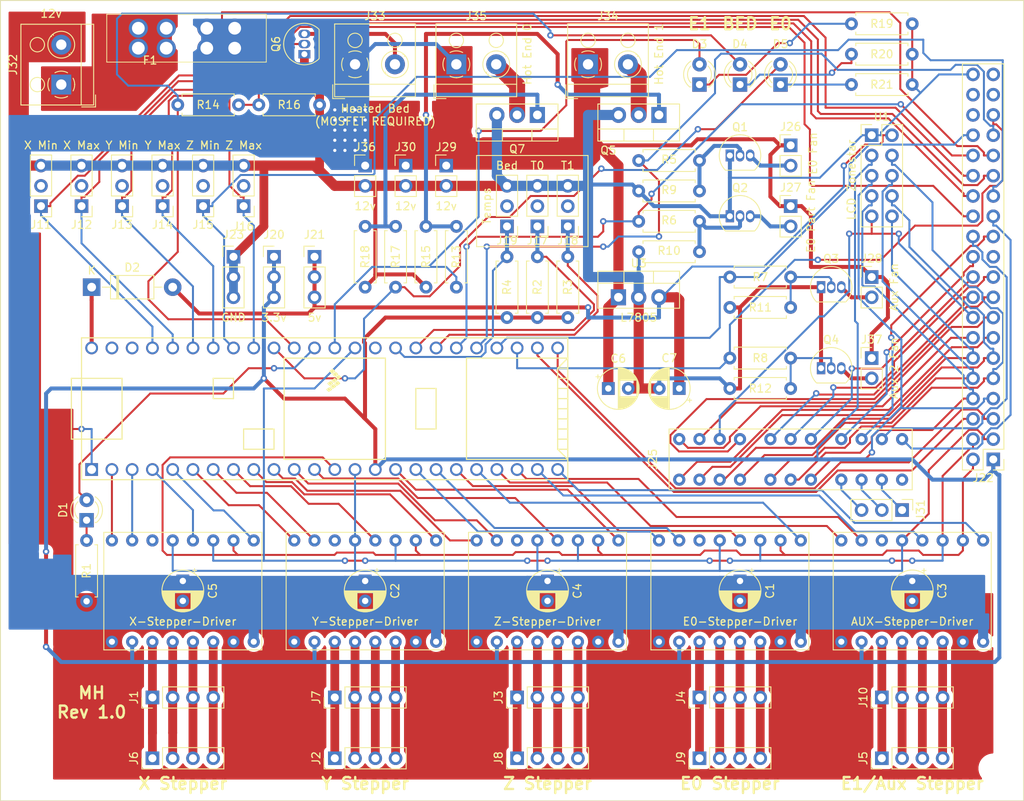
<source format=kicad_pcb>
(kicad_pcb (version 20171130) (host pcbnew "(5.1.4)-1")
  (layers (0 F.Cu signal) (31 B.Cu signal) (34 B.Paste user hide) (35 F.Paste user hide) (36 B.SilkS user) (37 F.SilkS user) (38 B.Mask user) (39 F.Mask user) (44 Edge.Cuts user))
  (net 0 "")
  (net 1 GND)
  (net 2 X_DIR)
  (net 3 +3V3)
  (net 4 X_STEP)
  (net 5 "Net-(AUX-Stepper-Driver1-Pad5)")
  (net 6 "Net-(AUX-Stepper-Driver1-Pad6)")
  (net 7 "Net-(AUX-Stepper-Driver1-Pad7)")
  (net 8 MISO)
  (net 9 "Net-(AUX-Stepper-Driver1-Pad9)")
  (net 10 X_CS)
  (net 11 "Net-(AUX-Stepper-Driver1-Pad11)")
  (net 12 SCK)
  (net 13 MOSI)
  (net 14 +12V)
  (net 15 X_ENABLE)
  (net 16 +5V)
  (net 17 "Net-(D1-Pad1)")
  (net 18 STATUS_LED)
  (net 19 "Net-(D2-Pad1)")
  (net 20 "Net-(E0-Stepper-Driver1-Pad11)")
  (net 21 "Net-(E0-Stepper-Driver1-Pad9)")
  (net 22 "Net-(E0-Stepper-Driver1-Pad7)")
  (net 23 "Net-(E0-Stepper-Driver1-Pad6)")
  (net 24 "Net-(E0-Stepper-Driver1-Pad5)")
  (net 25 "Net-(J1-Pad4)")
  (net 26 "Net-(J1-Pad3)")
  (net 27 "Net-(J1-Pad2)")
  (net 28 "Net-(J1-Pad1)")
  (net 29 "Net-(J2-Pad1)")
  (net 30 "Net-(J2-Pad2)")
  (net 31 "Net-(J2-Pad3)")
  (net 32 "Net-(J2-Pad4)")
  (net 33 "Net-(J3-Pad4)")
  (net 34 "Net-(J3-Pad3)")
  (net 35 "Net-(J3-Pad2)")
  (net 36 "Net-(J3-Pad1)")
  (net 37 X_MIN)
  (net 38 "Net-(J11-Pad2)")
  (net 39 "Net-(J12-Pad2)")
  (net 40 X_MAX)
  (net 41 Y_MIN)
  (net 42 "Net-(J13-Pad2)")
  (net 43 "Net-(J14-Pad2)")
  (net 44 Y_MAX)
  (net 45 Z_MIN)
  (net 46 "Net-(J15-Pad2)")
  (net 47 "Net-(J16-Pad2)")
  (net 48 Z_MAX)
  (net 49 TEMP_E0)
  (net 50 "Net-(J17-Pad2)")
  (net 51 "Net-(J18-Pad2)")
  (net 52 TEMP_E1)
  (net 53 TEMP_BED)
  (net 54 "Net-(J19-Pad2)")
  (net 55 AUX_RX)
  (net 56 AUX_TX)
  (net 57 LCD_RESET)
  (net 58 LCD_ENABLE)
  (net 59 LCD_D4)
  (net 60 LCD_D5)
  (net 61 LCD_D6)
  (net 62 LCD_D7)
  (net 63 BACK_46)
  (net 64 BACK_47)
  (net 65 BACK_48)
  (net 66 LCD_ADC_KEYPAD)
  (net 67 BACK_50)
  (net 68 BACK_51)
  (net 69 BACK_52)
  (net 70 BACK_53)
  (net 71 BACK_54)
  (net 72 BACK_55)
  (net 73 BACK_56)
  (net 74 BACK_57)
  (net 75 E0_PART_FAN)
  (net 76 E0_FAN)
  (net 77 AUX_FAN)
  (net 78 AUX2_FAN)
  (net 79 E1_CS)
  (net 80 E1_STEP)
  (net 81 E1_DIR)
  (net 82 E0_PART_FAN_12V)
  (net 83 AUX_FAN_12V)
  (net 84 "Net-(J25-PadDD)")
  (net 85 "Net-(J25-PadDC)")
  (net 86 "Net-(J25-PadDE)")
  (net 87 BED_HEATER_12V)
  (net 88 E1_HEATER_12V)
  (net 89 E0_HEATER_12V)
  (net 90 E0_FAN_12V)
  (net 91 "Net-(Q1-Pad2)")
  (net 92 "Net-(Q2-Pad2)")
  (net 93 "Net-(Q3-Pad2)")
  (net 94 "Net-(Q4-Pad2)")
  (net 95 AUX2_FAN_12V)
  (net 96 "Net-(Q5-Pad1)")
  (net 97 "Net-(Q6-Pad2)")
  (net 98 "Net-(Q7-Pad1)")
  (net 99 HEATER_E1)
  (net 100 HEATER_BED)
  (net 101 HEATER_E0)
  (net 102 E0_DIR)
  (net 103 E0_STEP)
  (net 104 E0_CS)
  (net 105 E0_ENABLE)
  (net 106 Z_ENABLE)
  (net 107 "Net-(U2-Pad25)")
  (net 108 "Net-(U2-Pad26)")
  (net 109 "Net-(U2-Pad27)")
  (net 110 "Net-(U2-Pad28)")
  (net 111 "Net-(U2-Pad29)")
  (net 112 Z_CS)
  (net 113 Z_STEP)
  (net 114 Z_DIR)
  (net 115 Y_ENABLE)
  (net 116 Y_CS)
  (net 117 Y_STEP)
  (net 118 Y_DIR)
  (net 119 "Net-(U2-Pad39)")
  (net 120 "Net-(U2-Pad51)")
  (net 121 "Net-(U2-Pad52)")
  (net 122 "Net-(U2-Pad54)")
  (net 123 "Net-(U2-Pad55)")
  (net 124 "Net-(U2-Pad56)")
  (net 125 "Net-(U2-Pad57)")
  (net 126 "Net-(X-Stepper-Driver1-Pad6)")
  (net 127 "Net-(Y-Stepper-Driver1-Pad6)")
  (net 128 "Net-(Z-Stepper-Driver1-Pad6)")
  (net 129 "Net-(J25-PadRESET)")
  (net 130 AUX_DIR)
  (net 131 AUX_STEP)
  (net 132 AUX_CS)
  (net 133 AUX_ENABLE)
  (net 134 E1_PART_FAN)
  (net 135 "Net-(J22-Pad21)")
  (net 136 "Net-(F1-Pad2)")
  (net 137 "Net-(D3-Pad1)")
  (net 138 "Net-(D4-Pad1)")
  (net 139 "Net-(D5-Pad1)")
  (module fuse:Pudenz-30a-PCB-ATO-Fuseholder (layer F.Cu) (at 117.3024 20.8588 180)
    (fp_text reference F1 (at 4.57 -2.78) (layer F.SilkS))
    (fp_text value Fuse)
    (pad 9 np_thru_hole circle (at 0 -0.045 180) (size 2.65 0) (drill 2.65) (layers *.Cu *.Mask))
    (pad 2 thru_hole circle (at 6.04 -1.25 180) (size 2.4 2.4) (drill 1.6) (layers *.Cu *.Mask) (net 136 "Net-(F1-Pad2)"))
    (pad 2 thru_hole circle (at 6.04 1.25 180) (size 2.4 2.4) (drill 1.6) (layers *.Cu *.Mask) (net 136 "Net-(F1-Pad2)"))
    (pad 2 thru_hole circle (at 2.54 -1.25 180) (size 2.4 2.4) (drill 1.6) (layers *.Cu *.Mask) (net 136 "Net-(F1-Pad2)"))
    (pad 2 thru_hole circle (at 2.54 1.25 180) (size 2.4 2.4) (drill 1.6) (layers *.Cu *.Mask) (net 136 "Net-(F1-Pad2)"))
    (pad 1 thru_hole circle (at -2.54 -1.25 180) (size 2.4 2.4) (drill 1.6) (layers *.Cu *.Mask) (net 14 +12V))
    (pad 1 thru_hole circle (at -2.54 1.25 180) (size 2.4 2.4) (drill 1.6) (layers *.Cu *.Mask) (net 14 +12V))
    (pad 1 thru_hole circle (at -6.04 -1.25 180) (size 2.4 2.4) (drill 1.6) (layers *.Cu *.Mask) (net 14 +12V))
    (pad 1 thru_hole circle (at -6.04 1.25 180) (size 2.4 2.4) (drill 1.6) (layers *.Cu *.Mask) (net 14 +12V))
  )
  (module teensy:Teensy35_36 (layer F.Cu) (at 134.62 67.31)
    (fp_text reference U2 hide)
    (fp_text value Teensy3.6 hide)
    (pad 17 thru_hole circle (at 11.43 7.62) (size 1.6 1.6) (drill 1.1) (layers *.Cu *.Mask) (net 102 E0_DIR))
    (pad 18 thru_hole circle (at 13.97 7.62) (size 1.6 1.6) (drill 1.1) (layers *.Cu *.Mask) (net 103 E0_STEP))
    (pad 19 thru_hole circle (at 16.51 7.62) (size 1.6 1.6) (drill 1.1) (layers *.Cu *.Mask) (net 104 E0_CS))
    (pad 20 thru_hole circle (at 19.05 7.62) (size 1.6 1.6) (drill 1.1) (layers *.Cu *.Mask) (net 105 E0_ENABLE))
    (pad 16 thru_hole circle (at 8.89 7.62) (size 1.6 1.6) (drill 1.1) (layers *.Cu *.Mask) (net 106 Z_ENABLE))
    (pad 15 thru_hole circle (at 6.35 7.62) (size 1.6 1.6) (drill 1.1) (layers *.Cu *.Mask) (net 3 +3V3))
    (pad 14 thru_hole circle (at 3.81 7.62) (size 1.6 1.6) (drill 1.1) (layers *.Cu *.Mask) (net 8 MISO))
    (pad 21 thru_hole circle (at 21.59 7.62) (size 1.6 1.6) (drill 1.1) (layers *.Cu *.Mask) (net 130 AUX_DIR))
    (pad 22 thru_hole circle (at 24.13 7.62) (size 1.6 1.6) (drill 1.1) (layers *.Cu *.Mask) (net 131 AUX_STEP))
    (pad 23 thru_hole circle (at 26.67 7.62) (size 1.6 1.6) (drill 1.1) (layers *.Cu *.Mask) (net 132 AUX_CS))
    (pad 24 thru_hole circle (at 29.21 7.62) (size 1.6 1.6) (drill 1.1) (layers *.Cu *.Mask) (net 133 AUX_ENABLE))
    (pad 30 thru_hole circle (at 29.21 -7.62) (size 1.6 1.6) (drill 1.1) (layers *.Cu *.Mask) (net 55 AUX_RX))
    (pad 31 thru_hole circle (at 26.67 -7.62) (size 1.6 1.6) (drill 1.1) (layers *.Cu *.Mask) (net 56 AUX_TX))
    (pad 32 thru_hole circle (at 24.13 -7.62) (size 1.6 1.6) (drill 1.1) (layers *.Cu *.Mask) (net 78 AUX2_FAN))
    (pad 33 thru_hole circle (at 21.59 -7.62) (size 1.6 1.6) (drill 1.1) (layers *.Cu *.Mask) (net 77 AUX_FAN))
    (pad 34 thru_hole circle (at 19.05 -7.62) (size 1.6 1.6) (drill 1.1) (layers *.Cu *.Mask) (net 76 E0_FAN))
    (pad 35 thru_hole circle (at 16.51 -7.62) (size 1.6 1.6) (drill 1.1) (layers *.Cu *.Mask) (net 75 E0_PART_FAN))
    (pad 36 thru_hole circle (at 13.97 -7.62) (size 1.6 1.6) (drill 1.1) (layers *.Cu *.Mask) (net 52 TEMP_E1))
    (pad 37 thru_hole circle (at 11.43 -7.62) (size 1.6 1.6) (drill 1.1) (layers *.Cu *.Mask) (net 49 TEMP_E0))
    (pad 13 thru_hole circle (at 1.27 7.62) (size 1.6 1.6) (drill 1.1) (layers *.Cu *.Mask) (net 13 MOSI))
    (pad 12 thru_hole circle (at -1.27 7.62) (size 1.6 1.6) (drill 1.1) (layers *.Cu *.Mask) (net 112 Z_CS))
    (pad 11 thru_hole circle (at -3.81 7.62) (size 1.6 1.6) (drill 1.1) (layers *.Cu *.Mask) (net 113 Z_STEP))
    (pad 10 thru_hole circle (at -6.35 7.62) (size 1.6 1.6) (drill 1.1) (layers *.Cu *.Mask) (net 114 Z_DIR))
    (pad 9 thru_hole circle (at -8.89 7.62) (size 1.6 1.6) (drill 1.1) (layers *.Cu *.Mask) (net 115 Y_ENABLE))
    (pad 8 thru_hole circle (at -11.43 7.62) (size 1.6 1.6) (drill 1.1) (layers *.Cu *.Mask) (net 116 Y_CS))
    (pad 7 thru_hole circle (at -13.97 7.62) (size 1.6 1.6) (drill 1.1) (layers *.Cu *.Mask) (net 117 Y_STEP))
    (pad 6 thru_hole circle (at -16.51 7.62) (size 1.6 1.6) (drill 1.1) (layers *.Cu *.Mask) (net 118 Y_DIR))
    (pad 5 thru_hole circle (at -19.05 7.62) (size 1.6 1.6) (drill 1.1) (layers *.Cu *.Mask) (net 15 X_ENABLE))
    (pad 4 thru_hole circle (at -21.59 7.62) (size 1.6 1.6) (drill 1.1) (layers *.Cu *.Mask) (net 10 X_CS))
    (pad 3 thru_hole circle (at -24.13 7.62) (size 1.6 1.6) (drill 1.1) (layers *.Cu *.Mask) (net 4 X_STEP))
    (pad 2 thru_hole circle (at -26.67 7.62) (size 1.6 1.6) (drill 1.1) (layers *.Cu *.Mask) (net 2 X_DIR))
    (pad 1 thru_hole rect (at -29.21 7.62) (size 1.6 1.6) (drill 1.1) (layers *.Cu *.Mask) (net 1 GND))
    (pad 38 thru_hole circle (at 8.89 -7.62) (size 1.6 1.6) (drill 1.1) (layers *.Cu *.Mask) (net 53 TEMP_BED))
    (pad 39 thru_hole circle (at 6.35 -7.62) (size 1.6 1.6) (drill 1.1) (layers *.Cu *.Mask) (net 119 "Net-(U2-Pad39)"))
    (pad 40 thru_hole circle (at 3.81 -7.62) (size 1.6 1.6) (drill 1.1) (layers *.Cu *.Mask) (net 12 SCK))
    (pad 41 thru_hole circle (at 1.27 -7.62) (size 1.6 1.6) (drill 1.1) (layers *.Cu *.Mask) (net 99 HEATER_E1))
    (pad 42 thru_hole circle (at -1.27 -7.62) (size 1.6 1.6) (drill 1.1) (layers *.Cu *.Mask) (net 18 STATUS_LED))
    (pad 43 thru_hole circle (at -3.81 -7.62) (size 1.6 1.6) (drill 1.1) (layers *.Cu *.Mask) (net 100 HEATER_BED))
    (pad 44 thru_hole circle (at -6.35 -7.62) (size 1.6 1.6) (drill 1.1) (layers *.Cu *.Mask) (net 101 HEATER_E0))
    (pad 45 thru_hole circle (at -8.89 -7.62) (size 1.6 1.6) (drill 1.1) (layers *.Cu *.Mask) (net 48 Z_MAX))
    (pad 46 thru_hole circle (at -11.43 -7.62) (size 1.6 1.6) (drill 1.1) (layers *.Cu *.Mask) (net 45 Z_MIN))
    (pad 47 thru_hole circle (at -13.97 -7.62) (size 1.6 1.6) (drill 1.1) (layers *.Cu *.Mask) (net 44 Y_MAX))
    (pad 48 thru_hole circle (at -16.51 -7.62) (size 1.6 1.6) (drill 1.1) (layers *.Cu *.Mask) (net 41 Y_MIN))
    (pad 49 thru_hole circle (at -19.05 -7.62) (size 1.6 1.6) (drill 1.1) (layers *.Cu *.Mask) (net 40 X_MAX))
    (pad 50 thru_hole circle (at -21.59 -7.62) (size 1.6 1.6) (drill 1.1) (layers *.Cu *.Mask) (net 37 X_MIN))
    (pad 51 thru_hole circle (at -24.13 -7.62) (size 1.6 1.6) (drill 1.1) (layers *.Cu *.Mask) (net 120 "Net-(U2-Pad51)"))
    (pad 52 thru_hole circle (at -26.67 -7.62) (size 1.6 1.6) (drill 1.1) (layers *.Cu *.Mask) (net 121 "Net-(U2-Pad52)"))
    (pad 53 thru_hole circle (at -29.21 -7.62) (size 1.6 1.6) (drill 1.1) (layers *.Cu *.Mask) (net 19 "Net-(D2-Pad1)"))
  )
  (module MountingHole:MountingHole_2.7mm_M2.5 (layer F.Cu) (at 101.6 56.134)
    (fp_text reference REF** hide)
    (fp_text value MountingHole_2.7mm_M2.5)
    (pad 1 np_thru_hole circle (at 0 0) (size 2.7 2.7) (drill 2.7) (layers *.Cu *.Mask))
  )
  (module Connector_PinHeader_2.54mm:PinHeader_1x03_P2.54mm_Vertical (layer F.Cu) (at 128.27 48.26)
    (fp_text reference J20 (at 0 -2.77) (layer F.SilkS))
    (fp_text value 3.3V)
    (pad 3 thru_hole oval (at 0 5.08) (size 1.7 1.7) (drill 1) (layers *.Cu *.Mask) (net 3 +3V3))
    (pad 2 thru_hole oval (at 0 2.54) (size 1.7 1.7) (drill 1) (layers *.Cu *.Mask) (net 3 +3V3))
    (pad 1 thru_hole rect (at 0 0) (size 1.7 1.7) (drill 1) (layers *.Cu *.Mask) (net 3 +3V3))
  )
  (module Connector_PinHeader_2.54mm:PinHeader_1x03_P2.54mm_Vertical (layer F.Cu) (at 133.35 48.26)
    (fp_text reference J21 (at 0 -2.77) (layer F.SilkS))
    (fp_text value 5V)
    (pad 3 thru_hole oval (at 0 5.08) (size 1.7 1.7) (drill 1) (layers *.Cu *.Mask) (net 16 +5V))
    (pad 2 thru_hole oval (at 0 2.54) (size 1.7 1.7) (drill 1) (layers *.Cu *.Mask) (net 16 +5V))
    (pad 1 thru_hole rect (at 0 0) (size 1.7 1.7) (drill 1) (layers *.Cu *.Mask) (net 16 +5V))
  )
  (module Connector_PinHeader_2.54mm:PinHeader_1x03_P2.54mm_Vertical (layer F.Cu) (at 123.19 48.26)
    (fp_text reference J23 (at 0 -2.77) (layer F.SilkS))
    (fp_text value GND)
    (pad 3 thru_hole oval (at 0 5.08) (size 1.7 1.7) (drill 1) (layers *.Cu *.Mask) (net 1 GND))
    (pad 2 thru_hole oval (at 0 2.54) (size 1.7 1.7) (drill 1) (layers *.Cu *.Mask) (net 1 GND))
    (pad 1 thru_hole rect (at 0 0) (size 1.7 1.7) (drill 1) (layers *.Cu *.Mask) (net 1 GND))
  )
  (module MountingHole:MountingHole_2.7mm_M2.5 (layer F.Cu) (at 131.41706 41.39184)
    (fp_text reference REF** hide)
    (fp_text value MountingHole_2.7mm_M2.5)
    (pad 1 np_thru_hole circle (at 0 0) (size 2.7 2.7) (drill 2.7) (layers *.Cu *.Mask))
  )
  (module MountingHole:MountingHole_2.7mm_M2.5 (layer F.Cu) (at 98.425 112.395)
    (fp_text reference REF** hide)
    (fp_text value MountingHole_2.7mm_M2.5)
    (pad 1 np_thru_hole circle (at 0 0) (size 2.7 2.7) (drill 2.7) (layers *.Cu *.Mask))
  )
  (module MountingHole:MountingHole_2.7mm_M2.5 (layer F.Cu) (at 218.44 112.395)
    (fp_text reference REF** hide)
    (fp_text value MountingHole_2.7mm_M2.5)
    (pad 1 np_thru_hole circle (at 0 0) (size 2.7 2.7) (drill 2.7) (layers *.Cu *.Mask))
  )
  (module MountingHole:MountingHole_2.7mm_M2.5 (layer F.Cu) (at 218.55176 19.71294)
    (fp_text reference REF** hide)
    (fp_text value MountingHole_2.7mm_M2.5)
    (pad 1 np_thru_hole circle (at 0 0) (size 2.7 2.7) (drill 2.7) (layers *.Cu *.Mask))
  )
  (module Resistor_THT:R_Axial_DIN0207_L6.3mm_D2.5mm_P7.62mm_Horizontal (layer F.Cu) (at 208.28 26.67 180)
    (fp_text reference R21 (at 3.81 0) (layer F.SilkS))
    (fp_text value R)
    (pad 2 thru_hole oval (at 7.62 0 180) (size 1.6 1.6) (drill 0.8) (layers *.Cu *.Mask) (net 139 "Net-(D5-Pad1)"))
    (pad 1 thru_hole circle (at 0 0 180) (size 1.6 1.6) (drill 0.8) (layers *.Cu *.Mask) (net 1 GND))
  )
  (module Resistor_THT:R_Axial_DIN0207_L6.3mm_D2.5mm_P7.62mm_Horizontal (layer F.Cu) (at 208.28 22.86 180)
    (fp_text reference R20 (at 3.81 0) (layer F.SilkS))
    (fp_text value R)
    (pad 2 thru_hole oval (at 7.62 0 180) (size 1.6 1.6) (drill 0.8) (layers *.Cu *.Mask) (net 138 "Net-(D4-Pad1)"))
    (pad 1 thru_hole circle (at 0 0 180) (size 1.6 1.6) (drill 0.8) (layers *.Cu *.Mask) (net 1 GND))
  )
  (module Resistor_THT:R_Axial_DIN0207_L6.3mm_D2.5mm_P7.62mm_Horizontal (layer F.Cu) (at 208.28 19.05 180)
    (fp_text reference R19 (at 3.81 0) (layer F.SilkS))
    (fp_text value R)
    (pad 2 thru_hole oval (at 7.62 0 180) (size 1.6 1.6) (drill 0.8) (layers *.Cu *.Mask) (net 137 "Net-(D3-Pad1)"))
    (pad 1 thru_hole circle (at 0 0 180) (size 1.6 1.6) (drill 0.8) (layers *.Cu *.Mask) (net 1 GND))
  )
  (module LED_THT:LED_D3.0mm (layer F.Cu) (at 191.77 26.67 90)
    (fp_text reference D5 (at 5.08 0 180) (layer F.SilkS))
    (fp_text value LED)
    (pad 2 thru_hole circle (at 2.54 0 90) (size 1.8 1.8) (drill 0.9) (layers *.Cu *.Mask) (net 101 HEATER_E0))
    (pad 1 thru_hole rect (at 0 0 90) (size 1.8 1.8) (drill 0.9) (layers *.Cu *.Mask) (net 139 "Net-(D5-Pad1)"))
  )
  (module LED_THT:LED_D3.0mm (layer F.Cu) (at 186.69 26.67 90)
    (fp_text reference D4 (at 5.08 0 180) (layer F.SilkS))
    (fp_text value LED)
    (pad 2 thru_hole circle (at 2.54 0 90) (size 1.8 1.8) (drill 0.9) (layers *.Cu *.Mask) (net 100 HEATER_BED))
    (pad 1 thru_hole rect (at 0 0 90) (size 1.8 1.8) (drill 0.9) (layers *.Cu *.Mask) (net 138 "Net-(D4-Pad1)"))
  )
  (module LED_THT:LED_D3.0mm (layer F.Cu) (at 181.61 26.67 90)
    (fp_text reference D3 (at 5.08 0 180) (layer F.SilkS))
    (fp_text value LED)
    (pad 2 thru_hole circle (at 2.54 0 90) (size 1.8 1.8) (drill 0.9) (layers *.Cu *.Mask) (net 99 HEATER_E1))
    (pad 1 thru_hole rect (at 0 0 90) (size 1.8 1.8) (drill 0.9) (layers *.Cu *.Mask) (net 137 "Net-(D3-Pad1)"))
  )
  (module Connector_PinHeader_2.54mm:PinHeader_2x05_P2.54mm_Vertical (layer F.Cu) (at 203.2 33.02)
    (fp_text reference U1 (at 1.27 -2.33) (layer F.SilkS))
    (fp_text value Zonestar-LCD2004)
    (pad 1 thru_hole rect (at 0 0) (size 1.7 1.7) (drill 1) (layers *.Cu *.Mask) (net 1 GND))
    (pad 2 thru_hole oval (at 2.54 0) (size 1.7 1.7) (drill 1) (layers *.Cu *.Mask) (net 16 +5V))
    (pad 3 thru_hole oval (at 0 2.54) (size 1.7 1.7) (drill 1) (layers *.Cu *.Mask) (net 3 +3V3))
    (pad 4 thru_hole oval (at 2.54 2.54) (size 1.7 1.7) (drill 1) (layers *.Cu *.Mask) (net 59 LCD_D4))
    (pad 5 thru_hole oval (at 0 5.08) (size 1.7 1.7) (drill 1) (layers *.Cu *.Mask) (net 57 LCD_RESET))
    (pad 6 thru_hole oval (at 2.54 5.08) (size 1.7 1.7) (drill 1) (layers *.Cu *.Mask) (net 60 LCD_D5))
    (pad 7 thru_hole oval (at 0 7.62) (size 1.7 1.7) (drill 1) (layers *.Cu *.Mask) (net 58 LCD_ENABLE))
    (pad 8 thru_hole oval (at 2.54 7.62) (size 1.7 1.7) (drill 1) (layers *.Cu *.Mask) (net 61 LCD_D6))
    (pad 9 thru_hole oval (at 0 10.16) (size 1.7 1.7) (drill 1) (layers *.Cu *.Mask) (net 66 LCD_ADC_KEYPAD))
    (pad 10 thru_hole oval (at 2.54 10.16) (size 1.7 1.7) (drill 1) (layers *.Cu *.Mask) (net 62 LCD_D7))
  )
  (module "anet a8:teensy-back" (layer F.Cu) (at 175.26 73.66 90)
    (fp_text reference J25 (at 0 0.5 90) (layer F.SilkS))
    (fp_text value teensy_back_pins)
    (pad RESET thru_hole circle (at -2.54 31.75 90) (size 1.524 1.524) (drill 0.762) (layers *.Cu *.Mask) (net 129 "Net-(J25-PadRESET)"))
    (pad DE thru_hole circle (at -2.54 29.21 90) (size 1.524 1.524) (drill 0.762) (layers *.Cu *.Mask) (net 86 "Net-(J25-PadDE)"))
    (pad DC thru_hole circle (at -2.54 26.67 90) (size 1.524 1.524) (drill 0.762) (layers *.Cu *.Mask) (net 85 "Net-(J25-PadDC)"))
    (pad DD thru_hole circle (at -2.54 24.13 90) (size 1.524 1.524) (drill 0.762) (layers *.Cu *.Mask) (net 84 "Net-(J25-PadDD)"))
    (pad 57 thru_hole circle (at 2.54 31.75 90) (size 1.524 1.524) (drill 0.762) (layers *.Cu *.Mask) (net 74 BACK_57))
    (pad 56 thru_hole circle (at 2.54 29.21 90) (size 1.524 1.524) (drill 0.762) (layers *.Cu *.Mask) (net 73 BACK_56))
    (pad 55 thru_hole circle (at 2.54 26.67 90) (size 1.524 1.524) (drill 0.762) (layers *.Cu *.Mask) (net 72 BACK_55))
    (pad 54 thru_hole circle (at 2.54 24.13 90) (size 1.524 1.524) (drill 0.762) (layers *.Cu *.Mask) (net 71 BACK_54))
    (pad 53 thru_hole circle (at 2.54 20.32 90) (size 1.524 1.524) (drill 0.762) (layers *.Cu *.Mask) (net 70 BACK_53))
    (pad 52 thru_hole circle (at 2.54 17.78 90) (size 1.524 1.524) (drill 0.762) (layers *.Cu *.Mask) (net 69 BACK_52))
    (pad 51 thru_hole circle (at 2.54 15.24 90) (size 1.524 1.524) (drill 0.762) (layers *.Cu *.Mask) (net 68 BACK_51))
    (pad 50 thru_hole circle (at 2.54 11.43 90) (size 1.524 1.524) (drill 0.762) (layers *.Cu *.Mask) (net 67 BACK_50))
    (pad 49 thru_hole circle (at 2.54 8.89 90) (size 1.524 1.524) (drill 0.762) (layers *.Cu *.Mask) (net 66 LCD_ADC_KEYPAD))
    (pad 48 thru_hole circle (at 2.54 6.35 90) (size 1.524 1.524) (drill 0.762) (layers *.Cu *.Mask) (net 65 BACK_48))
    (pad 47 thru_hole circle (at 2.54 3.81 90) (size 1.524 1.524) (drill 0.762) (layers *.Cu *.Mask) (net 64 BACK_47))
    (pad 46 thru_hole circle (at -2.54 3.81 90) (size 1.524 1.524) (drill 0.762) (layers *.Cu *.Mask) (net 63 BACK_46))
    (pad 45 thru_hole circle (at -2.54 6.35 90) (size 1.524 1.524) (drill 0.762) (layers *.Cu *.Mask) (net 62 LCD_D7))
    (pad 44 thru_hole circle (at -2.54 8.89 90) (size 1.524 1.524) (drill 0.762) (layers *.Cu *.Mask) (net 61 LCD_D6))
    (pad 43 thru_hole circle (at -2.54 11.43 90) (size 1.524 1.524) (drill 0.762) (layers *.Cu *.Mask) (net 60 LCD_D5))
    (pad 42 thru_hole circle (at -2.54 15.24 90) (size 1.524 1.524) (drill 0.762) (layers *.Cu *.Mask) (net 59 LCD_D4))
    (pad 41 thru_hole circle (at -2.54 17.78 90) (size 1.524 1.524) (drill 0.762) (layers *.Cu *.Mask) (net 58 LCD_ENABLE))
    (pad 40 thru_hole circle (at -2.54 20.32 90) (size 1.524 1.524) (drill 0.762) (layers *.Cu *.Mask) (net 57 LCD_RESET))
  )
  (module Connector_PinHeader_2.54mm:PinHeader_1x04_P2.54mm_Vertical (layer F.Cu) (at 113.03 111.125 90)
    (fp_text reference J6 (at 0 -2.33 90) (layer F.SilkS))
    (fp_text value X_STEPPER)
    (pad 1 thru_hole rect (at 0 0 90) (size 1.7 1.7) (drill 1) (layers *.Cu *.Mask) (net 28 "Net-(J1-Pad1)"))
    (pad 2 thru_hole oval (at 0 2.54 90) (size 1.7 1.7) (drill 1) (layers *.Cu *.Mask) (net 27 "Net-(J1-Pad2)"))
    (pad 3 thru_hole oval (at 0 5.08 90) (size 1.7 1.7) (drill 1) (layers *.Cu *.Mask) (net 26 "Net-(J1-Pad3)"))
    (pad 4 thru_hole oval (at 0 7.62 90) (size 1.7 1.7) (drill 1) (layers *.Cu *.Mask) (net 25 "Net-(J1-Pad4)"))
  )
  (module Resistor_THT:R_Axial_DIN0207_L6.3mm_D2.5mm_P7.62mm_Horizontal (layer F.Cu) (at 123.825 29.21 180)
    (fp_text reference R14 (at 3.81 0) (layer F.SilkS))
    (fp_text value R)
    (pad 2 thru_hole oval (at 7.62 0 180) (size 1.6 1.6) (drill 0.8) (layers *.Cu *.Mask) (net 100 HEATER_BED))
    (pad 1 thru_hole circle (at 0 0 180) (size 1.6 1.6) (drill 0.8) (layers *.Cu *.Mask) (net 97 "Net-(Q6-Pad2)"))
  )
  (module Connector_PinHeader_2.54mm:PinHeader_2x20_P2.54mm_Vertical (layer F.Cu) (at 218.44 73.66 180)
    (fp_text reference J22 (at 1.27 -2.33) (layer F.SilkS))
    (fp_text value Conn_02x20_Counter_Clockwise)
    (pad 40 thru_hole oval (at 2.54 48.26 180) (size 1.7 1.7) (drill 1) (layers *.Cu *.Mask) (net 1 GND))
    (pad 39 thru_hole oval (at 0 48.26 180) (size 1.7 1.7) (drill 1) (layers *.Cu *.Mask) (net 81 E1_DIR))
    (pad 38 thru_hole oval (at 2.54 45.72 180) (size 1.7 1.7) (drill 1) (layers *.Cu *.Mask) (net 80 E1_STEP))
    (pad 37 thru_hole oval (at 0 45.72 180) (size 1.7 1.7) (drill 1) (layers *.Cu *.Mask) (net 79 E1_CS))
    (pad 36 thru_hole oval (at 2.54 43.18 180) (size 1.7 1.7) (drill 1) (layers *.Cu *.Mask) (net 134 E1_PART_FAN))
    (pad 35 thru_hole oval (at 0 43.18 180) (size 1.7 1.7) (drill 1) (layers *.Cu *.Mask) (net 78 AUX2_FAN))
    (pad 34 thru_hole oval (at 2.54 40.64 180) (size 1.7 1.7) (drill 1) (layers *.Cu *.Mask) (net 77 AUX_FAN))
    (pad 33 thru_hole oval (at 0 40.64 180) (size 1.7 1.7) (drill 1) (layers *.Cu *.Mask) (net 76 E0_FAN))
    (pad 32 thru_hole oval (at 2.54 38.1 180) (size 1.7 1.7) (drill 1) (layers *.Cu *.Mask) (net 75 E0_PART_FAN))
    (pad 31 thru_hole oval (at 0 38.1 180) (size 1.7 1.7) (drill 1) (layers *.Cu *.Mask) (net 37 X_MIN))
    (pad 30 thru_hole oval (at 2.54 35.56 180) (size 1.7 1.7) (drill 1) (layers *.Cu *.Mask) (net 40 X_MAX))
    (pad 29 thru_hole oval (at 0 35.56 180) (size 1.7 1.7) (drill 1) (layers *.Cu *.Mask) (net 41 Y_MIN))
    (pad 28 thru_hole oval (at 2.54 33.02 180) (size 1.7 1.7) (drill 1) (layers *.Cu *.Mask) (net 44 Y_MAX))
    (pad 27 thru_hole oval (at 0 33.02 180) (size 1.7 1.7) (drill 1) (layers *.Cu *.Mask) (net 45 Z_MIN))
    (pad 26 thru_hole oval (at 2.54 30.48 180) (size 1.7 1.7) (drill 1) (layers *.Cu *.Mask) (net 48 Z_MAX))
    (pad 25 thru_hole oval (at 0 30.48 180) (size 1.7 1.7) (drill 1) (layers *.Cu *.Mask) (net 74 BACK_57))
    (pad 24 thru_hole oval (at 2.54 27.94 180) (size 1.7 1.7) (drill 1) (layers *.Cu *.Mask) (net 73 BACK_56))
    (pad 23 thru_hole oval (at 0 27.94 180) (size 1.7 1.7) (drill 1) (layers *.Cu *.Mask) (net 72 BACK_55))
    (pad 22 thru_hole oval (at 2.54 25.4 180) (size 1.7 1.7) (drill 1) (layers *.Cu *.Mask) (net 71 BACK_54))
    (pad 21 thru_hole oval (at 0 25.4 180) (size 1.7 1.7) (drill 1) (layers *.Cu *.Mask) (net 135 "Net-(J22-Pad21)"))
    (pad 20 thru_hole oval (at 2.54 22.86 180) (size 1.7 1.7) (drill 1) (layers *.Cu *.Mask) (net 70 BACK_53))
    (pad 19 thru_hole oval (at 0 22.86 180) (size 1.7 1.7) (drill 1) (layers *.Cu *.Mask) (net 69 BACK_52))
    (pad 18 thru_hole oval (at 2.54 20.32 180) (size 1.7 1.7) (drill 1) (layers *.Cu *.Mask) (net 68 BACK_51))
    (pad 17 thru_hole oval (at 0 20.32 180) (size 1.7 1.7) (drill 1) (layers *.Cu *.Mask) (net 67 BACK_50))
    (pad 16 thru_hole oval (at 2.54 17.78 180) (size 1.7 1.7) (drill 1) (layers *.Cu *.Mask) (net 66 LCD_ADC_KEYPAD))
    (pad 15 thru_hole oval (at 0 17.78 180) (size 1.7 1.7) (drill 1) (layers *.Cu *.Mask) (net 65 BACK_48))
    (pad 14 thru_hole oval (at 2.54 15.24 180) (size 1.7 1.7) (drill 1) (layers *.Cu *.Mask) (net 64 BACK_47))
    (pad 13 thru_hole oval (at 0 15.24 180) (size 1.7 1.7) (drill 1) (layers *.Cu *.Mask) (net 63 BACK_46))
    (pad 12 thru_hole oval (at 2.54 12.7 180) (size 1.7 1.7) (drill 1) (layers *.Cu *.Mask) (net 62 LCD_D7))
    (pad 11 thru_hole oval (at 0 12.7 180) (size 1.7 1.7) (drill 1) (layers *.Cu *.Mask) (net 61 LCD_D6))
    (pad 10 thru_hole oval (at 2.54 10.16 180) (size 1.7 1.7) (drill 1) (layers *.Cu *.Mask) (net 60 LCD_D5))
    (pad 9 thru_hole oval (at 0 10.16 180) (size 1.7 1.7) (drill 1) (layers *.Cu *.Mask) (net 59 LCD_D4))
    (pad 8 thru_hole oval (at 2.54 7.62 180) (size 1.7 1.7) (drill 1) (layers *.Cu *.Mask) (net 58 LCD_ENABLE))
    (pad 7 thru_hole oval (at 0 7.62 180) (size 1.7 1.7) (drill 1) (layers *.Cu *.Mask) (net 57 LCD_RESET))
    (pad 6 thru_hole oval (at 2.54 5.08 180) (size 1.7 1.7) (drill 1) (layers *.Cu *.Mask) (net 56 AUX_TX))
    (pad 5 thru_hole oval (at 0 5.08 180) (size 1.7 1.7) (drill 1) (layers *.Cu *.Mask) (net 55 AUX_RX))
    (pad 4 thru_hole oval (at 2.54 2.54 180) (size 1.7 1.7) (drill 1) (layers *.Cu *.Mask) (net 12 SCK))
    (pad 3 thru_hole oval (at 0 2.54 180) (size 1.7 1.7) (drill 1) (layers *.Cu *.Mask) (net 8 MISO))
    (pad 2 thru_hole oval (at 2.54 0 180) (size 1.7 1.7) (drill 1) (layers *.Cu *.Mask) (net 13 MOSI))
    (pad 1 thru_hole rect (at 0 0 180) (size 1.7 1.7) (drill 1) (layers *.Cu *.Mask) (net 3 +3V3))
  )
  (module Resistor_THT:R_Axial_DIN0207_L6.3mm_D2.5mm_P7.62mm_Horizontal (layer F.Cu) (at 139.7 44.45 270)
    (fp_text reference R18 (at 3.81 0 90) (layer F.SilkS))
    (fp_text value 100K)
    (pad 2 thru_hole oval (at 7.62 0 270) (size 1.6 1.6) (drill 0.8) (layers *.Cu *.Mask) (net 1 GND))
    (pad 1 thru_hole circle (at 0 0 270) (size 1.6 1.6) (drill 0.8) (layers *.Cu *.Mask) (net 98 "Net-(Q7-Pad1)"))
  )
  (module Resistor_THT:R_Axial_DIN0207_L6.3mm_D2.5mm_P7.62mm_Horizontal (layer F.Cu) (at 143.51 44.45 270)
    (fp_text reference R17 (at 3.81 0 90) (layer F.SilkS))
    (fp_text value 1K)
    (pad 2 thru_hole oval (at 7.62 0 270) (size 1.6 1.6) (drill 0.8) (layers *.Cu *.Mask) (net 101 HEATER_E0))
    (pad 1 thru_hole circle (at 0 0 270) (size 1.6 1.6) (drill 0.8) (layers *.Cu *.Mask) (net 98 "Net-(Q7-Pad1)"))
  )
  (module Resistor_THT:R_Axial_DIN0207_L6.3mm_D2.5mm_P7.62mm_Horizontal (layer F.Cu) (at 133.985 29.21 180)
    (fp_text reference R16 (at 3.81 0) (layer F.SilkS))
    (fp_text value 100K)
    (pad 2 thru_hole oval (at 7.62 0 180) (size 1.6 1.6) (drill 0.8) (layers *.Cu *.Mask) (net 97 "Net-(Q6-Pad2)"))
    (pad 1 thru_hole circle (at 0 0 180) (size 1.6 1.6) (drill 0.8) (layers *.Cu *.Mask) (net 1 GND))
  )
  (module Resistor_THT:R_Axial_DIN0207_L6.3mm_D2.5mm_P7.62mm_Horizontal (layer F.Cu) (at 147.32 44.45 270)
    (fp_text reference R15 (at 3.81 0 90) (layer F.SilkS))
    (fp_text value 100K)
    (pad 2 thru_hole oval (at 7.62 0 270) (size 1.6 1.6) (drill 0.8) (layers *.Cu *.Mask) (net 1 GND))
    (pad 1 thru_hole circle (at 0 0 270) (size 1.6 1.6) (drill 0.8) (layers *.Cu *.Mask) (net 96 "Net-(Q5-Pad1)"))
  )
  (module Resistor_THT:R_Axial_DIN0207_L6.3mm_D2.5mm_P7.62mm_Horizontal (layer F.Cu) (at 151.13 44.45 270)
    (fp_text reference R13 (at 3.81 0 90) (layer F.SilkS))
    (fp_text value 1K)
    (pad 2 thru_hole oval (at 7.62 0 270) (size 1.6 1.6) (drill 0.8) (layers *.Cu *.Mask) (net 99 HEATER_E1))
    (pad 1 thru_hole circle (at 0 0 270) (size 1.6 1.6) (drill 0.8) (layers *.Cu *.Mask) (net 96 "Net-(Q5-Pad1)"))
  )
  (module Resistor_THT:R_Axial_DIN0207_L6.3mm_D2.5mm_P7.62mm_Horizontal (layer F.Cu) (at 185.42 64.77)
    (fp_text reference R12 (at 3.81 0) (layer F.SilkS))
    (fp_text value 100K)
    (pad 2 thru_hole oval (at 7.62 0) (size 1.6 1.6) (drill 0.8) (layers *.Cu *.Mask) (net 94 "Net-(Q4-Pad2)"))
    (pad 1 thru_hole circle (at 0 0) (size 1.6 1.6) (drill 0.8) (layers *.Cu *.Mask) (net 1 GND))
  )
  (module Resistor_THT:R_Axial_DIN0207_L6.3mm_D2.5mm_P7.62mm_Horizontal (layer F.Cu) (at 185.42 54.61)
    (fp_text reference R11 (at 3.81 0) (layer F.SilkS))
    (fp_text value 100K)
    (pad 2 thru_hole oval (at 7.62 0) (size 1.6 1.6) (drill 0.8) (layers *.Cu *.Mask) (net 93 "Net-(Q3-Pad2)"))
    (pad 1 thru_hole circle (at 0 0) (size 1.6 1.6) (drill 0.8) (layers *.Cu *.Mask) (net 1 GND))
  )
  (module Resistor_THT:R_Axial_DIN0207_L6.3mm_D2.5mm_P7.62mm_Horizontal (layer F.Cu) (at 173.99 47.625)
    (fp_text reference R10 (at 3.81 -0.127) (layer F.SilkS))
    (fp_text value 100K)
    (pad 2 thru_hole oval (at 7.62 0) (size 1.6 1.6) (drill 0.8) (layers *.Cu *.Mask) (net 92 "Net-(Q2-Pad2)"))
    (pad 1 thru_hole circle (at 0 0) (size 1.6 1.6) (drill 0.8) (layers *.Cu *.Mask) (net 1 GND))
  )
  (module Resistor_THT:R_Axial_DIN0207_L6.3mm_D2.5mm_P7.62mm_Horizontal (layer F.Cu) (at 173.99 40.005)
    (fp_text reference R9 (at 3.81 -0.127) (layer F.SilkS))
    (fp_text value 100K)
    (pad 2 thru_hole oval (at 7.62 0) (size 1.6 1.6) (drill 0.8) (layers *.Cu *.Mask) (net 91 "Net-(Q1-Pad2)"))
    (pad 1 thru_hole circle (at 0 0) (size 1.6 1.6) (drill 0.8) (layers *.Cu *.Mask) (net 1 GND))
  )
  (module Resistor_THT:R_Axial_DIN0207_L6.3mm_D2.5mm_P7.62mm_Horizontal (layer F.Cu) (at 193.04 60.96 180)
    (fp_text reference R8 (at 3.81 0) (layer F.SilkS))
    (fp_text value 1K)
    (pad 2 thru_hole oval (at 7.62 0 180) (size 1.6 1.6) (drill 0.8) (layers *.Cu *.Mask) (net 78 AUX2_FAN))
    (pad 1 thru_hole circle (at 0 0 180) (size 1.6 1.6) (drill 0.8) (layers *.Cu *.Mask) (net 94 "Net-(Q4-Pad2)"))
  )
  (module Resistor_THT:R_Axial_DIN0207_L6.3mm_D2.5mm_P7.62mm_Horizontal (layer F.Cu) (at 193.04 50.8 180)
    (fp_text reference R7 (at 3.81 0) (layer F.SilkS))
    (fp_text value 1K)
    (pad 2 thru_hole oval (at 7.62 0 180) (size 1.6 1.6) (drill 0.8) (layers *.Cu *.Mask) (net 77 AUX_FAN))
    (pad 1 thru_hole circle (at 0 0 180) (size 1.6 1.6) (drill 0.8) (layers *.Cu *.Mask) (net 93 "Net-(Q3-Pad2)"))
  )
  (module Resistor_THT:R_Axial_DIN0207_L6.3mm_D2.5mm_P7.62mm_Horizontal (layer F.Cu) (at 181.61 43.815 180)
    (fp_text reference R6 (at 3.81 0.127) (layer F.SilkS))
    (fp_text value 1K)
    (pad 2 thru_hole oval (at 7.62 0 180) (size 1.6 1.6) (drill 0.8) (layers *.Cu *.Mask) (net 75 E0_PART_FAN))
    (pad 1 thru_hole circle (at 0 0 180) (size 1.6 1.6) (drill 0.8) (layers *.Cu *.Mask) (net 92 "Net-(Q2-Pad2)"))
  )
  (module Resistor_THT:R_Axial_DIN0207_L6.3mm_D2.5mm_P7.62mm_Horizontal (layer F.Cu) (at 181.61 36.195 180)
    (fp_text reference R5 (at 3.81 0.127) (layer F.SilkS))
    (fp_text value 1K)
    (pad 2 thru_hole oval (at 7.62 0 180) (size 1.6 1.6) (drill 0.8) (layers *.Cu *.Mask) (net 76 E0_FAN))
    (pad 1 thru_hole circle (at 0 0 180) (size 1.6 1.6) (drill 0.8) (layers *.Cu *.Mask) (net 91 "Net-(Q1-Pad2)"))
  )
  (module Resistor_THT:R_Axial_DIN0207_L6.3mm_D2.5mm_P7.62mm_Horizontal (layer F.Cu) (at 157.48 55.88 90)
    (fp_text reference R4 (at 3.81 0 90) (layer F.SilkS))
    (fp_text value 4.7K)
    (pad 2 thru_hole oval (at 7.62 0 90) (size 1.6 1.6) (drill 0.8) (layers *.Cu *.Mask) (net 53 TEMP_BED))
    (pad 1 thru_hole circle (at 0 0 90) (size 1.6 1.6) (drill 0.8) (layers *.Cu *.Mask) (net 3 +3V3))
  )
  (module Resistor_THT:R_Axial_DIN0207_L6.3mm_D2.5mm_P7.62mm_Horizontal (layer F.Cu) (at 165.1 55.88 90)
    (fp_text reference R3 (at 3.81 0 90) (layer F.SilkS))
    (fp_text value 4.7K)
    (pad 2 thru_hole oval (at 7.62 0 90) (size 1.6 1.6) (drill 0.8) (layers *.Cu *.Mask) (net 52 TEMP_E1))
    (pad 1 thru_hole circle (at 0 0 90) (size 1.6 1.6) (drill 0.8) (layers *.Cu *.Mask) (net 3 +3V3))
  )
  (module Resistor_THT:R_Axial_DIN0207_L6.3mm_D2.5mm_P7.62mm_Horizontal (layer F.Cu) (at 161.29 55.88 90)
    (fp_text reference R2 (at 3.81 0 90) (layer F.SilkS))
    (fp_text value 4.7K)
    (pad 2 thru_hole oval (at 7.62 0 90) (size 1.6 1.6) (drill 0.8) (layers *.Cu *.Mask) (net 49 TEMP_E0))
    (pad 1 thru_hole circle (at 0 0 90) (size 1.6 1.6) (drill 0.8) (layers *.Cu *.Mask) (net 3 +3V3))
  )
  (module Resistor_THT:R_Axial_DIN0207_L6.3mm_D2.5mm_P7.62mm_Horizontal (layer F.Cu) (at 104.775 91.44 90)
    (fp_text reference R1 (at 3.81 0 90) (layer F.SilkS))
    (fp_text value R)
    (pad 2 thru_hole oval (at 7.62 0 90) (size 1.6 1.6) (drill 0.8) (layers *.Cu *.Mask) (net 17 "Net-(D1-Pad1)"))
    (pad 1 thru_hole circle (at 0 0 90) (size 1.6 1.6) (drill 0.8) (layers *.Cu *.Mask) (net 1 GND))
  )
  (module Package_TO_SOT_THT:TO-220-3_Vertical (layer F.Cu) (at 171.45 53.34)
    (fp_text reference U3 (at 2.54 -4.27) (layer F.SilkS))
    (fp_text value L7805)
    (pad 3 thru_hole oval (at 5.08 0) (size 1.905 2) (drill 1.1) (layers *.Cu *.Mask) (net 16 +5V))
    (pad 2 thru_hole oval (at 2.54 0) (size 1.905 2) (drill 1.1) (layers *.Cu *.Mask) (net 1 GND))
    (pad 1 thru_hole rect (at 0 0) (size 1.905 2) (drill 1.1) (layers *.Cu *.Mask) (net 14 +12V))
  )
  (module Connector_PinHeader_2.54mm:PinHeader_1x03_P2.54mm_Vertical (layer F.Cu) (at 109.22 41.91 180)
    (fp_text reference J13 (at 0 -2.33) (layer F.SilkS))
    (fp_text value Y-Min-Limit)
    (pad 1 thru_hole rect (at 0 0 180) (size 1.7 1.7) (drill 1) (layers *.Cu *.Mask) (net 41 Y_MIN))
    (pad 2 thru_hole oval (at 0 2.54 180) (size 1.7 1.7) (drill 1) (layers *.Cu *.Mask) (net 42 "Net-(J13-Pad2)"))
    (pad 3 thru_hole oval (at 0 5.08 180) (size 1.7 1.7) (drill 1) (layers *.Cu *.Mask) (net 1 GND))
  )
  (module Connector_PinHeader_2.54mm:PinHeader_1x03_P2.54mm_Vertical (layer F.Cu) (at 119.38 41.91 180)
    (fp_text reference J15 (at 0 -2.33) (layer F.SilkS))
    (fp_text value Z-Min-Limit)
    (pad 1 thru_hole rect (at 0 0 180) (size 1.7 1.7) (drill 1) (layers *.Cu *.Mask) (net 45 Z_MIN))
    (pad 2 thru_hole oval (at 0 2.54 180) (size 1.7 1.7) (drill 1) (layers *.Cu *.Mask) (net 46 "Net-(J15-Pad2)"))
    (pad 3 thru_hole oval (at 0 5.08 180) (size 1.7 1.7) (drill 1) (layers *.Cu *.Mask) (net 1 GND))
  )
  (module "anet a8:tmc2130-driver" (layer F.Cu) (at 105.41 88.9 90)
    (fp_text reference X-Stepper-Driver (at -5.08 11.43 180) (layer F.SilkS))
    (fp_text value TMC2130-Board)
    (pad 1 thru_hole circle (at -7.62 2.54 90) (size 1.524 1.524) (drill 0.762) (layers *.Cu *.Mask) (net 1 GND))
    (pad 2 thru_hole circle (at 5.08 2.54 90) (size 1.524 1.524) (drill 0.762) (layers *.Cu *.Mask) (net 2 X_DIR))
    (pad 3 thru_hole circle (at -7.62 5.08 90) (size 1.524 1.524) (drill 0.762) (layers *.Cu *.Mask) (net 3 +3V3))
    (pad 4 thru_hole circle (at 5.08 5.08 90) (size 1.524 1.524) (drill 0.762) (layers *.Cu *.Mask) (net 4 X_STEP))
    (pad 5 thru_hole circle (at -7.62 7.62 90) (size 1.524 1.524) (drill 0.762) (layers *.Cu *.Mask) (net 28 "Net-(J1-Pad1)"))
    (pad 6 thru_hole circle (at 5.08 7.62 90) (size 1.524 1.524) (drill 0.762) (layers *.Cu *.Mask) (net 126 "Net-(X-Stepper-Driver1-Pad6)"))
    (pad 7 thru_hole circle (at -7.62 10.16 90) (size 1.524 1.524) (drill 0.762) (layers *.Cu *.Mask) (net 27 "Net-(J1-Pad2)"))
    (pad 8 thru_hole circle (at 5.08 10.16 90) (size 1.524 1.524) (drill 0.762) (layers *.Cu *.Mask) (net 8 MISO))
    (pad 9 thru_hole circle (at -7.62 12.7 90) (size 1.524 1.524) (drill 0.762) (layers *.Cu *.Mask) (net 26 "Net-(J1-Pad3)"))
    (pad 10 thru_hole circle (at 5.08 12.7 90) (size 1.524 1.524) (drill 0.762) (layers *.Cu *.Mask) (net 10 X_CS))
    (pad 11 thru_hole circle (at -7.62 15.24 90) (size 1.524 1.524) (drill 0.762) (layers *.Cu *.Mask) (net 25 "Net-(J1-Pad4)"))
    (pad 12 thru_hole circle (at 5.08 15.24 90) (size 1.524 1.524) (drill 0.762) (layers *.Cu *.Mask) (net 12 SCK))
    (pad 13 thru_hole circle (at -7.62 17.78 90) (size 1.524 1.524) (drill 0.762) (layers *.Cu *.Mask) (net 1 GND))
    (pad 14 thru_hole circle (at 5.08 17.78 90) (size 1.524 1.524) (drill 0.762) (layers *.Cu *.Mask) (net 13 MOSI))
    (pad 15 thru_hole circle (at -7.62 20.32 90) (size 1.524 1.524) (drill 0.762) (layers *.Cu *.Mask) (net 14 +12V))
    (pad 16 thru_hole circle (at 5.08 20.32 90) (size 1.524 1.524) (drill 0.762) (layers *.Cu *.Mask) (net 15 X_ENABLE))
  )
  (module Connector_PinHeader_2.54mm:PinHeader_1x02_P2.54mm_Vertical (layer F.Cu) (at 203.2 60.96)
    (fp_text reference J37 (at 0 -2.33) (layer F.SilkS))
    (fp_text value "Aux 2 Fan")
    (pad 2 thru_hole oval (at 0 2.54) (size 1.7 1.7) (drill 1) (layers *.Cu *.Mask) (net 95 AUX2_FAN_12V))
    (pad 1 thru_hole rect (at 0 0) (size 1.7 1.7) (drill 1) (layers *.Cu *.Mask) (net 14 +12V))
  )
  (module Diode_THT:D_DO-41_SOD81_P10.16mm_Horizontal (layer F.Cu) (at 105.41 52.07)
    (fp_text reference D2 (at 5.08 -2.47) (layer F.SilkS))
    (fp_text value DIODE_SCHOTTKY_15V_1A)
    (fp_text user K (at 0 -2.1) (layer F.SilkS))
    (pad 2 thru_hole oval (at 10.16 0) (size 2.2 2.2) (drill 1.1) (layers *.Cu *.Mask) (net 16 +5V))
    (pad 1 thru_hole rect (at 0 0) (size 2.2 2.2) (drill 1.1) (layers *.Cu *.Mask) (net 19 "Net-(D2-Pad1)"))
  )
  (module "anet a8:tmc2130-driver" (layer F.Cu) (at 196.85 88.9 90)
    (fp_text reference AUX-Stepper-Driver (at -5.08 11.43 180) (layer F.SilkS))
    (fp_text value TMC2130-Board)
    (pad 1 thru_hole circle (at -7.62 2.54 90) (size 1.524 1.524) (drill 0.762) (layers *.Cu *.Mask) (net 1 GND))
    (pad 2 thru_hole circle (at 5.08 2.54 90) (size 1.524 1.524) (drill 0.762) (layers *.Cu *.Mask) (net 130 AUX_DIR))
    (pad 3 thru_hole circle (at -7.62 5.08 90) (size 1.524 1.524) (drill 0.762) (layers *.Cu *.Mask) (net 3 +3V3))
    (pad 4 thru_hole circle (at 5.08 5.08 90) (size 1.524 1.524) (drill 0.762) (layers *.Cu *.Mask) (net 131 AUX_STEP))
    (pad 5 thru_hole circle (at -7.62 7.62 90) (size 1.524 1.524) (drill 0.762) (layers *.Cu *.Mask) (net 5 "Net-(AUX-Stepper-Driver1-Pad5)"))
    (pad 6 thru_hole circle (at 5.08 7.62 90) (size 1.524 1.524) (drill 0.762) (layers *.Cu *.Mask) (net 6 "Net-(AUX-Stepper-Driver1-Pad6)"))
    (pad 7 thru_hole circle (at -7.62 10.16 90) (size 1.524 1.524) (drill 0.762) (layers *.Cu *.Mask) (net 7 "Net-(AUX-Stepper-Driver1-Pad7)"))
    (pad 8 thru_hole circle (at 5.08 10.16 90) (size 1.524 1.524) (drill 0.762) (layers *.Cu *.Mask) (net 8 MISO))
    (pad 9 thru_hole circle (at -7.62 12.7 90) (size 1.524 1.524) (drill 0.762) (layers *.Cu *.Mask) (net 9 "Net-(AUX-Stepper-Driver1-Pad9)"))
    (pad 10 thru_hole circle (at 5.08 12.7 90) (size 1.524 1.524) (drill 0.762) (layers *.Cu *.Mask) (net 132 AUX_CS))
    (pad 11 thru_hole circle (at -7.62 15.24 90) (size 1.524 1.524) (drill 0.762) (layers *.Cu *.Mask) (net 11 "Net-(AUX-Stepper-Driver1-Pad11)"))
    (pad 12 thru_hole circle (at 5.08 15.24 90) (size 1.524 1.524) (drill 0.762) (layers *.Cu *.Mask) (net 12 SCK))
    (pad 13 thru_hole circle (at -7.62 17.78 90) (size 1.524 1.524) (drill 0.762) (layers *.Cu *.Mask) (net 1 GND))
    (pad 14 thru_hole circle (at 5.08 17.78 90) (size 1.524 1.524) (drill 0.762) (layers *.Cu *.Mask) (net 13 MOSI))
    (pad 15 thru_hole circle (at -7.62 20.32 90) (size 1.524 1.524) (drill 0.762) (layers *.Cu *.Mask) (net 14 +12V))
    (pad 16 thru_hole circle (at 5.08 20.32 90) (size 1.524 1.524) (drill 0.762) (layers *.Cu *.Mask) (net 133 AUX_ENABLE))
  )
  (module Capacitor_THT:CP_Radial_D5.0mm_P2.50mm (layer F.Cu) (at 186.69 88.9 270)
    (fp_text reference C1 (at 1.25 -3.75 90) (layer F.SilkS))
    (fp_text value 100uf)
    (pad 1 thru_hole rect (at 0 0 270) (size 1.6 1.6) (drill 0.8) (layers *.Cu *.Mask) (net 14 +12V))
    (pad 2 thru_hole circle (at 2.5 0 270) (size 1.6 1.6) (drill 0.8) (layers *.Cu *.Mask) (net 1 GND))
  )
  (module Capacitor_THT:CP_Radial_D5.0mm_P2.50mm (layer F.Cu) (at 139.7 88.9 270)
    (fp_text reference C2 (at 1.25 -3.75 90) (layer F.SilkS))
    (fp_text value 100uf)
    (pad 2 thru_hole circle (at 2.5 0 270) (size 1.6 1.6) (drill 0.8) (layers *.Cu *.Mask) (net 1 GND))
    (pad 1 thru_hole rect (at 0 0 270) (size 1.6 1.6) (drill 0.8) (layers *.Cu *.Mask) (net 14 +12V))
  )
  (module Capacitor_THT:CP_Radial_D5.0mm_P2.50mm (layer F.Cu) (at 208.28 88.9 270)
    (fp_text reference C3 (at 1.25 -3.75 90) (layer F.SilkS))
    (fp_text value 100uf)
    (pad 1 thru_hole rect (at 0 0 270) (size 1.6 1.6) (drill 0.8) (layers *.Cu *.Mask) (net 14 +12V))
    (pad 2 thru_hole circle (at 2.5 0 270) (size 1.6 1.6) (drill 0.8) (layers *.Cu *.Mask) (net 1 GND))
  )
  (module Capacitor_THT:CP_Radial_D5.0mm_P2.50mm (layer F.Cu) (at 162.56 88.9 270)
    (fp_text reference C4 (at 1.25 -3.75 90) (layer F.SilkS))
    (fp_text value 100uf)
    (pad 1 thru_hole rect (at 0 0 270) (size 1.6 1.6) (drill 0.8) (layers *.Cu *.Mask) (net 14 +12V))
    (pad 2 thru_hole circle (at 2.5 0 270) (size 1.6 1.6) (drill 0.8) (layers *.Cu *.Mask) (net 1 GND))
  )
  (module Capacitor_THT:CP_Radial_D5.0mm_P2.50mm (layer F.Cu) (at 116.84 88.9 270)
    (fp_text reference C5 (at 1.25 -3.75 90) (layer F.SilkS))
    (fp_text value 100uf)
    (pad 2 thru_hole circle (at 2.5 0 270) (size 1.6 1.6) (drill 0.8) (layers *.Cu *.Mask) (net 1 GND))
    (pad 1 thru_hole rect (at 0 0 270) (size 1.6 1.6) (drill 0.8) (layers *.Cu *.Mask) (net 14 +12V))
  )
  (module Capacitor_THT:CP_Radial_D5.0mm_P2.50mm (layer F.Cu) (at 170.18 64.77)
    (fp_text reference C6 (at 1.25 -3.75) (layer F.SilkS))
    (fp_text value 0.33uf)
    (pad 1 thru_hole rect (at 0 0) (size 1.6 1.6) (drill 0.8) (layers *.Cu *.Mask) (net 14 +12V))
    (pad 2 thru_hole circle (at 2.5 0) (size 1.6 1.6) (drill 0.8) (layers *.Cu *.Mask) (net 1 GND))
  )
  (module Capacitor_THT:CP_Radial_D5.0mm_P2.50mm (layer F.Cu) (at 179.07 64.77 180)
    (fp_text reference C7 (at 1.25 3.81) (layer F.SilkS))
    (fp_text value 0.1uf)
    (pad 2 thru_hole circle (at 2.5 0 180) (size 1.6 1.6) (drill 0.8) (layers *.Cu *.Mask) (net 1 GND))
    (pad 1 thru_hole rect (at 0 0 180) (size 1.6 1.6) (drill 0.8) (layers *.Cu *.Mask) (net 16 +5V))
  )
  (module LED_THT:LED_D3.0mm (layer F.Cu) (at 104.775 81.28 90)
    (fp_text reference D1 (at 1.27 -2.96 90) (layer F.SilkS))
    (fp_text value LED)
    (pad 1 thru_hole rect (at 0 0 90) (size 1.8 1.8) (drill 0.9) (layers *.Cu *.Mask) (net 17 "Net-(D1-Pad1)"))
    (pad 2 thru_hole circle (at 2.54 0 90) (size 1.8 1.8) (drill 0.9) (layers *.Cu *.Mask) (net 18 STATUS_LED))
  )
  (module "anet a8:tmc2130-driver" (layer F.Cu) (at 173.99 88.9 90)
    (fp_text reference E0-Stepper-Driver (at -5.08 12.7 180) (layer F.SilkS))
    (fp_text value TMC2130-Board)
    (pad 16 thru_hole circle (at 5.08 20.32 90) (size 1.524 1.524) (drill 0.762) (layers *.Cu *.Mask) (net 105 E0_ENABLE))
    (pad 15 thru_hole circle (at -7.62 20.32 90) (size 1.524 1.524) (drill 0.762) (layers *.Cu *.Mask) (net 14 +12V))
    (pad 14 thru_hole circle (at 5.08 17.78 90) (size 1.524 1.524) (drill 0.762) (layers *.Cu *.Mask) (net 13 MOSI))
    (pad 13 thru_hole circle (at -7.62 17.78 90) (size 1.524 1.524) (drill 0.762) (layers *.Cu *.Mask) (net 1 GND))
    (pad 12 thru_hole circle (at 5.08 15.24 90) (size 1.524 1.524) (drill 0.762) (layers *.Cu *.Mask) (net 12 SCK))
    (pad 11 thru_hole circle (at -7.62 15.24 90) (size 1.524 1.524) (drill 0.762) (layers *.Cu *.Mask) (net 20 "Net-(E0-Stepper-Driver1-Pad11)"))
    (pad 10 thru_hole circle (at 5.08 12.7 90) (size 1.524 1.524) (drill 0.762) (layers *.Cu *.Mask) (net 104 E0_CS))
    (pad 9 thru_hole circle (at -7.62 12.7 90) (size 1.524 1.524) (drill 0.762) (layers *.Cu *.Mask) (net 21 "Net-(E0-Stepper-Driver1-Pad9)"))
    (pad 8 thru_hole circle (at 5.08 10.16 90) (size 1.524 1.524) (drill 0.762) (layers *.Cu *.Mask) (net 8 MISO))
    (pad 7 thru_hole circle (at -7.62 10.16 90) (size 1.524 1.524) (drill 0.762) (layers *.Cu *.Mask) (net 22 "Net-(E0-Stepper-Driver1-Pad7)"))
    (pad 6 thru_hole circle (at 5.08 7.62 90) (size 1.524 1.524) (drill 0.762) (layers *.Cu *.Mask) (net 23 "Net-(E0-Stepper-Driver1-Pad6)"))
    (pad 5 thru_hole circle (at -7.62 7.62 90) (size 1.524 1.524) (drill 0.762) (layers *.Cu *.Mask) (net 24 "Net-(E0-Stepper-Driver1-Pad5)"))
    (pad 4 thru_hole circle (at 5.08 5.08 90) (size 1.524 1.524) (drill 0.762) (layers *.Cu *.Mask) (net 103 E0_STEP))
    (pad 3 thru_hole circle (at -7.62 5.08 90) (size 1.524 1.524) (drill 0.762) (layers *.Cu *.Mask) (net 3 +3V3))
    (pad 2 thru_hole circle (at 5.08 2.54 90) (size 1.524 1.524) (drill 0.762) (layers *.Cu *.Mask) (net 102 E0_DIR))
    (pad 1 thru_hole circle (at -7.62 2.54 90) (size 1.524 1.524) (drill 0.762) (layers *.Cu *.Mask) (net 1 GND))
  )
  (module Connector_PinHeader_2.54mm:PinHeader_1x04_P2.54mm_Vertical (layer F.Cu) (at 113.03 103.505 90)
    (fp_text reference J1 (at 0 -2.33 90) (layer F.SilkS))
    (fp_text value X_STEPPER)
    (pad 4 thru_hole oval (at 0 7.62 90) (size 1.7 1.7) (drill 1) (layers *.Cu *.Mask) (net 25 "Net-(J1-Pad4)"))
    (pad 3 thru_hole oval (at 0 5.08 90) (size 1.7 1.7) (drill 1) (layers *.Cu *.Mask) (net 26 "Net-(J1-Pad3)"))
    (pad 2 thru_hole oval (at 0 2.54 90) (size 1.7 1.7) (drill 1) (layers *.Cu *.Mask) (net 27 "Net-(J1-Pad2)"))
    (pad 1 thru_hole rect (at 0 0 90) (size 1.7 1.7) (drill 1) (layers *.Cu *.Mask) (net 28 "Net-(J1-Pad1)"))
  )
  (module Connector_PinHeader_2.54mm:PinHeader_1x04_P2.54mm_Vertical (layer F.Cu) (at 135.89 111.125 90)
    (fp_text reference J2 (at 0 -2.33 90) (layer F.SilkS))
    (fp_text value Y_STEPPER)
    (pad 1 thru_hole rect (at 0 0 90) (size 1.7 1.7) (drill 1) (layers *.Cu *.Mask) (net 29 "Net-(J2-Pad1)"))
    (pad 2 thru_hole oval (at 0 2.54 90) (size 1.7 1.7) (drill 1) (layers *.Cu *.Mask) (net 30 "Net-(J2-Pad2)"))
    (pad 3 thru_hole oval (at 0 5.08 90) (size 1.7 1.7) (drill 1) (layers *.Cu *.Mask) (net 31 "Net-(J2-Pad3)"))
    (pad 4 thru_hole oval (at 0 7.62 90) (size 1.7 1.7) (drill 1) (layers *.Cu *.Mask) (net 32 "Net-(J2-Pad4)"))
  )
  (module Connector_PinHeader_2.54mm:PinHeader_1x04_P2.54mm_Vertical (layer F.Cu) (at 158.75 103.505 90)
    (fp_text reference J3 (at 0 -2.33 90) (layer F.SilkS))
    (fp_text value Z_STEPPER)
    (pad 4 thru_hole oval (at 0 7.62 90) (size 1.7 1.7) (drill 1) (layers *.Cu *.Mask) (net 33 "Net-(J3-Pad4)"))
    (pad 3 thru_hole oval (at 0 5.08 90) (size 1.7 1.7) (drill 1) (layers *.Cu *.Mask) (net 34 "Net-(J3-Pad3)"))
    (pad 2 thru_hole oval (at 0 2.54 90) (size 1.7 1.7) (drill 1) (layers *.Cu *.Mask) (net 35 "Net-(J3-Pad2)"))
    (pad 1 thru_hole rect (at 0 0 90) (size 1.7 1.7) (drill 1) (layers *.Cu *.Mask) (net 36 "Net-(J3-Pad1)"))
  )
  (module Connector_PinHeader_2.54mm:PinHeader_1x04_P2.54mm_Vertical (layer F.Cu) (at 181.61 103.505 90)
    (fp_text reference J4 (at 0 -2.33 90) (layer F.SilkS))
    (fp_text value E0_STEPPER)
    (pad 4 thru_hole oval (at 0 7.62 90) (size 1.7 1.7) (drill 1) (layers *.Cu *.Mask) (net 20 "Net-(E0-Stepper-Driver1-Pad11)"))
    (pad 3 thru_hole oval (at 0 5.08 90) (size 1.7 1.7) (drill 1) (layers *.Cu *.Mask) (net 21 "Net-(E0-Stepper-Driver1-Pad9)"))
    (pad 2 thru_hole oval (at 0 2.54 90) (size 1.7 1.7) (drill 1) (layers *.Cu *.Mask) (net 22 "Net-(E0-Stepper-Driver1-Pad7)"))
    (pad 1 thru_hole rect (at 0 0 90) (size 1.7 1.7) (drill 1) (layers *.Cu *.Mask) (net 24 "Net-(E0-Stepper-Driver1-Pad5)"))
  )
  (module Connector_PinHeader_2.54mm:PinHeader_1x04_P2.54mm_Vertical (layer F.Cu) (at 204.47 111.125 90)
    (fp_text reference J5 (at 0 -2.33 90) (layer F.SilkS))
    (fp_text value AUX_STEPPER)
    (pad 4 thru_hole oval (at 0 7.62 90) (size 1.7 1.7) (drill 1) (layers *.Cu *.Mask) (net 11 "Net-(AUX-Stepper-Driver1-Pad11)"))
    (pad 3 thru_hole oval (at 0 5.08 90) (size 1.7 1.7) (drill 1) (layers *.Cu *.Mask) (net 9 "Net-(AUX-Stepper-Driver1-Pad9)"))
    (pad 2 thru_hole oval (at 0 2.54 90) (size 1.7 1.7) (drill 1) (layers *.Cu *.Mask) (net 7 "Net-(AUX-Stepper-Driver1-Pad7)"))
    (pad 1 thru_hole rect (at 0 0 90) (size 1.7 1.7) (drill 1) (layers *.Cu *.Mask) (net 5 "Net-(AUX-Stepper-Driver1-Pad5)"))
  )
  (module Connector_PinHeader_2.54mm:PinHeader_1x04_P2.54mm_Vertical (layer F.Cu) (at 135.89 103.505 90)
    (fp_text reference J7 (at 0 -2.33 90) (layer F.SilkS))
    (fp_text value Y_STEPPER)
    (pad 4 thru_hole oval (at 0 7.62 90) (size 1.7 1.7) (drill 1) (layers *.Cu *.Mask) (net 32 "Net-(J2-Pad4)"))
    (pad 3 thru_hole oval (at 0 5.08 90) (size 1.7 1.7) (drill 1) (layers *.Cu *.Mask) (net 31 "Net-(J2-Pad3)"))
    (pad 2 thru_hole oval (at 0 2.54 90) (size 1.7 1.7) (drill 1) (layers *.Cu *.Mask) (net 30 "Net-(J2-Pad2)"))
    (pad 1 thru_hole rect (at 0 0 90) (size 1.7 1.7) (drill 1) (layers *.Cu *.Mask) (net 29 "Net-(J2-Pad1)"))
  )
  (module Connector_PinHeader_2.54mm:PinHeader_1x04_P2.54mm_Vertical (layer F.Cu) (at 158.75 111.125 90)
    (fp_text reference J8 (at 0 -2.33 90) (layer F.SilkS))
    (fp_text value Z_STEPPER)
    (pad 1 thru_hole rect (at 0 0 90) (size 1.7 1.7) (drill 1) (layers *.Cu *.Mask) (net 36 "Net-(J3-Pad1)"))
    (pad 2 thru_hole oval (at 0 2.54 90) (size 1.7 1.7) (drill 1) (layers *.Cu *.Mask) (net 35 "Net-(J3-Pad2)"))
    (pad 3 thru_hole oval (at 0 5.08 90) (size 1.7 1.7) (drill 1) (layers *.Cu *.Mask) (net 34 "Net-(J3-Pad3)"))
    (pad 4 thru_hole oval (at 0 7.62 90) (size 1.7 1.7) (drill 1) (layers *.Cu *.Mask) (net 33 "Net-(J3-Pad4)"))
  )
  (module Connector_PinHeader_2.54mm:PinHeader_1x04_P2.54mm_Vertical (layer F.Cu) (at 181.61 111.125 90)
    (fp_text reference J9 (at 0 -2.33 90) (layer F.SilkS))
    (fp_text value E0_STEPPER)
    (pad 1 thru_hole rect (at 0 0 90) (size 1.7 1.7) (drill 1) (layers *.Cu *.Mask) (net 24 "Net-(E0-Stepper-Driver1-Pad5)"))
    (pad 2 thru_hole oval (at 0 2.54 90) (size 1.7 1.7) (drill 1) (layers *.Cu *.Mask) (net 22 "Net-(E0-Stepper-Driver1-Pad7)"))
    (pad 3 thru_hole oval (at 0 5.08 90) (size 1.7 1.7) (drill 1) (layers *.Cu *.Mask) (net 21 "Net-(E0-Stepper-Driver1-Pad9)"))
    (pad 4 thru_hole oval (at 0 7.62 90) (size 1.7 1.7) (drill 1) (layers *.Cu *.Mask) (net 20 "Net-(E0-Stepper-Driver1-Pad11)"))
  )
  (module Connector_PinHeader_2.54mm:PinHeader_1x04_P2.54mm_Vertical (layer F.Cu) (at 204.47 103.505 90)
    (fp_text reference J10 (at 0 -2.33 90) (layer F.SilkS))
    (fp_text value AUX_STEPPER)
    (pad 1 thru_hole rect (at 0 0 90) (size 1.7 1.7) (drill 1) (layers *.Cu *.Mask) (net 5 "Net-(AUX-Stepper-Driver1-Pad5)"))
    (pad 2 thru_hole oval (at 0 2.54 90) (size 1.7 1.7) (drill 1) (layers *.Cu *.Mask) (net 7 "Net-(AUX-Stepper-Driver1-Pad7)"))
    (pad 3 thru_hole oval (at 0 5.08 90) (size 1.7 1.7) (drill 1) (layers *.Cu *.Mask) (net 9 "Net-(AUX-Stepper-Driver1-Pad9)"))
    (pad 4 thru_hole oval (at 0 7.62 90) (size 1.7 1.7) (drill 1) (layers *.Cu *.Mask) (net 11 "Net-(AUX-Stepper-Driver1-Pad11)"))
  )
  (module Connector_PinHeader_2.54mm:PinHeader_1x03_P2.54mm_Vertical (layer F.Cu) (at 99.06 41.91 180)
    (fp_text reference J11 (at 0 -2.33) (layer F.SilkS))
    (fp_text value X-Min-Limit)
    (pad 1 thru_hole rect (at 0 0 180) (size 1.7 1.7) (drill 1) (layers *.Cu *.Mask) (net 37 X_MIN))
    (pad 2 thru_hole oval (at 0 2.54 180) (size 1.7 1.7) (drill 1) (layers *.Cu *.Mask) (net 38 "Net-(J11-Pad2)"))
    (pad 3 thru_hole oval (at 0 5.08 180) (size 1.7 1.7) (drill 1) (layers *.Cu *.Mask) (net 1 GND))
  )
  (module Connector_PinHeader_2.54mm:PinHeader_1x03_P2.54mm_Vertical (layer F.Cu) (at 104.14 41.91 180)
    (fp_text reference J12 (at 0 -2.33) (layer F.SilkS))
    (fp_text value X-Max-Limit)
    (pad 3 thru_hole oval (at 0 5.08 180) (size 1.7 1.7) (drill 1) (layers *.Cu *.Mask) (net 1 GND))
    (pad 2 thru_hole oval (at 0 2.54 180) (size 1.7 1.7) (drill 1) (layers *.Cu *.Mask) (net 39 "Net-(J12-Pad2)"))
    (pad 1 thru_hole rect (at 0 0 180) (size 1.7 1.7) (drill 1) (layers *.Cu *.Mask) (net 40 X_MAX))
  )
  (module Connector_PinHeader_2.54mm:PinHeader_1x03_P2.54mm_Vertical (layer F.Cu) (at 114.3 41.91 180)
    (fp_text reference J14 (at 0 -2.33) (layer F.SilkS))
    (fp_text value Y-Max-Limit)
    (pad 3 thru_hole oval (at 0 5.08 180) (size 1.7 1.7) (drill 1) (layers *.Cu *.Mask) (net 1 GND))
    (pad 2 thru_hole oval (at 0 2.54 180) (size 1.7 1.7) (drill 1) (layers *.Cu *.Mask) (net 43 "Net-(J14-Pad2)"))
    (pad 1 thru_hole rect (at 0 0 180) (size 1.7 1.7) (drill 1) (layers *.Cu *.Mask) (net 44 Y_MAX))
  )
  (module Connector_PinHeader_2.54mm:PinHeader_1x03_P2.54mm_Vertical (layer F.Cu) (at 124.46 41.91 180)
    (fp_text reference J16 (at 0 -2.54) (layer F.SilkS))
    (fp_text value Z-Max-Limit)
    (pad 3 thru_hole oval (at 0 5.08 180) (size 1.7 1.7) (drill 1) (layers *.Cu *.Mask) (net 1 GND))
    (pad 2 thru_hole oval (at 0 2.54 180) (size 1.7 1.7) (drill 1) (layers *.Cu *.Mask) (net 47 "Net-(J16-Pad2)"))
    (pad 1 thru_hole rect (at 0 0 180) (size 1.7 1.7) (drill 1) (layers *.Cu *.Mask) (net 48 Z_MAX))
  )
  (module Connector_PinHeader_2.54mm:PinHeader_1x03_P2.54mm_Vertical (layer F.Cu) (at 161.29 44.45 180)
    (fp_text reference J17 (at 0 -1.778) (layer F.SilkS))
    (fp_text value Temp0)
    (pad 1 thru_hole rect (at 0 0 180) (size 1.7 1.7) (drill 1) (layers *.Cu *.Mask) (net 49 TEMP_E0))
    (pad 2 thru_hole oval (at 0 2.54 180) (size 1.7 1.7) (drill 1) (layers *.Cu *.Mask) (net 50 "Net-(J17-Pad2)"))
    (pad 3 thru_hole oval (at 0 5.08 180) (size 1.7 1.7) (drill 1) (layers *.Cu *.Mask) (net 1 GND))
  )
  (module Connector_PinHeader_2.54mm:PinHeader_1x03_P2.54mm_Vertical (layer F.Cu) (at 165.1 44.45 180)
    (fp_text reference J18 (at 0 -1.778) (layer F.SilkS))
    (fp_text value Temp1)
    (pad 3 thru_hole oval (at 0 5.08 180) (size 1.7 1.7) (drill 1) (layers *.Cu *.Mask) (net 1 GND))
    (pad 2 thru_hole oval (at 0 2.54 180) (size 1.7 1.7) (drill 1) (layers *.Cu *.Mask) (net 51 "Net-(J18-Pad2)"))
    (pad 1 thru_hole rect (at 0 0 180) (size 1.7 1.7) (drill 1) (layers *.Cu *.Mask) (net 52 TEMP_E1))
  )
  (module Connector_PinHeader_2.54mm:PinHeader_1x03_P2.54mm_Vertical (layer F.Cu) (at 157.48 44.45 180)
    (fp_text reference J19 (at 0 -1.778) (layer F.SilkS))
    (fp_text value Bed-Temp)
    (pad 1 thru_hole rect (at 0 0 180) (size 1.7 1.7) (drill 1) (layers *.Cu *.Mask) (net 53 TEMP_BED))
    (pad 2 thru_hole oval (at 0 2.54 180) (size 1.7 1.7) (drill 1) (layers *.Cu *.Mask) (net 54 "Net-(J19-Pad2)"))
    (pad 3 thru_hole oval (at 0 5.08 180) (size 1.7 1.7) (drill 1) (layers *.Cu *.Mask) (net 1 GND))
  )
  (module Connector_PinHeader_2.54mm:PinHeader_1x02_P2.54mm_Vertical (layer F.Cu) (at 193.04 34.29)
    (fp_text reference J26 (at 0 -2.33) (layer F.SilkS))
    (fp_text value "Extruder 0 Fan")
    (pad 2 thru_hole oval (at 0 2.54) (size 1.7 1.7) (drill 1) (layers *.Cu *.Mask) (net 90 E0_FAN_12V))
    (pad 1 thru_hole rect (at 0 0) (size 1.7 1.7) (drill 1) (layers *.Cu *.Mask) (net 14 +12V))
  )
  (module Connector_PinHeader_2.54mm:PinHeader_1x02_P2.54mm_Vertical (layer F.Cu) (at 193.04 41.91)
    (fp_text reference J27 (at 0 -2.33) (layer F.SilkS))
    (fp_text value "Extruder 0 Part Fan")
    (pad 1 thru_hole rect (at 0 0) (size 1.7 1.7) (drill 1) (layers *.Cu *.Mask) (net 14 +12V))
    (pad 2 thru_hole oval (at 0 2.54) (size 1.7 1.7) (drill 1) (layers *.Cu *.Mask) (net 82 E0_PART_FAN_12V))
  )
  (module Connector_PinHeader_2.54mm:PinHeader_1x02_P2.54mm_Vertical (layer F.Cu) (at 203.2 50.8)
    (fp_text reference J28 (at 0 -2.33) (layer F.SilkS))
    (fp_text value "Aux Fan")
    (pad 2 thru_hole oval (at 0 2.54) (size 1.7 1.7) (drill 1) (layers *.Cu *.Mask) (net 83 AUX_FAN_12V))
    (pad 1 thru_hole rect (at 0 0) (size 1.7 1.7) (drill 1) (layers *.Cu *.Mask) (net 14 +12V))
  )
  (module Connector_PinHeader_2.54mm:PinHeader_1x02_P2.54mm_Vertical (layer F.Cu) (at 149.86 36.83)
    (fp_text reference J29 (at 0 -2.33) (layer F.SilkS))
    (fp_text value 12V)
    (pad 2 thru_hole oval (at 0 2.54) (size 1.7 1.7) (drill 1) (layers *.Cu *.Mask) (net 1 GND))
    (pad 1 thru_hole rect (at 0 0) (size 1.7 1.7) (drill 1) (layers *.Cu *.Mask) (net 14 +12V))
  )
  (module Connector_PinHeader_2.54mm:PinHeader_1x02_P2.54mm_Vertical (layer F.Cu) (at 144.78 36.83)
    (fp_text reference J30 (at 0 -2.33) (layer F.SilkS))
    (fp_text value 12V)
    (pad 1 thru_hole rect (at 0 0) (size 1.7 1.7) (drill 1) (layers *.Cu *.Mask) (net 14 +12V))
    (pad 2 thru_hole oval (at 0 2.54) (size 1.7 1.7) (drill 1) (layers *.Cu *.Mask) (net 1 GND))
  )
  (module Connector_PinHeader_2.54mm:PinHeader_1x03_P2.54mm_Vertical (layer F.Cu) (at 207.01 80.01 270)
    (fp_text reference J31 (at 0 -2.33 90) (layer F.SilkS))
    (fp_text value Debug)
    (pad 3 thru_hole oval (at 0 5.08 270) (size 1.7 1.7) (drill 1) (layers *.Cu *.Mask) (net 84 "Net-(J25-PadDD)"))
    (pad 2 thru_hole oval (at 0 2.54 270) (size 1.7 1.7) (drill 1) (layers *.Cu *.Mask) (net 85 "Net-(J25-PadDC)"))
    (pad 1 thru_hole rect (at 0 0 270) (size 1.7 1.7) (drill 1) (layers *.Cu *.Mask) (net 86 "Net-(J25-PadDE)"))
  )
  (module TerminalBlock_RND:TerminalBlock_RND_205-00001_1x02_P5.00mm_Horizontal (layer F.Cu) (at 101.6 26.67 90)
    (fp_text reference J32 (at 2.5 -6.06 90) (layer F.SilkS))
    (fp_text value "Printer Power IN")
    (pad 2 thru_hole circle (at 5 0 90) (size 2.5 2.5) (drill 1.3) (layers *.Cu *.Mask) (net 1 GND))
    (pad 1 thru_hole rect (at 0 0 90) (size 2.5 2.5) (drill 1.3) (layers *.Cu *.Mask) (net 136 "Net-(F1-Pad2)"))
  )
  (module TerminalBlock_RND:TerminalBlock_RND_205-00001_1x02_P5.00mm_Horizontal (layer F.Cu) (at 138.43 24.13)
    (fp_text reference J33 (at 2.5 -6.06) (layer F.SilkS))
    (fp_text value "Heated Bed")
    (pad 1 thru_hole rect (at 0 0) (size 2.5 2.5) (drill 1.3) (layers *.Cu *.Mask) (net 14 +12V))
    (pad 2 thru_hole circle (at 5 0) (size 2.5 2.5) (drill 1.3) (layers *.Cu *.Mask) (net 87 BED_HEATER_12V))
  )
  (module TerminalBlock_RND:TerminalBlock_RND_205-00001_1x02_P5.00mm_Horizontal (layer F.Cu) (at 167.64 24.13)
    (fp_text reference J34 (at 2.5 -6.06) (layer F.SilkS))
    (fp_text value "Hot End 1")
    (pad 1 thru_hole rect (at 0 0) (size 2.5 2.5) (drill 1.3) (layers *.Cu *.Mask) (net 14 +12V))
    (pad 2 thru_hole circle (at 5 0) (size 2.5 2.5) (drill 1.3) (layers *.Cu *.Mask) (net 88 E1_HEATER_12V))
  )
  (module TerminalBlock_RND:TerminalBlock_RND_205-00001_1x02_P5.00mm_Horizontal (layer F.Cu) (at 151.13 24.13)
    (fp_text reference J35 (at 2.5 -6.06) (layer F.SilkS))
    (fp_text value "Hot End 0")
    (pad 2 thru_hole circle (at 5 0) (size 2.5 2.5) (drill 1.3) (layers *.Cu *.Mask) (net 89 E0_HEATER_12V))
    (pad 1 thru_hole rect (at 0 0) (size 2.5 2.5) (drill 1.3) (layers *.Cu *.Mask) (net 14 +12V))
  )
  (module Connector_PinHeader_2.54mm:PinHeader_1x02_P2.54mm_Vertical (layer F.Cu) (at 139.7 36.83)
    (fp_text reference J36 (at 0 -2.33) (layer F.SilkS))
    (fp_text value 12V)
    (pad 1 thru_hole rect (at 0 0) (size 1.7 1.7) (drill 1) (layers *.Cu *.Mask) (net 14 +12V))
    (pad 2 thru_hole oval (at 0 2.54) (size 1.7 1.7) (drill 1) (layers *.Cu *.Mask) (net 1 GND))
  )
  (module Package_TO_SOT_THT:TO-92_Inline (layer F.Cu) (at 185.42 35.56)
    (fp_text reference Q1 (at 1.27 -3.56) (layer F.SilkS))
    (fp_text value PN2222A)
    (pad 1 thru_hole rect (at 0 0) (size 1.05 1.5) (drill 0.75) (layers *.Cu *.Mask) (net 1 GND))
    (pad 3 thru_hole oval (at 2.54 0) (size 1.05 1.5) (drill 0.75) (layers *.Cu *.Mask) (net 90 E0_FAN_12V))
    (pad 2 thru_hole oval (at 1.27 0) (size 1.05 1.5) (drill 0.75) (layers *.Cu *.Mask) (net 91 "Net-(Q1-Pad2)"))
  )
  (module Package_TO_SOT_THT:TO-92_Inline (layer F.Cu) (at 185.42 43.18)
    (fp_text reference Q2 (at 1.27 -3.56) (layer F.SilkS))
    (fp_text value PN2222A)
    (pad 2 thru_hole oval (at 1.27 0) (size 1.05 1.5) (drill 0.75) (layers *.Cu *.Mask) (net 92 "Net-(Q2-Pad2)"))
    (pad 3 thru_hole oval (at 2.54 0) (size 1.05 1.5) (drill 0.75) (layers *.Cu *.Mask) (net 82 E0_PART_FAN_12V))
    (pad 1 thru_hole rect (at 0 0) (size 1.05 1.5) (drill 0.75) (layers *.Cu *.Mask) (net 1 GND))
  )
  (module Package_TO_SOT_THT:TO-92_Inline (layer F.Cu) (at 196.85 52.07)
    (fp_text reference Q3 (at 1.27 -3.56) (layer F.SilkS))
    (fp_text value PN2222A)
    (pad 2 thru_hole oval (at 1.27 0) (size 1.05 1.5) (drill 0.75) (layers *.Cu *.Mask) (net 93 "Net-(Q3-Pad2)"))
    (pad 3 thru_hole oval (at 2.54 0) (size 1.05 1.5) (drill 0.75) (layers *.Cu *.Mask) (net 83 AUX_FAN_12V))
    (pad 1 thru_hole rect (at 0 0) (size 1.05 1.5) (drill 0.75) (layers *.Cu *.Mask) (net 1 GND))
  )
  (module Package_TO_SOT_THT:TO-92_Inline (layer F.Cu) (at 196.85 62.23)
    (fp_text reference Q4 (at 1.27 -3.56) (layer F.SilkS))
    (fp_text value PN2222A)
    (pad 2 thru_hole oval (at 1.27 0) (size 1.05 1.5) (drill 0.75) (layers *.Cu *.Mask) (net 94 "Net-(Q4-Pad2)"))
    (pad 3 thru_hole oval (at 2.54 0) (size 1.05 1.5) (drill 0.75) (layers *.Cu *.Mask) (net 95 AUX2_FAN_12V))
    (pad 1 thru_hole rect (at 0 0) (size 1.05 1.5) (drill 0.75) (layers *.Cu *.Mask) (net 1 GND))
  )
  (module Package_TO_SOT_THT:TO-220-3_Vertical (layer F.Cu) (at 176.53 30.48 180)
    (fp_text reference Q5 (at 6.35 -4.445) (layer F.SilkS))
    (fp_text value IRLZ44N)
    (pad 1 thru_hole rect (at 0 0 180) (size 1.905 2) (drill 1.1) (layers *.Cu *.Mask) (net 96 "Net-(Q5-Pad1)"))
    (pad 2 thru_hole oval (at 2.54 0 180) (size 1.905 2) (drill 1.1) (layers *.Cu *.Mask) (net 88 E1_HEATER_12V))
    (pad 3 thru_hole oval (at 5.08 0 180) (size 1.905 2) (drill 1.1) (layers *.Cu *.Mask) (net 1 GND))
  )
  (module Package_TO_SOT_THT:TO-92_Inline (layer F.Cu) (at 132.08 22.86 90)
    (fp_text reference Q6 (at 1.27 -3.56 90) (layer F.SilkS))
    (fp_text value PN2222A)
    (pad 1 thru_hole rect (at 0 0 90) (size 1.05 1.5) (drill 0.75) (layers *.Cu *.Mask) (net 1 GND))
    (pad 3 thru_hole oval (at 2.54 0 90) (size 1.05 1.5) (drill 0.75) (layers *.Cu *.Mask) (net 87 BED_HEATER_12V))
    (pad 2 thru_hole oval (at 1.27 0 90) (size 1.05 1.5) (drill 0.75) (layers *.Cu *.Mask) (net 97 "Net-(Q6-Pad2)"))
  )
  (module Package_TO_SOT_THT:TO-220-3_Vertical (layer F.Cu) (at 161.29 30.48 180)
    (fp_text reference Q7 (at 2.54 -4.27) (layer F.SilkS))
    (fp_text value IRLZ44N)
    (pad 1 thru_hole rect (at 0 0 180) (size 1.905 2) (drill 1.1) (layers *.Cu *.Mask) (net 98 "Net-(Q7-Pad1)"))
    (pad 2 thru_hole oval (at 2.54 0 180) (size 1.905 2) (drill 1.1) (layers *.Cu *.Mask) (net 89 E0_HEATER_12V))
    (pad 3 thru_hole oval (at 5.08 0 180) (size 1.905 2) (drill 1.1) (layers *.Cu *.Mask) (net 1 GND))
  )
  (module "anet a8:tmc2130-driver" (layer F.Cu) (at 128.27 88.9 90)
    (fp_text reference Y-Stepper-Driver (at -5.08 11.43 180) (layer F.SilkS))
    (fp_text value TMC2130-Board)
    (pad 1 thru_hole circle (at -7.62 2.54 90) (size 1.524 1.524) (drill 0.762) (layers *.Cu *.Mask) (net 1 GND))
    (pad 2 thru_hole circle (at 5.08 2.54 90) (size 1.524 1.524) (drill 0.762) (layers *.Cu *.Mask) (net 118 Y_DIR))
    (pad 3 thru_hole circle (at -7.62 5.08 90) (size 1.524 1.524) (drill 0.762) (layers *.Cu *.Mask) (net 3 +3V3))
    (pad 4 thru_hole circle (at 5.08 5.08 90) (size 1.524 1.524) (drill 0.762) (layers *.Cu *.Mask) (net 117 Y_STEP))
    (pad 5 thru_hole circle (at -7.62 7.62 90) (size 1.524 1.524) (drill 0.762) (layers *.Cu *.Mask) (net 29 "Net-(J2-Pad1)"))
    (pad 6 thru_hole circle (at 5.08 7.62 90) (size 1.524 1.524) (drill 0.762) (layers *.Cu *.Mask) (net 127 "Net-(Y-Stepper-Driver1-Pad6)"))
    (pad 7 thru_hole circle (at -7.62 10.16 90) (size 1.524 1.524) (drill 0.762) (layers *.Cu *.Mask) (net 30 "Net-(J2-Pad2)"))
    (pad 8 thru_hole circle (at 5.08 10.16 90) (size 1.524 1.524) (drill 0.762) (layers *.Cu *.Mask) (net 8 MISO))
    (pad 9 thru_hole circle (at -7.62 12.7 90) (size 1.524 1.524) (drill 0.762) (layers *.Cu *.Mask) (net 31 "Net-(J2-Pad3)"))
    (pad 10 thru_hole circle (at 5.08 12.7 90) (size 1.524 1.524) (drill 0.762) (layers *.Cu *.Mask) (net 116 Y_CS))
    (pad 11 thru_hole circle (at -7.62 15.24 90) (size 1.524 1.524) (drill 0.762) (layers *.Cu *.Mask) (net 32 "Net-(J2-Pad4)"))
    (pad 12 thru_hole circle (at 5.08 15.24 90) (size 1.524 1.524) (drill 0.762) (layers *.Cu *.Mask) (net 12 SCK))
    (pad 13 thru_hole circle (at -7.62 17.78 90) (size 1.524 1.524) (drill 0.762) (layers *.Cu *.Mask) (net 1 GND))
    (pad 14 thru_hole circle (at 5.08 17.78 90) (size 1.524 1.524) (drill 0.762) (layers *.Cu *.Mask) (net 13 MOSI))
    (pad 15 thru_hole circle (at -7.62 20.32 90) (size 1.524 1.524) (drill 0.762) (layers *.Cu *.Mask) (net 14 +12V))
    (pad 16 thru_hole circle (at 5.08 20.32 90) (size 1.524 1.524) (drill 0.762) (layers *.Cu *.Mask) (net 115 Y_ENABLE))
  )
  (module "anet a8:tmc2130-driver" (layer F.Cu) (at 151.13 88.9 90)
    (fp_text reference Z-Stepper-Driver (at -5.08 11.43 180) (layer F.SilkS))
    (fp_text value TMC2130-Board)
    (pad 16 thru_hole circle (at 5.08 20.32 90) (size 1.524 1.524) (drill 0.762) (layers *.Cu *.Mask) (net 106 Z_ENABLE))
    (pad 15 thru_hole circle (at -7.62 20.32 90) (size 1.524 1.524) (drill 0.762) (layers *.Cu *.Mask) (net 14 +12V))
    (pad 14 thru_hole circle (at 5.08 17.78 90) (size 1.524 1.524) (drill 0.762) (layers *.Cu *.Mask) (net 13 MOSI))
    (pad 13 thru_hole circle (at -7.62 17.78 90) (size 1.524 1.524) (drill 0.762) (layers *.Cu *.Mask) (net 1 GND))
    (pad 12 thru_hole circle (at 5.08 15.24 90) (size 1.524 1.524) (drill 0.762) (layers *.Cu *.Mask) (net 12 SCK))
    (pad 11 thru_hole circle (at -7.62 15.24 90) (size 1.524 1.524) (drill 0.762) (layers *.Cu *.Mask) (net 33 "Net-(J3-Pad4)"))
    (pad 10 thru_hole circle (at 5.08 12.7 90) (size 1.524 1.524) (drill 0.762) (layers *.Cu *.Mask) (net 112 Z_CS))
    (pad 9 thru_hole circle (at -7.62 12.7 90) (size 1.524 1.524) (drill 0.762) (layers *.Cu *.Mask) (net 34 "Net-(J3-Pad3)"))
    (pad 8 thru_hole circle (at 5.08 10.16 90) (size 1.524 1.524) (drill 0.762) (layers *.Cu *.Mask) (net 8 MISO))
    (pad 7 thru_hole circle (at -7.62 10.16 90) (size 1.524 1.524) (drill 0.762) (layers *.Cu *.Mask) (net 35 "Net-(J3-Pad2)"))
    (pad 6 thru_hole circle (at 5.08 7.62 90) (size 1.524 1.524) (drill 0.762) (layers *.Cu *.Mask) (net 128 "Net-(Z-Stepper-Driver1-Pad6)"))
    (pad 5 thru_hole circle (at -7.62 7.62 90) (size 1.524 1.524) (drill 0.762) (layers *.Cu *.Mask) (net 36 "Net-(J3-Pad1)"))
    (pad 4 thru_hole circle (at 5.08 5.08 90) (size 1.524 1.524) (drill 0.762) (layers *.Cu *.Mask) (net 113 Z_STEP))
    (pad 3 thru_hole circle (at -7.62 5.08 90) (size 1.524 1.524) (drill 0.762) (layers *.Cu *.Mask) (net 3 +3V3))
    (pad 2 thru_hole circle (at 5.08 2.54 90) (size 1.524 1.524) (drill 0.762) (layers *.Cu *.Mask) (net 114 Z_DIR))
    (pad 1 thru_hole circle (at -7.62 2.54 90) (size 1.524 1.524) (drill 0.762) (layers *.Cu *.Mask) (net 1 GND))
  )
  (gr_line (start 222.25 116.459) (end 222.25 16.129) (layer Edge.Cuts) (width 0.05))
  (gr_line (start 93.98 116.459) (end 222.25 116.459) (layer Edge.Cuts) (width 0.05))
  (gr_line (start 93.98 16.129) (end 93.98 116.459) (layer Edge.Cuts) (width 0.05))
  (gr_line (start 222.25 16.129) (end 93.98 16.129) (layer Edge.Cuts) (width 0.05))
  (gr_text "MH\nRev 1.0" (at 105.41 104.14) (layer F.SilkS) (effects (font (size 1.5 1.5) (thickness 0.3))))
  (gr_text E0 (at 191.77 19.05) (layer F.SilkS) (effects (font (size 1.5 1.5) (thickness 0.3))))
  (gr_text BED (at 186.69 19.05) (layer F.SilkS) (effects (font (size 1.5 1.5) (thickness 0.3))))
  (gr_text E1 (at 181.61 19.05) (layer F.SilkS) (effects (font (size 1.5 1.5) (thickness 0.3))))
  (gr_text "Hot End 1" (at 176.53 22.86 90) (layer F.SilkS) (effects (font (size 1 1))))
  (gr_text "Hot End 0" (at 160.02 22.86 90) (layer F.SilkS) (effects (font (size 1 1))))
  (gr_text "Aux 2 Fan" (at 205.994 62.23 90) (layer F.SilkS) (effects (font (size 1 1))))
  (gr_text "Aux Fan" (at 205.994 52.07 90) (layer F.SilkS) (effects (font (size 1 1))))
  (gr_text "LCD Zonestar" (at 200.66 38.608 90) (layer F.SilkS) (effects (font (size 1 1))))
  (gr_text "E0 Part Fan" (at 195.58 43.18 90) (layer F.SilkS) (effects (font (size 1 1))))
  (gr_text "E0 Fan" (at 195.834 35.306 90) (layer F.SilkS) (effects (font (size 1 1))))
  (gr_text L7805 (at 173.99 55.88) (layer F.SilkS) (effects (font (size 1 1))))
  (gr_line (start 167.64 46.99) (end 153.67 46.99) (layer F.SilkS) (width 0.12))
  (gr_line (start 167.64 35.56) (end 167.64 46.99) (layer F.SilkS) (width 0.12))
  (gr_line (start 153.67 35.56) (end 167.64 35.56) (layer F.SilkS) (width 0.12))
  (gr_line (start 153.67 46.99) (end 153.67 35.56) (layer F.SilkS) (width 0.12))
  (gr_text Temps (at 154.94 41.91 90) (layer F.SilkS) (effects (font (size 1 1))))
  (gr_text T1 (at 165.1 36.83) (layer F.SilkS) (effects (font (size 1 1))))
  (gr_text T0 (at 161.29 36.83) (layer F.SilkS) (effects (font (size 1 1))))
  (gr_text Bed (at 157.48 36.83) (layer F.SilkS) (effects (font (size 1 1))))
  (gr_text 12v (at 149.86 41.91) (layer F.SilkS) (effects (font (size 1 1))))
  (gr_text 12v (at 144.78 41.91) (layer F.SilkS) (effects (font (size 1 1))))
  (gr_text 12v (at 139.7 41.91) (layer F.SilkS) (effects (font (size 1 1))))
  (gr_text 5v (at 133.35 55.88) (layer F.SilkS) (effects (font (size 1 1))))
  (gr_text 3.3v (at 128.27 55.88) (layer F.SilkS) (effects (font (size 1 1))))
  (gr_text GND (at 123.19 55.88) (layer F.SilkS) (effects (font (size 1 1))))
  (gr_text "Z Max" (at 124.46 34.29) (layer F.SilkS) (effects (font (size 1 1))))
  (gr_text "Z Min" (at 119.38 34.29) (layer F.SilkS) (effects (font (size 1 1))))
  (gr_text "Y Max" (at 114.3 34.29) (layer F.SilkS) (effects (font (size 1 1))))
  (gr_text "Y Min" (at 109.22 34.29) (layer F.SilkS) (effects (font (size 1 1))))
  (gr_text "X Max" (at 104.14 34.29) (layer F.SilkS) (effects (font (size 1 1))))
  (gr_text "X Min" (at 99.06 34.29) (layer F.SilkS) (effects (font (size 1 1))))
  (gr_text "Heated Bed\n(MOSFET REQUIRED)" (at 140.97 30.48) (layer F.SilkS) (effects (font (size 1 1))))
  (gr_text 12v (at 100.33 17.78) (layer F.SilkS) (effects (font (size 1 1))))
  (gr_text "E1/Aux Stepper" (at 208.28 114.3) (layer F.SilkS) (effects (font (size 1.5 1.5) (thickness 0.3))))
  (gr_text "E0 Stepper" (at 185.42 114.3) (layer F.SilkS) (effects (font (size 1.5 1.5) (thickness 0.3))))
  (gr_text "Z Stepper" (at 162.56 114.3) (layer F.SilkS) (effects (font (size 1.5 1.5) (thickness 0.3))))
  (gr_text "Y Stepper" (at 139.7 114.3) (layer F.SilkS) (effects (font (size 1.5 1.5) (thickness 0.3))))
  (gr_text "X Stepper" (at 116.84 114.3) (layer F.SilkS) (effects (font (size 1.5 1.5) (thickness 0.3))))
  (gr_line (start 93.98 116.459) (end 93.98 16.129) (layer F.SilkS) (width 0.12))
  (gr_line (start 222.25 116.459) (end 93.98 116.459) (layer F.SilkS) (width 0.12))
  (gr_line (start 222.25 16.129) (end 222.25 116.459) (layer F.SilkS) (width 0.12))
  (gr_line (start 222.25 16.129) (end 93.98 16.129) (layer F.SilkS) (width 0.12))
  (segment (start 109.22 36.83) (end 114.3 36.83) (width 1.27) (layer B.Cu) (net 1))
  (segment (start 104.14 36.83) (end 109.22 36.83) (width 1.27) (layer B.Cu) (net 1))
  (segment (start 140.97 39.37) (end 144.78 39.37) (width 1.27) (layer F.Cu) (net 1))
  (segment (start 139.7 39.37) (end 140.97 39.37) (width 1.27) (layer F.Cu) (net 1))
  (segment (start 127 36.83) (end 133.35 36.83) (width 1.27) (layer F.Cu) (net 1))
  (segment (start 133.35 36.83) (end 133.985 37.465) (width 1.27) (layer F.Cu) (net 1))
  (segment (start 124.46 36.83) (end 127 36.83) (width 1.27) (layer F.Cu) (net 1))
  (segment (start 186.69 54.61) (end 185.42 54.61) (width 0.5) (layer F.Cu) (net 1))
  (segment (start 185.42 64.77) (end 186.69 64.77) (width 0.5) (layer F.Cu) (net 1))
  (segment (start 186.69 64.77) (end 186.69 54.61) (width 0.5) (layer F.Cu) (net 1))
  (segment (start 173.99 50.8) (end 173.99 53.34) (width 1.27) (layer B.Cu) (net 1))
  (segment (start 167.64 39.37) (end 167.64 50.8) (width 1.27) (layer B.Cu) (net 1))
  (segment (start 167.64 50.8) (end 173.99 50.8) (width 1.27) (layer B.Cu) (net 1))
  (segment (start 173.99 64.77) (end 176.57 64.77) (width 1.27) (layer F.Cu) (net 1))
  (segment (start 172.68 64.77) (end 173.99 64.77) (width 1.27) (layer F.Cu) (net 1))
  (segment (start 191.77 96.52) (end 191.77 93.98) (width 1.27) (layer F.Cu) (net 1))
  (segment (start 119.38 36.83) (end 124.46 36.83) (width 1.27) (layer B.Cu) (net 1))
  (segment (start 114.3 36.83) (end 119.38 36.83) (width 1.27) (layer B.Cu) (net 1))
  (segment (start 99.06 36.83) (end 104.14 36.83) (width 1.27) (layer B.Cu) (net 1))
  (segment (start 161.29 39.37) (end 165.1 39.37) (width 1.27) (layer B.Cu) (net 1))
  (segment (start 157.48 39.37) (end 161.29 39.37) (width 1.27) (layer B.Cu) (net 1))
  (segment (start 185.42 38.3555) (end 185.42 35.56) (width 0.5) (layer B.Cu) (net 1))
  (segment (start 185.42 43.18) (end 185.42 38.3555) (width 0.5) (layer B.Cu) (net 1))
  (segment (start 96.52 36.83) (end 97.79 36.83) (width 1.27) (layer F.Cu) (net 1))
  (segment (start 203.2 33.02) (end 202.025 33.02) (width 0.25) (layer B.Cu) (net 1))
  (segment (start 202.025 33.02) (end 196.689 38.3555) (width 0.25) (layer B.Cu) (net 1))
  (segment (start 196.689 38.3555) (end 185.42 38.3555) (width 0.25) (layer B.Cu) (net 1))
  (segment (start 116.84 91.44) (end 116.84 91.4) (width 0.25) (layer F.Cu) (net 1))
  (segment (start 165.1 39.37) (end 167.64 39.37) (width 1.27) (layer B.Cu) (net 1))
  (segment (start 133.985 37.465) (end 134.62 38.1) (width 1.27) (layer F.Cu) (net 1))
  (segment (start 97.79 36.83) (end 99.06 36.83) (width 1.27) (layer F.Cu) (net 1))
  (segment (start 140.97 50.47) (end 140.97 39.37) (width 0.25) (layer F.Cu) (net 1))
  (segment (start 104.14 69.85) (end 98.425 69.85) (width 0.25) (layer F.Cu) (net 1))
  (segment (start 134.62 38.1) (end 135.89 39.37) (width 1.27) (layer F.Cu) (net 1))
  (segment (start 135.89 39.37) (end 139.7 39.37) (width 1.27) (layer F.Cu) (net 1))
  (segment (start 105.41 74.93) (end 105.41 69.85) (width 0.25) (layer B.Cu) (net 1))
  (segment (start 105.41 69.85) (end 104.14 69.85) (width 0.25) (layer B.Cu) (net 1))
  (segment (start 167.64 39.37) (end 167.64 30.48) (width 1.27) (layer B.Cu) (net 1))
  (segment (start 167.64 30.48) (end 171.45 30.48) (width 1.27) (layer B.Cu) (net 1))
  (segment (start 149.86 39.37) (end 157.48 39.37) (width 1.27) (layer F.Cu) (net 1))
  (segment (start 176.57 64.77) (end 176.57 63.54) (width 0.5) (layer B.Cu) (net 1))
  (segment (start 176.57 63.54) (end 176.53 63.5) (width 0.5) (layer B.Cu) (net 1))
  (segment (start 176.53 63.5) (end 184.15 63.5) (width 0.5) (layer B.Cu) (net 1))
  (segment (start 184.15 63.5) (end 185.42 64.77) (width 0.5) (layer B.Cu) (net 1))
  (segment (start 123.19 48.26) (end 127 44.45) (width 1.1) (layer F.Cu) (net 1))
  (segment (start 127 44.45) (end 127 36.83) (width 1.1) (layer F.Cu) (net 1))
  (segment (start 123.19 48.26) (end 123.19 50.8) (width 1.1) (layer B.Cu) (net 1))
  (segment (start 123.19 53.34) (end 123.19 50.8) (width 1.1) (layer B.Cu) (net 1))
  (segment (start 185.42 43.18) (end 182.935 43.18) (width 0.5) (layer B.Cu) (net 1))
  (segment (start 182.935 43.18) (end 181.665 41.91) (width 0.5) (layer B.Cu) (net 1))
  (segment (start 181.665 41.91) (end 175.895 41.91) (width 0.5) (layer B.Cu) (net 1))
  (segment (start 175.895 41.91) (end 173.99 40.005) (width 0.5) (layer B.Cu) (net 1))
  (segment (start 173.99 47.625) (end 173.99 50.8) (width 0.5) (layer B.Cu) (net 1))
  (segment (start 173.99 40.005) (end 173.19 39.205) (width 0.5) (layer B.Cu) (net 1))
  (segment (start 173.19 39.205) (end 167.805 39.205) (width 0.5) (layer B.Cu) (net 1))
  (segment (start 167.805 39.205) (end 167.64 39.37) (width 0.5) (layer B.Cu) (net 1))
  (segment (start 144.78 39.37) (end 149.86 39.37) (width 1.27) (layer F.Cu) (net 1))
  (segment (start 157.48 39.37) (end 156.21 38.1) (width 1.27) (layer B.Cu) (net 1))
  (segment (start 156.21 38.1) (end 156.21 30.48) (width 1.27) (layer B.Cu) (net 1))
  (segment (start 173.99 53.34) (end 173.99 64.77) (width 1.27) (layer F.Cu) (net 1))
  (segment (start 107.95 96.52) (end 107.95 93.98) (width 0.25) (layer F.Cu) (net 1))
  (segment (start 146.05 96.52) (end 146.05 93.98) (width 1.27) (layer F.Cu) (net 1))
  (segment (start 139.7 91.4) (end 139.7 93.98) (width 1.27) (layer F.Cu) (net 1))
  (segment (start 123.19 96.52) (end 123.19 93.98) (width 1.27) (layer F.Cu) (net 1))
  (segment (start 168.91 96.52) (end 168.91 93.98) (width 1.27) (layer F.Cu) (net 1))
  (segment (start 186.69 93.98) (end 186.69 91.4) (width 1.27) (layer F.Cu) (net 1))
  (segment (start 208.28 26.67) (end 209.319 27.709) (width 0.25) (layer B.Cu) (net 1))
  (segment (start 203.2 33.02) (end 204.375 33.02) (width 0.25) (layer B.Cu) (net 1))
  (segment (start 204.375 33.02) (end 204.375 32.6528) (width 0.25) (layer B.Cu) (net 1))
  (segment (start 204.375 32.6528) (end 209.319 27.709) (width 0.25) (layer B.Cu) (net 1))
  (segment (start 209.319 27.709) (end 211.628 25.4) (width 0.25) (layer B.Cu) (net 1))
  (segment (start 211.628 25.4) (end 215.9 25.4) (width 0.25) (layer B.Cu) (net 1))
  (segment (start 208.28 19.05) (end 208.28 22.86) (width 0.25) (layer F.Cu) (net 1))
  (segment (start 208.28 22.86) (end 208.28 26.67) (width 0.25) (layer F.Cu) (net 1))
  (segment (start 214.63 96.52) (end 214.63 93.98) (width 1.27) (layer F.Cu) (net 1))
  (segment (start 208.28 93.98) (end 208.28 91.4) (width 1.27) (layer F.Cu) (net 1))
  (segment (start 162.56 93.98) (end 162.56 91.4) (width 1.27) (layer F.Cu) (net 1))
  (segment (start 186.69 54.61) (end 189.23 52.07) (width 0.5) (layer F.Cu) (net 1))
  (segment (start 189.23 52.07) (end 196.85 52.07) (width 0.5) (layer F.Cu) (net 1))
  (segment (start 196.85 52.07) (end 196.85 62.23) (width 0.5) (layer F.Cu) (net 1))
  (segment (start 134.62 38.1) (end 133.985 37.465) (width 0.25) (layer F.Cu) (net 1))
  (via (at 104.14 69.85) (size 0.8) (layers F.Cu B.Cu) (net 1))
  (segment (start 101.6 21.67) (end 99.8322 21.67) (width 1.27) (layer F.Cu) (net 1))
  (segment (start 107.95 96.52) (end 107.95 93.9038) (width 0.5) (layer F.Cu) (net 1))
  (segment (start 108.8136 94.7674) (end 120.9548 94.7674) (width 0.5) (layer F.Cu) (net 1))
  (segment (start 107.95 93.9038) (end 108.8136 94.7674) (width 0.5) (layer F.Cu) (net 1))
  (segment (start 130.81 95.44237) (end 130.81 93.98) (width 0.5) (layer F.Cu) (net 1))
  (segment (start 130.81 96.52) (end 130.81 95.44237) (width 0.5) (layer F.Cu) (net 1))
  (segment (start 153.67 95.44237) (end 153.67 93.98) (width 0.5) (layer F.Cu) (net 1))
  (segment (start 153.67 96.52) (end 153.67 95.44237) (width 0.5) (layer F.Cu) (net 1))
  (segment (start 176.53 96.52) (end 176.53 93.98) (width 0.5) (layer F.Cu) (net 1))
  (segment (start 199.39 96.52) (end 199.39 93.98) (width 0.5) (layer F.Cu) (net 1))
  (segment (start 133.985 30.34137) (end 133.985 37.465) (width 1.1) (layer F.Cu) (net 1))
  (segment (start 133.985 29.21) (end 133.985 30.34137) (width 1.1) (layer F.Cu) (net 1))
  (segment (start 132.08 26.17363) (end 132.08 22.86501) (width 1.1) (layer F.Cu) (net 1))
  (segment (start 133.985 29.21) (end 133.985 28.07863) (width 1.1) (layer F.Cu) (net 1))
  (segment (start 133.985 28.07863) (end 132.08 26.17363) (width 1.1) (layer F.Cu) (net 1))
  (segment (start 140.97 39.37) (end 140.97 50.8) (width 0.5) (layer F.Cu) (net 1))
  (segment (start 140.97 50.8) (end 140.97 50.47) (width 0.5) (layer F.Cu) (net 1))
  (segment (start 139.7 52.07) (end 140.97 50.8) (width 0.5) (layer F.Cu) (net 1))
  (segment (start 140.97 50.47) (end 145.72 50.47) (width 0.5) (layer F.Cu) (net 1))
  (segment (start 145.72 50.47) (end 147.32 52.07) (width 0.5) (layer F.Cu) (net 1))
  (segment (start 107.95 74.93) (end 107.95 83.82) (width 0.25) (layer F.Cu) (net 2))
  (segment (start 139.555 68.435) (end 139.7 68.58) (width 0.25) (layer F.Cu) (net 3))
  (segment (start 128.27 50.8) (end 128.27 53.34) (width 0.5) (layer B.Cu) (net 3))
  (segment (start 128.27 48.26) (end 128.27 50.8) (width 0.5) (layer B.Cu) (net 3))
  (segment (start 196.394 73.66) (end 208.28 73.66) (width 0.5) (layer B.Cu) (net 3))
  (segment (start 208.28 73.66) (end 210.82 76.2) (width 0.5) (layer B.Cu) (net 3))
  (segment (start 210.82 76.2) (end 217.25 76.2) (width 0.5) (layer B.Cu) (net 3))
  (segment (start 217.25 76.2) (end 218.44 75.01) (width 0.5) (layer B.Cu) (net 3))
  (segment (start 140.97 74.93) (end 142.24 73.66) (width 0.5) (layer B.Cu) (net 3))
  (segment (start 142.24 73.66) (end 196.394 73.66) (width 0.5) (layer B.Cu) (net 3))
  (segment (start 196.394 73.66) (end 196.394 72.2114) (width 0.25) (layer B.Cu) (net 3))
  (segment (start 196.394 72.2114) (end 201.444 67.161) (width 0.25) (layer B.Cu) (net 3))
  (segment (start 201.444 67.161) (end 201.444 56.647) (width 0.25) (layer B.Cu) (net 3))
  (segment (start 201.444 56.647) (end 201.106 56.3091) (width 0.25) (layer B.Cu) (net 3))
  (segment (start 201.106 56.3091) (end 201.106 38.4619) (width 0.25) (layer B.Cu) (net 3))
  (segment (start 201.106 38.4619) (end 202.833 36.7353) (width 0.25) (layer B.Cu) (net 3))
  (segment (start 202.833 36.7353) (end 203.2 36.7353) (width 0.25) (layer B.Cu) (net 3))
  (segment (start 203.2 36.7353) (end 203.2 35.56) (width 0.25) (layer B.Cu) (net 3))
  (segment (start 128.27 53.34) (end 127 54.61) (width 0.5) (layer B.Cu) (net 3))
  (segment (start 127 54.61) (end 127 63.5) (width 0.5) (layer B.Cu) (net 3))
  (segment (start 139.555 68.435) (end 139.7 68.58) (width 0.5) (layer F.Cu) (net 3))
  (segment (start 218.44 75.01) (end 218.44 73.66) (width 0.5) (layer B.Cu) (net 3))
  (segment (start 140.97 74.93) (end 140.97 69.85) (width 0.5) (layer F.Cu) (net 3))
  (segment (start 140.97 69.85) (end 139.7 68.58) (width 0.5) (layer F.Cu) (net 3))
  (segment (start 127 63.5) (end 129.54 66.04) (width 0.5) (layer F.Cu) (net 3))
  (segment (start 129.54 66.04) (end 137.16 66.04) (width 0.5) (layer F.Cu) (net 3))
  (segment (start 137.16 66.04) (end 139.555 68.435) (width 0.5) (layer F.Cu) (net 3))
  (via (at 127 63.5) (size 0.8) (layers F.Cu B.Cu) (net 3))
  (segment (start 102.87 64.77) (end 103.124 64.77) (width 0.25) (layer B.Cu) (net 3))
  (segment (start 103.124 64.77) (end 125.73 64.77) (width 0.25) (layer B.Cu) (net 3))
  (segment (start 99.695 97.155) (end 99.695 97.155) (width 0.25) (layer B.Cu) (net 3))
  (segment (start 103.124 64.77) (end 100.33 64.77) (width 0.25) (layer B.Cu) (net 3))
  (segment (start 99.695 85.217) (end 99.695 85.217) (width 0.25) (layer B.Cu) (net 3))
  (via (at 99.695 85.217) (size 0.8) (drill 0.4) (layers F.Cu B.Cu) (net 3))
  (via (at 99.695 97.155) (size 0.8) (drill 0.4) (layers F.Cu B.Cu) (net 3))
  (segment (start 127 63.5) (end 125.73 64.77) (width 0.5) (layer B.Cu) (net 3))
  (segment (start 125.73 64.77) (end 100.33 64.77) (width 0.5) (layer B.Cu) (net 3))
  (segment (start 100.33 64.77) (end 99.695 65.405) (width 0.5) (layer B.Cu) (net 3))
  (segment (start 99.695 65.405) (end 99.695 85.217) (width 0.5) (layer B.Cu) (net 3))
  (segment (start 99.695 85.217) (end 99.695 97.155) (width 0.5) (layer F.Cu) (net 3))
  (segment (start 101.6 99.06) (end 110.49 99.06) (width 0.5) (layer B.Cu) (net 3))
  (segment (start 99.695 97.155) (end 101.6 99.06) (width 0.5) (layer B.Cu) (net 3))
  (segment (start 110.49 99.06) (end 110.49 96.52) (width 0.5) (layer B.Cu) (net 3))
  (segment (start 110.49 99.06) (end 133.35 99.06) (width 0.5) (layer B.Cu) (net 3))
  (segment (start 133.35 96.52) (end 133.35 99.06) (width 0.5) (layer B.Cu) (net 3))
  (segment (start 133.35 99.06) (end 156.21 99.06) (width 0.5) (layer B.Cu) (net 3))
  (segment (start 156.21 99.06) (end 156.21 96.52) (width 0.5) (layer B.Cu) (net 3))
  (segment (start 156.21 99.06) (end 179.07 99.06) (width 0.5) (layer B.Cu) (net 3))
  (segment (start 179.07 99.06) (end 179.07 96.52) (width 0.5) (layer B.Cu) (net 3))
  (segment (start 179.07 99.06) (end 201.93 99.06) (width 0.5) (layer B.Cu) (net 3))
  (segment (start 201.93 99.06) (end 201.93 96.52) (width 0.5) (layer B.Cu) (net 3))
  (segment (start 201.93 99.06) (end 218.44 99.06) (width 0.5) (layer B.Cu) (net 3))
  (segment (start 218.44 99.06) (end 218.6432 99.06) (width 0.5) (layer B.Cu) (net 3))
  (segment (start 218.6432 99.06) (end 219.202 98.5012) (width 0.5) (layer B.Cu) (net 3))
  (segment (start 218.44 75.01) (end 218.44 73.66) (width 0.5) (layer B.Cu) (net 3))
  (segment (start 219.0204 75.5904) (end 218.44 75.01) (width 0.5) (layer B.Cu) (net 3))
  (segment (start 219.202 75.5904) (end 219.0204 75.5904) (width 0.5) (layer B.Cu) (net 3))
  (segment (start 219.202 98.5012) (end 219.202 75.5904) (width 0.5) (layer B.Cu) (net 3))
  (segment (start 165.1 55.88) (end 161.29 55.88) (width 0.5) (layer F.Cu) (net 3))
  (segment (start 161.29 55.88) (end 157.48 55.88) (width 0.5) (layer F.Cu) (net 3))
  (segment (start 157.48 55.88) (end 142.24 55.88) (width 0.5) (layer F.Cu) (net 3))
  (segment (start 142.24 55.88) (end 139.555 58.565) (width 0.5) (layer F.Cu) (net 3))
  (segment (start 139.680001 68.309999) (end 139.555 68.435) (width 0.5) (layer F.Cu) (net 3))
  (segment (start 139.680001 59.089999) (end 139.680001 68.309999) (width 0.5) (layer F.Cu) (net 3))
  (segment (start 139.555 58.964998) (end 139.680001 59.089999) (width 0.5) (layer F.Cu) (net 3))
  (segment (start 139.555 58.565) (end 139.555 58.964998) (width 0.5) (layer F.Cu) (net 3))
  (segment (start 110.49 74.93) (end 110.49 83.82) (width 0.25) (layer B.Cu) (net 4))
  (segment (start 204.47 96.52) (end 204.47 103.505) (width 1.1) (layer F.Cu) (net 5))
  (segment (start 204.47 103.505) (end 204.47 111.125) (width 1.1) (layer F.Cu) (net 5))
  (segment (start 207.01 111.125) (end 207.01 103.505) (width 1.1) (layer F.Cu) (net 7))
  (segment (start 207.01 103.505) (end 207.01 96.52) (width 1.1) (layer F.Cu) (net 7))
  (segment (start 161.29 87.63) (end 161.29 83.82) (width 0.25) (layer B.Cu) (net 8))
  (segment (start 138.43 87.63) (end 161.29 87.63) (width 0.25) (layer B.Cu) (net 8))
  (segment (start 138.43 83.82) (end 138.43 74.93) (width 0.25) (layer B.Cu) (net 8))
  (segment (start 138.43 87.63) (end 138.43 83.82) (width 0.25) (layer B.Cu) (net 8))
  (segment (start 115.57 83.82) (end 115.57 87.63) (width 0.25) (layer B.Cu) (net 8))
  (segment (start 115.57 87.63) (end 138.43 87.63) (width 0.25) (layer B.Cu) (net 8))
  (segment (start 184.15 87.63) (end 184.15 83.82) (width 0.25) (layer B.Cu) (net 8))
  (segment (start 161.29 87.63) (end 184.15 87.63) (width 0.25) (layer B.Cu) (net 8))
  (segment (start 207.01 83.82) (end 210.351 80.4791) (width 0.25) (layer F.Cu) (net 8))
  (segment (start 210.351 80.4791) (end 210.351 75.0055) (width 0.25) (layer F.Cu) (net 8))
  (segment (start 210.351 75.0055) (end 215.412 69.9447) (width 0.25) (layer F.Cu) (net 8))
  (segment (start 215.412 69.9447) (end 216.457 69.9447) (width 0.25) (layer F.Cu) (net 8))
  (segment (start 216.457 69.9447) (end 217.265 70.7526) (width 0.25) (layer F.Cu) (net 8))
  (segment (start 217.265 70.7526) (end 217.265 71.12) (width 0.25) (layer F.Cu) (net 8))
  (segment (start 217.265 71.12) (end 218.44 71.12) (width 0.25) (layer F.Cu) (net 8))
  (segment (start 184.15 87.63) (end 207.01 87.63) (width 0.25) (layer B.Cu) (net 8))
  (segment (start 207.01 87.63) (end 207.01 83.82) (width 0.25) (layer B.Cu) (net 8))
  (segment (start 209.55 111.125) (end 209.55 103.505) (width 1.1) (layer F.Cu) (net 9))
  (segment (start 209.55 103.505) (end 209.55 96.52) (width 1.1) (layer F.Cu) (net 9))
  (segment (start 113.03 74.93) (end 118.11 80.01) (width 0.25) (layer B.Cu) (net 10))
  (segment (start 118.11 80.01) (end 118.11 83.82) (width 0.25) (layer B.Cu) (net 10))
  (segment (start 212.09 96.52) (end 212.09 103.505) (width 1.1) (layer F.Cu) (net 11))
  (segment (start 212.09 103.505) (end 212.09 111.125) (width 1.1) (layer F.Cu) (net 11))
  (segment (start 189.23 86.36) (end 189.23 83.82) (width 0.25) (layer B.Cu) (net 12))
  (segment (start 185.42 86.36) (end 189.23 86.36) (width 0.25) (layer B.Cu) (net 12))
  (segment (start 166.37 86.36) (end 166.37 83.82) (width 0.25) (layer B.Cu) (net 12))
  (segment (start 162.56 86.36) (end 166.37 86.36) (width 0.25) (layer B.Cu) (net 12))
  (segment (start 143.51 86.36) (end 143.51 83.82) (width 0.25) (layer B.Cu) (net 12))
  (segment (start 139.7 86.36) (end 143.51 86.36) (width 0.25) (layer B.Cu) (net 12))
  (segment (start 215.9 71.12) (end 215.9 72.2953) (width 0.25) (layer F.Cu) (net 12))
  (segment (start 215.9 72.2953) (end 215.533 72.2953) (width 0.25) (layer F.Cu) (net 12))
  (segment (start 215.533 72.2953) (end 212.09 75.738) (width 0.25) (layer F.Cu) (net 12))
  (segment (start 212.09 75.738) (end 212.09 83.82) (width 0.25) (layer F.Cu) (net 12))
  (segment (start 127 86.36) (end 127 64.77) (width 0.25) (layer B.Cu) (net 12))
  (segment (start 127 64.77) (end 133.35 64.77) (width 0.25) (layer B.Cu) (net 12))
  (segment (start 133.35 64.77) (end 138.43 59.69) (width 0.25) (layer B.Cu) (net 12))
  (segment (start 208.28 86.36) (end 212.09 86.36) (width 0.25) (layer B.Cu) (net 12))
  (segment (start 212.09 86.36) (end 212.09 83.82) (width 0.25) (layer B.Cu) (net 12))
  (segment (start 205.74 86.36) (end 208.28 86.36) (width 0.25) (layer F.Cu) (net 12))
  (segment (start 189.23 86.36) (end 205.74 86.36) (width 0.25) (layer B.Cu) (net 12))
  (segment (start 182.88 86.36) (end 185.42 86.36) (width 0.25) (layer F.Cu) (net 12))
  (segment (start 166.37 86.36) (end 182.88 86.36) (width 0.25) (layer B.Cu) (net 12))
  (segment (start 160.02 86.36) (end 162.56 86.36) (width 0.25) (layer F.Cu) (net 12))
  (segment (start 143.51 86.36) (end 160.02 86.36) (width 0.25) (layer B.Cu) (net 12))
  (segment (start 137.16 86.36) (end 139.7 86.36) (width 0.25) (layer F.Cu) (net 12))
  (segment (start 120.65 83.82) (end 120.65 86.36) (width 0.25) (layer B.Cu) (net 12))
  (segment (start 120.65 86.36) (end 127 86.36) (width 0.25) (layer B.Cu) (net 12))
  (segment (start 127 86.36) (end 137.16 86.36) (width 0.25) (layer B.Cu) (net 12))
  (via (at 208.28 86.36) (size 0.8) (layers F.Cu B.Cu) (net 12))
  (via (at 205.74 86.36) (size 0.8) (layers F.Cu B.Cu) (net 12))
  (via (at 185.42 86.36) (size 0.8) (layers F.Cu B.Cu) (net 12))
  (via (at 182.88 86.36) (size 0.8) (layers F.Cu B.Cu) (net 12))
  (via (at 162.56 86.36) (size 0.8) (layers F.Cu B.Cu) (net 12))
  (via (at 160.02 86.36) (size 0.8) (layers F.Cu B.Cu) (net 12))
  (via (at 139.7 86.36) (size 0.8) (layers F.Cu B.Cu) (net 12))
  (via (at 137.16 86.36) (size 0.8) (layers F.Cu B.Cu) (net 12))
  (segment (start 214.63 83.82) (end 214.63 76.1053) (width 0.25) (layer F.Cu) (net 13))
  (segment (start 214.63 76.1053) (end 215.9 74.8353) (width 0.25) (layer F.Cu) (net 13))
  (segment (start 215.9 74.8353) (end 215.9 73.66) (width 0.25) (layer F.Cu) (net 13))
  (segment (start 192.315 85.635) (end 204.56 85.635) (width 0.25) (layer F.Cu) (net 13))
  (segment (start 204.56 85.635) (end 205.105 85.09) (width 0.25) (layer F.Cu) (net 13))
  (segment (start 205.105 85.09) (end 209.095 85.09) (width 0.25) (layer F.Cu) (net 13))
  (segment (start 209.095 85.09) (end 209.64 85.635) (width 0.25) (layer F.Cu) (net 13))
  (segment (start 209.64 85.635) (end 214.085 85.635) (width 0.25) (layer F.Cu) (net 13))
  (segment (start 214.085 85.635) (end 214.63 85.09) (width 0.25) (layer F.Cu) (net 13))
  (segment (start 214.63 85.09) (end 214.63 83.82) (width 0.25) (layer F.Cu) (net 13))
  (segment (start 169.455 85.635) (end 181.7 85.635) (width 0.25) (layer F.Cu) (net 13))
  (segment (start 181.7 85.635) (end 182.245 85.09) (width 0.25) (layer F.Cu) (net 13))
  (segment (start 182.245 85.09) (end 186.235 85.09) (width 0.25) (layer F.Cu) (net 13))
  (segment (start 186.235 85.09) (end 186.78 85.635) (width 0.25) (layer F.Cu) (net 13))
  (segment (start 186.78 85.635) (end 192.315 85.635) (width 0.25) (layer F.Cu) (net 13))
  (segment (start 146.595 85.635) (end 146.05 85.09) (width 0.25) (layer F.Cu) (net 13))
  (segment (start 146.05 85.09) (end 146.05 83.82) (width 0.25) (layer F.Cu) (net 13))
  (segment (start 169.455 85.635) (end 168.91 85.09) (width 0.25) (layer F.Cu) (net 13))
  (segment (start 168.91 85.09) (end 168.91 83.82) (width 0.25) (layer F.Cu) (net 13))
  (segment (start 192.315 85.635) (end 191.77 85.09) (width 0.25) (layer F.Cu) (net 13))
  (segment (start 191.77 85.09) (end 191.77 83.82) (width 0.25) (layer F.Cu) (net 13))
  (segment (start 135.89 74.93) (end 134.366 73.406) (width 0.25) (layer F.Cu) (net 13))
  (segment (start 134.366 73.406) (end 115.249 73.406) (width 0.25) (layer F.Cu) (net 13))
  (segment (start 115.249 73.406) (end 114.3 74.355) (width 0.25) (layer F.Cu) (net 13))
  (segment (start 114.3 74.355) (end 114.3 85.09) (width 0.25) (layer F.Cu) (net 13))
  (segment (start 114.3 85.09) (end 114.845 85.635) (width 0.25) (layer F.Cu) (net 13))
  (segment (start 114.845 85.635) (end 123.735 85.635) (width 0.25) (layer F.Cu) (net 13))
  (segment (start 123.735 85.635) (end 123.19 85.09) (width 0.25) (layer F.Cu) (net 13))
  (segment (start 123.19 85.09) (end 123.19 83.82) (width 0.25) (layer F.Cu) (net 13))
  (segment (start 169.455 85.635) (end 164.375 85.635) (width 0.25) (layer F.Cu) (net 13))
  (segment (start 164.375 85.635) (end 164.02 85.2805) (width 0.25) (layer F.Cu) (net 13))
  (segment (start 164.02 85.2805) (end 158.56 85.2805) (width 0.25) (layer F.Cu) (net 13))
  (segment (start 158.56 85.2805) (end 158.205 85.635) (width 0.25) (layer F.Cu) (net 13))
  (segment (start 158.205 85.635) (end 146.595 85.635) (width 0.25) (layer F.Cu) (net 13))
  (segment (start 146.595 85.635) (end 141.007 85.635) (width 0.25) (layer F.Cu) (net 13))
  (segment (start 141.007 85.635) (end 140.716 85.344) (width 0.25) (layer F.Cu) (net 13))
  (segment (start 140.716 85.344) (end 136.144 85.344) (width 0.25) (layer F.Cu) (net 13))
  (segment (start 136.144 85.344) (end 135.853 85.635) (width 0.25) (layer F.Cu) (net 13))
  (segment (start 135.853 85.635) (end 123.735 85.635) (width 0.25) (layer F.Cu) (net 13))
  (segment (start 191.69 34.29) (end 190.5 35.48) (width 0.5) (layer F.Cu) (net 14))
  (segment (start 190.5 35.48) (end 190.5 40.72) (width 0.5) (layer F.Cu) (net 14))
  (segment (start 190.5 40.72) (end 191.69 41.91) (width 0.5) (layer F.Cu) (net 14))
  (segment (start 191.69 41.91) (end 193.04 41.91) (width 0.5) (layer F.Cu) (net 14))
  (segment (start 168.91 34.29) (end 180.594 34.29) (width 0.5) (layer F.Cu) (net 14))
  (segment (start 180.594 34.29) (end 181.356 33.528) (width 0.5) (layer F.Cu) (net 14))
  (segment (start 181.356 33.528) (end 190.928 33.528) (width 0.5) (layer F.Cu) (net 14))
  (segment (start 190.928 33.528) (end 191.69 34.29) (width 0.5) (layer F.Cu) (net 14))
  (segment (start 171.45 53.34) (end 171.45 36.83) (width 1.27) (layer F.Cu) (net 14))
  (segment (start 171.45 36.83) (end 168.91 34.29) (width 1.27) (layer F.Cu) (net 14))
  (segment (start 170.18 64.77) (end 170.18 54.61) (width 1.27) (layer F.Cu) (net 14))
  (segment (start 170.18 54.61) (end 171.45 53.34) (width 1.27) (layer F.Cu) (net 14))
  (segment (start 114.3 93.98) (end 101.6 93.98) (width 1.27) (layer B.Cu) (net 14))
  (segment (start 114.3 93.98) (end 114.3 88.9) (width 1.27) (layer B.Cu) (net 14))
  (segment (start 114.3 88.9) (end 116.84 88.9) (width 1.27) (layer B.Cu) (net 14))
  (segment (start 217.17 96.52) (end 217.17 93.98) (width 1.27) (layer B.Cu) (net 14))
  (segment (start 138.43 24.13) (end 140.97 21.59) (width 0.5) (layer B.Cu) (net 14))
  (segment (start 140.97 21.59) (end 148.59 21.59) (width 0.5) (layer B.Cu) (net 14))
  (segment (start 148.59 21.59) (end 151.13 24.13) (width 0.5) (layer B.Cu) (net 14))
  (segment (start 193.04 41.91) (end 194.39 41.91) (width 0.5) (layer F.Cu) (net 14))
  (segment (start 194.39 41.91) (end 195.58 43.1) (width 0.5) (layer F.Cu) (net 14))
  (segment (start 195.58 43.1) (end 195.58 49.53) (width 0.5) (layer F.Cu) (net 14))
  (segment (start 195.58 49.53) (end 201.93 49.53) (width 0.5) (layer F.Cu) (net 14))
  (segment (start 201.93 49.53) (end 203.2 50.8) (width 0.5) (layer F.Cu) (net 14))
  (segment (start 208.28 88.9) (end 205.74 88.9) (width 1.27) (layer B.Cu) (net 14))
  (segment (start 205.74 88.9) (end 205.74 93.98) (width 1.27) (layer B.Cu) (net 14))
  (segment (start 186.69 88.9) (end 184.15 88.9) (width 1.27) (layer B.Cu) (net 14))
  (segment (start 184.15 88.9) (end 184.15 93.98) (width 1.27) (layer B.Cu) (net 14))
  (segment (start 162.56 88.9) (end 160.02 88.9) (width 1.27) (layer B.Cu) (net 14))
  (segment (start 160.02 88.9) (end 160.02 93.98) (width 1.27) (layer B.Cu) (net 14))
  (segment (start 139.7 88.9) (end 137.16 88.9) (width 1.27) (layer B.Cu) (net 14))
  (segment (start 137.16 88.9) (end 137.16 93.98) (width 1.27) (layer B.Cu) (net 14))
  (segment (start 125.73 93.98) (end 125.73 96.52) (width 1.27) (layer B.Cu) (net 14))
  (segment (start 148.59 93.98) (end 148.59 96.52) (width 1.27) (layer B.Cu) (net 14))
  (segment (start 171.45 93.98) (end 171.45 96.52) (width 1.27) (layer B.Cu) (net 14))
  (segment (start 194.31 93.98) (end 194.31 96.52) (width 1.27) (layer B.Cu) (net 14))
  (segment (start 203.2 60.96) (end 203.2 57.912) (width 0.5) (layer F.Cu) (net 14))
  (segment (start 203.2 57.912) (end 205.232 55.88) (width 0.5) (layer F.Cu) (net 14))
  (segment (start 205.232 55.88) (end 205.232 51.482) (width 0.5) (layer F.Cu) (net 14))
  (segment (start 205.232 51.482) (end 204.55 50.8) (width 0.5) (layer F.Cu) (net 14))
  (segment (start 204.55 50.8) (end 203.2 50.8) (width 0.5) (layer F.Cu) (net 14))
  (segment (start 193.04 34.29) (end 191.69 34.29) (width 0.5) (layer F.Cu) (net 14))
  (segment (start 191.69 34.29) (end 193.04 34.29) (width 0.5) (layer F.Cu) (net 14))
  (segment (start 168.91 34.29) (end 167.64 34.29) (width 1.27) (layer F.Cu) (net 14))
  (via (at 135.89 29.845) (size 0.8) (drill 0.4) (layers F.Cu B.Cu) (net 14))
  (via (at 137.16 29.845) (size 0.8) (drill 0.4) (layers F.Cu B.Cu) (net 14))
  (via (at 138.43 29.845) (size 0.8) (drill 0.4) (layers F.Cu B.Cu) (net 14))
  (via (at 139.7 29.845) (size 0.8) (drill 0.4) (layers F.Cu B.Cu) (net 14))
  (via (at 135.89 31.115) (size 0.8) (drill 0.4) (layers F.Cu B.Cu) (net 14))
  (via (at 137.16 31.115) (size 0.8) (drill 0.4) (layers F.Cu B.Cu) (net 14))
  (via (at 138.43 31.115) (size 0.8) (drill 0.4) (layers F.Cu B.Cu) (net 14))
  (via (at 139.7 31.115) (size 0.8) (drill 0.4) (layers F.Cu B.Cu) (net 14))
  (via (at 135.89 32.385) (size 0.8) (drill 0.4) (layers F.Cu B.Cu) (net 14))
  (via (at 137.16 32.385) (size 0.8) (drill 0.4) (layers F.Cu B.Cu) (net 14))
  (via (at 138.43 32.385) (size 0.8) (drill 0.4) (layers F.Cu B.Cu) (net 14))
  (via (at 139.7 32.385) (size 0.8) (drill 0.4) (layers F.Cu B.Cu) (net 14))
  (via (at 135.89 33.655) (size 0.8) (drill 0.4) (layers F.Cu B.Cu) (net 14))
  (via (at 137.16 33.655) (size 0.8) (drill 0.4) (layers F.Cu B.Cu) (net 14))
  (via (at 138.43 33.655) (size 0.8) (drill 0.4) (layers F.Cu B.Cu) (net 14))
  (via (at 139.7 33.655) (size 0.8) (drill 0.4) (layers F.Cu B.Cu) (net 14))
  (via (at 135.89 34.925) (size 0.8) (drill 0.4) (layers F.Cu B.Cu) (net 14))
  (via (at 137.16 34.925) (size 0.8) (drill 0.4) (layers F.Cu B.Cu) (net 14))
  (via (at 138.43 34.925) (size 0.8) (drill 0.4) (layers F.Cu B.Cu) (net 14))
  (via (at 139.7 34.925) (size 0.8) (drill 0.4) (layers F.Cu B.Cu) (net 14))
  (segment (start 115.57 74.93) (end 120.696 80.0559) (width 0.25) (layer B.Cu) (net 15))
  (segment (start 120.696 80.0559) (end 121.966 80.0559) (width 0.25) (layer B.Cu) (net 15))
  (segment (start 121.966 80.0559) (end 125.73 83.82) (width 0.25) (layer B.Cu) (net 15))
  (segment (start 133.35 52.07) (end 133.35 53.34) (width 0.5) (layer F.Cu) (net 16))
  (segment (start 133.35 50.8) (end 133.35 52.07) (width 0.5) (layer F.Cu) (net 16))
  (segment (start 176.53 53.6575) (end 176.53 55.88) (width 0.5) (layer B.Cu) (net 16))
  (segment (start 176.53 55.88) (end 167.64 55.88) (width 0.5) (layer B.Cu) (net 16))
  (segment (start 167.64 55.88) (end 167.64 54.61) (width 0.5) (layer B.Cu) (net 16))
  (segment (start 176.53 53.34) (end 176.53 53.6575) (width 0.5) (layer B.Cu) (net 16))
  (segment (start 133.35 53.34) (end 133.35 54.61) (width 0.5) (layer F.Cu) (net 16))
  (segment (start 133.35 52.07) (end 133.35 53.34) (width 0.5) (layer F.Cu) (net 16))
  (segment (start 133.35 54.61) (end 133.35 53.34) (width 0.5) (layer F.Cu) (net 16))
  (segment (start 167.64 54.61) (end 133.35 54.61) (width 0.5) (layer F.Cu) (net 16))
  (segment (start 199.712 36.8395) (end 199.712 39.4813) (width 0.25) (layer B.Cu) (net 16))
  (segment (start 199.712 39.4813) (end 189.709 49.4846) (width 0.25) (layer B.Cu) (net 16))
  (segment (start 189.709 49.4846) (end 180.703 49.4846) (width 0.25) (layer B.Cu) (net 16))
  (segment (start 180.703 49.4846) (end 176.53 53.6575) (width 0.25) (layer B.Cu) (net 16))
  (segment (start 199.712 36.8395) (end 202.356 34.1953) (width 0.25) (layer F.Cu) (net 16))
  (segment (start 202.356 34.1953) (end 204.198 34.1953) (width 0.25) (layer F.Cu) (net 16))
  (segment (start 204.198 34.1953) (end 204.565 33.8281) (width 0.25) (layer F.Cu) (net 16))
  (segment (start 204.565 33.8281) (end 204.565 33.02) (width 0.25) (layer F.Cu) (net 16))
  (segment (start 204.565 33.02) (end 205.74 33.02) (width 0.25) (layer F.Cu) (net 16))
  (segment (start 179.07 64.77) (end 179.07 53.6575) (width 1.27) (layer F.Cu) (net 16))
  (segment (start 179.07 53.6575) (end 178.752 53.34) (width 1.27) (layer F.Cu) (net 16))
  (segment (start 178.752 53.34) (end 176.53 53.34) (width 1.27) (layer F.Cu) (net 16))
  (segment (start 133.35 50.8) (end 133.35 48.26) (width 0.5) (layer F.Cu) (net 16))
  (segment (start 133.35 54.61) (end 132.588 55.372) (width 0.5) (layer F.Cu) (net 16))
  (segment (start 132.588 55.372) (end 118.872 55.372) (width 0.5) (layer F.Cu) (net 16))
  (segment (start 118.872 55.372) (end 115.57 52.07) (width 0.5) (layer F.Cu) (net 16))
  (via (at 199.712 36.8395) (size 0.8) (layers F.Cu B.Cu) (net 16))
  (via (at 167.64 54.61) (size 0.8) (layers F.Cu B.Cu) (net 16))
  (segment (start 104.775 83.82) (end 104.775 81.28) (width 0.25) (layer F.Cu) (net 17))
  (segment (start 128.27 62.23) (end 130.81 62.23) (width 0.25) (layer B.Cu) (net 18))
  (segment (start 130.81 62.23) (end 133.35 59.69) (width 0.25) (layer B.Cu) (net 18))
  (segment (start 104.775 78.74) (end 103.875 77.84) (width 0.25) (layer F.Cu) (net 18))
  (segment (start 103.875 77.84) (end 103.875 74.28) (width 0.25) (layer F.Cu) (net 18))
  (segment (start 103.875 74.28) (end 112.75 65.405) (width 0.25) (layer F.Cu) (net 18))
  (segment (start 112.75 65.405) (end 121.92 65.405) (width 0.25) (layer F.Cu) (net 18))
  (segment (start 121.92 65.405) (end 125.095 62.23) (width 0.25) (layer F.Cu) (net 18))
  (segment (start 125.095 62.23) (end 128.27 62.23) (width 0.25) (layer F.Cu) (net 18))
  (via (at 128.27 62.23) (size 0.8) (layers F.Cu B.Cu) (net 18))
  (segment (start 105.41 53.67) (end 105.41 59.69) (width 0.5) (layer F.Cu) (net 19))
  (segment (start 105.41 52.07) (end 105.41 53.67) (width 0.5) (layer F.Cu) (net 19))
  (segment (start 189.23 111.125) (end 189.23 103.505) (width 1.1) (layer F.Cu) (net 20))
  (segment (start 189.23 103.505) (end 189.23 96.52) (width 1.1) (layer F.Cu) (net 20))
  (segment (start 186.69 111.125) (end 186.69 103.505) (width 1.1) (layer F.Cu) (net 21))
  (segment (start 186.69 103.505) (end 186.69 96.52) (width 1.1) (layer F.Cu) (net 21))
  (segment (start 184.15 111.125) (end 184.15 103.505) (width 1.1) (layer F.Cu) (net 22))
  (segment (start 184.15 103.505) (end 184.15 96.52) (width 1.1) (layer F.Cu) (net 22))
  (segment (start 181.61 111.125) (end 181.61 103.505) (width 1.1) (layer F.Cu) (net 24))
  (segment (start 181.61 103.505) (end 181.61 96.52) (width 1.1) (layer F.Cu) (net 24))
  (segment (start 120.65 103.505) (end 120.65 104.775) (width 1.1) (layer F.Cu) (net 25))
  (segment (start 120.65 96.52) (end 120.65 103.505) (width 1.1) (layer F.Cu) (net 25))
  (segment (start 120.65 104.775) (end 120.65 111.125) (width 1.1) (layer F.Cu) (net 25))
  (segment (start 120.65 104.775) (end 120.65 103.505) (width 1.1) (layer F.Cu) (net 25))
  (segment (start 118.11 103.505) (end 118.11 111.125) (width 1.1) (layer F.Cu) (net 26))
  (segment (start 118.11 103.505) (end 118.11 96.52) (width 1.1) (layer F.Cu) (net 26))
  (segment (start 115.57 103.505) (end 115.57 96.52) (width 1.1) (layer F.Cu) (net 27))
  (segment (start 115.57 107.95) (end 115.57 103.505) (width 1.1) (layer F.Cu) (net 27))
  (segment (start 115.57 107.95) (end 115.57 111.125) (width 1.1) (layer F.Cu) (net 27))
  (segment (start 115.57 103.505) (end 115.57 107.95) (width 1.1) (layer F.Cu) (net 27))
  (segment (start 113.03 107.95) (end 113.03 111.125) (width 1.1) (layer F.Cu) (net 28))
  (segment (start 113.03 103.505) (end 113.03 107.95) (width 1.1) (layer F.Cu) (net 28))
  (segment (start 113.03 103.505) (end 113.03 107.95) (width 1.1) (layer F.Cu) (net 28))
  (segment (start 113.03 96.52) (end 113.03 103.505) (width 1.1) (layer F.Cu) (net 28))
  (segment (start 135.89 111.125) (end 135.89 103.505) (width 1.1) (layer F.Cu) (net 29))
  (segment (start 135.89 103.505) (end 135.89 96.52) (width 1.1) (layer F.Cu) (net 29))
  (segment (start 138.43 111.125) (end 138.43 103.505) (width 1.1) (layer F.Cu) (net 30))
  (segment (start 138.43 103.505) (end 138.43 96.52) (width 1.1) (layer F.Cu) (net 30))
  (segment (start 140.97 111.125) (end 140.97 103.505) (width 1.1) (layer F.Cu) (net 31))
  (segment (start 140.97 103.505) (end 140.97 96.52) (width 1.1) (layer F.Cu) (net 31))
  (segment (start 143.51 103.505) (end 143.51 111.125) (width 1.1) (layer F.Cu) (net 32))
  (segment (start 143.51 102.87) (end 143.51 103.505) (width 1.1) (layer F.Cu) (net 32))
  (segment (start 143.51 101.6) (end 143.51 96.52) (width 1.1) (layer F.Cu) (net 32))
  (segment (start 143.51 102.87) (end 143.51 101.6) (width 1.1) (layer F.Cu) (net 32))
  (segment (start 143.51 101.6) (end 143.51 102.87) (width 1.1) (layer F.Cu) (net 32))
  (segment (start 166.37 111.125) (end 166.37 103.505) (width 1.1) (layer F.Cu) (net 33))
  (segment (start 166.37 103.505) (end 166.37 96.52) (width 1.1) (layer F.Cu) (net 33))
  (segment (start 163.83 111.125) (end 163.83 103.505) (width 1.1) (layer F.Cu) (net 34))
  (segment (start 163.83 103.505) (end 163.83 96.52) (width 1.1) (layer F.Cu) (net 34))
  (segment (start 161.29 111.125) (end 161.29 103.505) (width 1.1) (layer F.Cu) (net 35))
  (segment (start 161.29 103.505) (end 161.29 96.52) (width 1.1) (layer F.Cu) (net 35))
  (segment (start 158.75 111.125) (end 158.75 103.505) (width 1.1) (layer F.Cu) (net 36))
  (segment (start 158.75 103.505) (end 158.75 96.52) (width 1.1) (layer F.Cu) (net 36))
  (segment (start 113.03 59.69) (end 113.03 57.0179) (width 0.25) (layer B.Cu) (net 37))
  (segment (start 113.03 57.0179) (end 99.0974 43.0853) (width 0.25) (layer B.Cu) (net 37))
  (segment (start 99.0974 43.0853) (end 99.06 43.0853) (width 0.25) (layer B.Cu) (net 37))
  (segment (start 99.06 43.0853) (end 99.06 41.91) (width 0.25) (layer B.Cu) (net 37))
  (segment (start 217.265 35.56) (end 218.44 35.56) (width 0.25) (layer F.Cu) (net 37))
  (segment (start 217.265 35.1926) (end 217.265 35.56) (width 0.25) (layer F.Cu) (net 37))
  (segment (start 205.443 17.6098) (end 206.782 18.9485) (width 0.25) (layer F.Cu) (net 37))
  (segment (start 206.782 27.2287) (end 213.938 34.3847) (width 0.25) (layer F.Cu) (net 37))
  (segment (start 206.782 18.9485) (end 206.782 27.2287) (width 0.25) (layer F.Cu) (net 37))
  (segment (start 213.938 34.3847) (end 216.457 34.3847) (width 0.25) (layer F.Cu) (net 37))
  (segment (start 216.457 34.3847) (end 217.265 35.1926) (width 0.25) (layer F.Cu) (net 37))
  (segment (start 105.315 36.5706) (end 116.36 25.5257) (width 0.25) (layer F.Cu) (net 37))
  (segment (start 105.315 37.3292) (end 105.315 36.5706) (width 0.25) (layer F.Cu) (net 37))
  (segment (start 121.7498 17.6098) (end 205.443 17.6098) (width 0.25) (layer F.Cu) (net 37))
  (segment (start 99.06 41.91) (end 100.235 41.91) (width 0.25) (layer F.Cu) (net 37))
  (segment (start 104.544 38.1) (end 105.315 37.3292) (width 0.25) (layer F.Cu) (net 37))
  (segment (start 100.235 41.91) (end 100.235 41.5427) (width 0.25) (layer F.Cu) (net 37))
  (segment (start 100.235 41.5427) (end 103.678 38.1) (width 0.25) (layer F.Cu) (net 37))
  (segment (start 116.36 25.5257) (end 120.5243 25.5257) (width 0.25) (layer F.Cu) (net 37))
  (segment (start 103.678 38.1) (end 104.544 38.1) (width 0.25) (layer F.Cu) (net 37))
  (segment (start 121.7498 24.3002) (end 121.7498 17.6098) (width 0.25) (layer F.Cu) (net 37))
  (segment (start 120.5243 25.5257) (end 121.7498 24.3002) (width 0.25) (layer F.Cu) (net 37))
  (segment (start 115.57 59.69) (end 115.57 57.9927) (width 0.25) (layer B.Cu) (net 40))
  (segment (start 115.57 57.9927) (end 104.14 46.5627) (width 0.25) (layer B.Cu) (net 40))
  (segment (start 104.14 46.5627) (end 104.14 41.91) (width 0.25) (layer B.Cu) (net 40))
  (segment (start 104.14 41.91) (end 104.14 40.7347) (width 0.25) (layer F.Cu) (net 40))
  (segment (start 104.14 40.7347) (end 104.507 40.7347) (width 0.25) (layer F.Cu) (net 40))
  (segment (start 104.507 40.7347) (end 106.37 38.8718) (width 0.25) (layer F.Cu) (net 40))
  (segment (start 106.37 38.8718) (end 106.37 36.1639) (width 0.25) (layer F.Cu) (net 40))
  (segment (start 106.37 36.1639) (end 116.286 26.2479) (width 0.25) (layer F.Cu) (net 40))
  (segment (start 116.286 26.2479) (end 122.122 26.2479) (width 0.25) (layer F.Cu) (net 40))
  (segment (start 130.296 18.0741) (end 194.699 18.0741) (width 0.25) (layer F.Cu) (net 40))
  (segment (start 194.699 18.0741) (end 197.418 20.7933) (width 0.25) (layer F.Cu) (net 40))
  (segment (start 197.418 20.7933) (end 197.418 29.569) (width 0.25) (layer F.Cu) (net 40))
  (segment (start 197.418 29.569) (end 206.194 29.569) (width 0.25) (layer F.Cu) (net 40))
  (segment (start 206.194 29.569) (end 214.725 38.1) (width 0.25) (layer F.Cu) (net 40))
  (segment (start 214.725 38.1) (end 215.9 38.1) (width 0.25) (layer F.Cu) (net 40))
  (segment (start 122.122 26.2479) (end 130.296 18.0741) (width 0.25) (layer F.Cu) (net 40))
  (segment (start 118.11 59.69) (end 118.11 51.9753) (width 0.25) (layer B.Cu) (net 41))
  (segment (start 118.11 51.9753) (end 109.22 43.0853) (width 0.25) (layer B.Cu) (net 41))
  (segment (start 109.22 43.0853) (end 109.22 41.91) (width 0.25) (layer B.Cu) (net 41))
  (segment (start 217.265 38.1) (end 218.44 38.1) (width 0.25) (layer F.Cu) (net 41))
  (segment (start 217.265 38.4674) (end 217.265 38.1) (width 0.25) (layer F.Cu) (net 41))
  (segment (start 130.458 18.5495) (end 193.988 18.5495) (width 0.25) (layer F.Cu) (net 41))
  (segment (start 109.22 41.91) (end 109.22 40.7347) (width 0.25) (layer F.Cu) (net 41))
  (segment (start 193.988 18.5495) (end 196.45 21.0117) (width 0.25) (layer F.Cu) (net 41))
  (segment (start 110.395 39.9268) (end 110.395 32.775846) (width 0.25) (layer F.Cu) (net 41))
  (segment (start 109.587 40.7347) (end 110.395 39.9268) (width 0.25) (layer F.Cu) (net 41))
  (segment (start 109.22 40.7347) (end 109.587 40.7347) (width 0.25) (layer F.Cu) (net 41))
  (segment (start 214.714 39.2753) (end 216.457 39.2753) (width 0.25) (layer F.Cu) (net 41))
  (segment (start 115.846 27.3256) (end 121.681 27.3256) (width 0.25) (layer F.Cu) (net 41))
  (segment (start 121.681 27.3256) (end 130.458 18.5495) (width 0.25) (layer F.Cu) (net 41))
  (segment (start 216.457 39.2753) (end 217.265 38.4674) (width 0.25) (layer F.Cu) (net 41))
  (segment (start 196.45 21.0117) (end 196.45 29.9915) (width 0.25) (layer F.Cu) (net 41))
  (segment (start 196.45 29.9915) (end 196.812 30.353) (width 0.25) (layer F.Cu) (net 41))
  (segment (start 196.812 30.353) (end 205.792 30.353) (width 0.25) (layer F.Cu) (net 41))
  (segment (start 205.792 30.353) (end 214.714 39.2753) (width 0.25) (layer F.Cu) (net 41))
  (segment (start 115.53691 27.63469) (end 115.846 27.3256) (width 0.25) (layer F.Cu) (net 41))
  (segment (start 115.536156 27.63469) (end 115.53691 27.63469) (width 0.25) (layer F.Cu) (net 41))
  (segment (start 110.395 32.775846) (end 115.536156 27.63469) (width 0.25) (layer F.Cu) (net 41))
  (segment (start 114.3 41.91) (end 114.3 43.0853) (width 0.25) (layer B.Cu) (net 44))
  (segment (start 114.3 43.0853) (end 120.65 49.4353) (width 0.25) (layer B.Cu) (net 44))
  (segment (start 120.65 49.4353) (end 120.65 59.69) (width 0.25) (layer B.Cu) (net 44))
  (segment (start 114.3 41.91) (end 114.3 40.7347) (width 0.25) (layer F.Cu) (net 44))
  (segment (start 114.3 40.7347) (end 114.667 40.7347) (width 0.25) (layer F.Cu) (net 44))
  (segment (start 114.667 40.7347) (end 115.512 39.8901) (width 0.25) (layer F.Cu) (net 44))
  (segment (start 115.512 39.8901) (end 115.512 32.2733) (width 0.25) (layer F.Cu) (net 44))
  (segment (start 115.512 32.2733) (end 115.074 31.8351) (width 0.25) (layer F.Cu) (net 44))
  (segment (start 115.074 31.8351) (end 115.074 28.7343) (width 0.25) (layer F.Cu) (net 44))
  (segment (start 115.074 28.7343) (end 115.723 28.0847) (width 0.25) (layer F.Cu) (net 44))
  (segment (start 115.723 28.0847) (end 121.672 28.0847) (width 0.25) (layer F.Cu) (net 44))
  (segment (start 130.756 18.9999) (end 193.382 18.9999) (width 0.25) (layer F.Cu) (net 44))
  (segment (start 193.382 18.9999) (end 195.617 21.2352) (width 0.25) (layer F.Cu) (net 44))
  (segment (start 195.617 21.2352) (end 195.617 30.2888) (width 0.25) (layer F.Cu) (net 44))
  (segment (start 195.617 30.2888) (end 196.235 30.9062) (width 0.25) (layer F.Cu) (net 44))
  (segment (start 196.235 30.9062) (end 205.288 30.9062) (width 0.25) (layer F.Cu) (net 44))
  (segment (start 205.288 30.9062) (end 214.725 40.3425) (width 0.25) (layer F.Cu) (net 44))
  (segment (start 214.725 40.3425) (end 214.725 40.64) (width 0.25) (layer F.Cu) (net 44))
  (segment (start 214.725 40.64) (end 215.9 40.64) (width 0.25) (layer F.Cu) (net 44))
  (segment (start 121.672 28.0847) (end 130.756 18.9999) (width 0.25) (layer F.Cu) (net 44))
  (segment (start 123.19 59.69) (end 122.015 58.5146) (width 0.25) (layer B.Cu) (net 45))
  (segment (start 122.015 58.5146) (end 122.015 45.7199) (width 0.25) (layer B.Cu) (net 45))
  (segment (start 122.015 45.7199) (end 119.38 43.0853) (width 0.25) (layer B.Cu) (net 45))
  (segment (start 119.38 43.0853) (end 119.38 41.91) (width 0.25) (layer B.Cu) (net 45))
  (segment (start 119.38 41.91) (end 120.555 41.91) (width 0.25) (layer B.Cu) (net 45))
  (segment (start 120.555 41.91) (end 120.555 41.5427) (width 0.25) (layer B.Cu) (net 45))
  (segment (start 120.555 41.5427) (end 124.093 38.0054) (width 0.25) (layer B.Cu) (net 45))
  (segment (start 124.093 38.0054) (end 140.685 38.0054) (width 0.25) (layer B.Cu) (net 45))
  (segment (start 140.685 38.0054) (end 140.875 37.8148) (width 0.25) (layer B.Cu) (net 45))
  (segment (start 140.875 37.8148) (end 140.875 30.9865) (width 0.25) (layer B.Cu) (net 45))
  (segment (start 140.875 30.9865) (end 146.156 25.7054) (width 0.25) (layer B.Cu) (net 45))
  (segment (start 146.156 25.7054) (end 175.402 25.7054) (width 0.25) (layer B.Cu) (net 45))
  (segment (start 175.402 25.7054) (end 177.414 23.6935) (width 0.25) (layer B.Cu) (net 45))
  (segment (start 219.626 38.6457) (end 218.807 39.4647) (width 0.25) (layer B.Cu) (net 45))
  (segment (start 218.807 39.4647) (end 218.44 39.4647) (width 0.25) (layer B.Cu) (net 45))
  (segment (start 218.44 39.4647) (end 218.44 40.64) (width 0.25) (layer B.Cu) (net 45))
  (segment (start 177.414 23.6935) (end 177.4237 23.6935) (width 0.25) (layer B.Cu) (net 45))
  (segment (start 178.765083 22.352117) (end 198.983717 22.352117) (width 0.25) (layer B.Cu) (net 45))
  (segment (start 177.4237 23.6935) (end 178.765083 22.352117) (width 0.25) (layer B.Cu) (net 45))
  (segment (start 198.983717 22.352117) (end 200.292 21.0439) (width 0.25) (layer B.Cu) (net 45))
  (segment (start 209.66684 21.0439) (end 209.66684 22.71268) (width 0.25) (layer B.Cu) (net 45))
  (segment (start 200.292 21.0439) (end 209.66684 21.0439) (width 0.25) (layer B.Cu) (net 45))
  (segment (start 210.57598 23.62182) (end 219.626 23.62182) (width 0.25) (layer B.Cu) (net 45))
  (segment (start 209.66684 22.71268) (end 210.57598 23.62182) (width 0.25) (layer B.Cu) (net 45))
  (segment (start 219.626 23.62182) (end 219.626 38.6457) (width 0.25) (layer B.Cu) (net 45))
  (segment (start 124.46 41.91) (end 124.46 43.0853) (width 0.25) (layer B.Cu) (net 48))
  (segment (start 124.46 43.0853) (end 125.73 44.3553) (width 0.25) (layer B.Cu) (net 48))
  (segment (start 125.73 44.3553) (end 125.73 59.69) (width 0.25) (layer B.Cu) (net 48))
  (segment (start 124.46 41.91) (end 124.46 40.7347) (width 0.25) (layer F.Cu) (net 48))
  (segment (start 124.46 40.7347) (end 124.093 40.7347) (width 0.25) (layer F.Cu) (net 48))
  (segment (start 124.093 40.7347) (end 122.684 39.3263) (width 0.25) (layer F.Cu) (net 48))
  (segment (start 122.684 39.3263) (end 122.684 28.2718) (width 0.25) (layer F.Cu) (net 48))
  (segment (start 131.506 19.4503) (end 181.464 19.4503) (width 0.25) (layer F.Cu) (net 48))
  (segment (start 181.464 19.4503) (end 181.47 19.4564) (width 0.25) (layer F.Cu) (net 48))
  (segment (start 181.47 19.4564) (end 192.811 19.4564) (width 0.25) (layer F.Cu) (net 48))
  (segment (start 192.811 19.4564) (end 194.78 21.4249) (width 0.25) (layer F.Cu) (net 48))
  (segment (start 194.78 21.4249) (end 194.78 31.6357) (width 0.25) (layer F.Cu) (net 48))
  (segment (start 194.78 31.6357) (end 195.453 32.3088) (width 0.25) (layer F.Cu) (net 48))
  (segment (start 195.453 32.3088) (end 195.453 39.0906) (width 0.25) (layer F.Cu) (net 48))
  (segment (start 195.453 39.0906) (end 195.732 39.37) (width 0.25) (layer F.Cu) (net 48))
  (segment (start 195.732 39.37) (end 210.915 39.37) (width 0.25) (layer F.Cu) (net 48))
  (segment (start 210.915 39.37) (end 214.725 43.18) (width 0.25) (layer F.Cu) (net 48))
  (segment (start 214.725 43.18) (end 215.9 43.18) (width 0.25) (layer F.Cu) (net 48))
  (segment (start 122.684 28.2718) (end 131.506 19.4503) (width 0.25) (layer F.Cu) (net 48))
  (segment (start 146.05 59.69) (end 148.312 57.4285) (width 0.25) (layer F.Cu) (net 49))
  (segment (start 148.312 57.4285) (end 165.905 57.4285) (width 0.25) (layer F.Cu) (net 49))
  (segment (start 165.905 57.4285) (end 168.378 54.9561) (width 0.25) (layer F.Cu) (net 49))
  (segment (start 168.378 54.9561) (end 168.378 54.2224) (width 0.25) (layer F.Cu) (net 49))
  (segment (start 168.378 54.2224) (end 162.415 48.26) (width 0.25) (layer F.Cu) (net 49))
  (segment (start 162.415 48.26) (end 161.29 48.26) (width 0.25) (layer F.Cu) (net 49))
  (segment (start 161.29 44.45) (end 161.29 48.26) (width 0.5) (layer B.Cu) (net 49))
  (segment (start 165.1 48.26) (end 165.1 49.3853) (width 0.25) (layer F.Cu) (net 52))
  (segment (start 165.1 49.3853) (end 168.84 53.1256) (width 0.25) (layer F.Cu) (net 52))
  (segment (start 168.84 53.1256) (end 168.84 55.1305) (width 0.25) (layer F.Cu) (net 52))
  (segment (start 168.84 55.1305) (end 165.933 58.038) (width 0.25) (layer F.Cu) (net 52))
  (segment (start 165.933 58.038) (end 150.242 58.038) (width 0.25) (layer F.Cu) (net 52))
  (segment (start 150.242 58.038) (end 148.59 59.69) (width 0.25) (layer F.Cu) (net 52))
  (segment (start 165.1 44.45) (end 165.1 48.26) (width 0.5) (layer B.Cu) (net 52))
  (segment (start 157.48 48.2401) (end 157.48 48.26) (width 0.5) (layer B.Cu) (net 53))
  (segment (start 157.48 44.45) (end 157.48 48.2401) (width 0.5) (layer B.Cu) (net 53))
  (segment (start 157.48 48.2401) (end 155.713 50.0069) (width 0.25) (layer B.Cu) (net 53))
  (segment (start 155.713 50.0069) (end 155.713 58.3179) (width 0.25) (layer B.Cu) (net 53))
  (segment (start 155.713 58.3179) (end 154.795 59.2357) (width 0.25) (layer B.Cu) (net 53))
  (segment (start 154.795 59.2357) (end 154.795 60.2204) (width 0.25) (layer B.Cu) (net 53))
  (segment (start 154.795 60.2204) (end 154.199 60.8164) (width 0.25) (layer B.Cu) (net 53))
  (segment (start 154.199 60.8164) (end 144.636 60.8164) (width 0.25) (layer B.Cu) (net 53))
  (segment (start 144.636 60.8164) (end 143.51 59.69) (width 0.25) (layer B.Cu) (net 53))
  (segment (start 218.44 68.58) (end 217.265 68.58) (width 0.25) (layer F.Cu) (net 55))
  (segment (start 217.265 68.58) (end 217.265 68.2126) (width 0.25) (layer F.Cu) (net 55))
  (segment (start 217.265 68.2126) (end 216.457 67.4047) (width 0.25) (layer F.Cu) (net 55))
  (segment (start 216.457 67.4047) (end 214.48 67.4047) (width 0.25) (layer F.Cu) (net 55))
  (segment (start 214.48 67.4047) (end 207.857 74.0277) (width 0.25) (layer F.Cu) (net 55))
  (segment (start 207.857 74.0277) (end 199.309 74.0277) (width 0.25) (layer F.Cu) (net 55))
  (segment (start 199.309 74.0277) (end 196.044 77.293) (width 0.25) (layer F.Cu) (net 55))
  (segment (start 196.044 77.293) (end 178.617 77.293) (width 0.25) (layer F.Cu) (net 55))
  (segment (start 178.617 77.293) (end 163.83 62.5057) (width 0.25) (layer F.Cu) (net 55))
  (segment (start 163.83 62.5057) (end 163.83 59.69) (width 0.25) (layer F.Cu) (net 55))
  (segment (start 161.29 59.69) (end 161.29 60.6311) (width 0.25) (layer F.Cu) (net 56))
  (segment (start 161.29 60.6311) (end 178.402 77.7435) (width 0.25) (layer F.Cu) (net 56))
  (segment (start 178.402 77.7435) (end 196.23 77.7435) (width 0.25) (layer F.Cu) (net 56))
  (segment (start 196.23 77.7435) (end 198.926 75.0479) (width 0.25) (layer F.Cu) (net 56))
  (segment (start 198.926 75.0479) (end 208.257 75.0479) (width 0.25) (layer F.Cu) (net 56))
  (segment (start 208.257 75.0479) (end 214.725 68.58) (width 0.25) (layer F.Cu) (net 56))
  (segment (start 214.725 68.58) (end 215.9 68.58) (width 0.25) (layer F.Cu) (net 56))
  (segment (start 206.919 67.086) (end 203.231 70.7737) (width 0.25) (layer B.Cu) (net 57))
  (segment (start 203.231 70.7737) (end 203.231 72.7797) (width 0.25) (layer B.Cu) (net 57))
  (segment (start 195.58 76.2) (end 198.241 73.539) (width 0.25) (layer F.Cu) (net 57))
  (segment (start 198.241 73.539) (end 202.472 73.539) (width 0.25) (layer F.Cu) (net 57))
  (segment (start 202.472 73.539) (end 203.231 72.7797) (width 0.25) (layer F.Cu) (net 57))
  (segment (start 203.2 38.1) (end 203.2 39.2753) (width 0.25) (layer B.Cu) (net 57))
  (segment (start 203.2 39.2753) (end 202.833 39.2753) (width 0.25) (layer B.Cu) (net 57))
  (segment (start 202.833 39.2753) (end 201.556 40.5515) (width 0.25) (layer B.Cu) (net 57))
  (segment (start 201.556 40.5515) (end 201.556 53.3795) (width 0.25) (layer B.Cu) (net 57))
  (segment (start 201.556 53.3795) (end 205.842 57.6648) (width 0.25) (layer B.Cu) (net 57))
  (segment (start 205.842 57.6648) (end 205.949 57.6648) (width 0.25) (layer B.Cu) (net 57))
  (segment (start 205.949 57.6648) (end 206.919 58.6342) (width 0.25) (layer B.Cu) (net 57))
  (segment (start 206.919 58.6342) (end 206.919 67.086) (width 0.25) (layer B.Cu) (net 57))
  (segment (start 218.44 66.04) (end 217.265 66.04) (width 0.25) (layer B.Cu) (net 57))
  (segment (start 217.265 66.04) (end 217.265 66.4073) (width 0.25) (layer B.Cu) (net 57))
  (segment (start 217.265 66.4073) (end 216.427 67.2449) (width 0.25) (layer B.Cu) (net 57))
  (segment (start 216.427 67.2449) (end 207.078 67.2449) (width 0.25) (layer B.Cu) (net 57))
  (segment (start 207.078 67.2449) (end 206.919 67.086) (width 0.25) (layer B.Cu) (net 57))
  (via (at 203.231 72.7797) (size 0.8) (layers F.Cu B.Cu) (net 57))
  (segment (start 215.9 66.04) (end 215.9 64.8647) (width 0.25) (layer B.Cu) (net 58))
  (segment (start 215.9 64.8647) (end 215.533 64.8647) (width 0.25) (layer B.Cu) (net 58))
  (segment (start 215.533 64.8647) (end 214.725 64.0568) (width 0.25) (layer B.Cu) (net 58))
  (segment (start 214.725 64.0568) (end 214.725 63.1405) (width 0.25) (layer B.Cu) (net 58))
  (segment (start 214.725 63.1405) (end 203.56 51.9754) (width 0.25) (layer B.Cu) (net 58))
  (segment (start 203.56 51.9754) (end 202.21 51.9754) (width 0.25) (layer B.Cu) (net 58))
  (segment (start 202.21 51.9754) (end 202.025 51.7897) (width 0.25) (layer B.Cu) (net 58))
  (segment (start 202.025 51.7897) (end 202.025 42.6232) (width 0.25) (layer B.Cu) (net 58))
  (segment (start 202.025 42.6232) (end 202.833 41.8153) (width 0.25) (layer B.Cu) (net 58))
  (segment (start 202.833 41.8153) (end 203.2 41.8153) (width 0.25) (layer B.Cu) (net 58))
  (segment (start 203.2 41.8153) (end 203.2 40.64) (width 0.25) (layer B.Cu) (net 58))
  (segment (start 215.9 66.04) (end 214.725 66.04) (width 0.25) (layer F.Cu) (net 58))
  (segment (start 214.725 66.04) (end 210.786 69.9787) (width 0.25) (layer F.Cu) (net 58))
  (segment (start 210.786 69.9787) (end 204.065 69.9787) (width 0.25) (layer F.Cu) (net 58))
  (segment (start 204.065 69.9787) (end 203.2 70.8441) (width 0.25) (layer F.Cu) (net 58))
  (segment (start 203.2 70.8441) (end 203.2 71.388) (width 0.25) (layer F.Cu) (net 58))
  (segment (start 203.2 71.388) (end 201.762 72.8264) (width 0.25) (layer F.Cu) (net 58))
  (segment (start 201.762 72.8264) (end 197.416 72.8264) (width 0.25) (layer F.Cu) (net 58))
  (segment (start 197.416 72.8264) (end 194.042 76.2) (width 0.25) (layer F.Cu) (net 58))
  (segment (start 194.042 76.2) (end 193.04 76.2) (width 0.25) (layer F.Cu) (net 58))
  (segment (start 218.44 63.5) (end 218.44 62.3247) (width 0.25) (layer B.Cu) (net 59))
  (segment (start 218.44 62.3247) (end 218.807 62.3247) (width 0.25) (layer B.Cu) (net 59))
  (segment (start 218.807 62.3247) (end 219.671 61.4611) (width 0.25) (layer B.Cu) (net 59))
  (segment (start 219.671 61.4611) (end 219.671 55.3963) (width 0.25) (layer B.Cu) (net 59))
  (segment (start 219.671 55.3963) (end 218.979 54.7047) (width 0.25) (layer B.Cu) (net 59))
  (segment (start 218.979 54.7047) (end 218.14 54.7047) (width 0.25) (layer B.Cu) (net 59))
  (segment (start 218.14 54.7047) (end 217.075 53.6396) (width 0.25) (layer B.Cu) (net 59))
  (segment (start 217.075 53.6396) (end 217.075 52.8144) (width 0.25) (layer B.Cu) (net 59))
  (segment (start 217.075 52.8144) (end 216.331 52.07) (width 0.25) (layer B.Cu) (net 59))
  (segment (start 216.331 52.07) (end 215.468 52.07) (width 0.25) (layer B.Cu) (net 59))
  (segment (start 215.468 52.07) (end 210.82 47.4222) (width 0.25) (layer B.Cu) (net 59))
  (segment (start 210.82 47.4222) (end 210.82 41.448) (width 0.25) (layer B.Cu) (net 59))
  (segment (start 210.82 41.448) (end 206.107 36.7353) (width 0.25) (layer B.Cu) (net 59))
  (segment (start 206.107 36.7353) (end 205.74 36.7353) (width 0.25) (layer B.Cu) (net 59))
  (segment (start 205.74 36.7353) (end 205.74 35.56) (width 0.25) (layer B.Cu) (net 59))
  (segment (start 218.44 63.5) (end 217.265 63.5) (width 0.25) (layer F.Cu) (net 59))
  (segment (start 217.265 63.5) (end 217.265 63.8674) (width 0.25) (layer F.Cu) (net 59))
  (segment (start 217.265 63.8674) (end 216.457 64.6753) (width 0.25) (layer F.Cu) (net 59))
  (segment (start 216.457 64.6753) (end 210.711 64.6753) (width 0.25) (layer F.Cu) (net 59))
  (segment (start 210.711 64.6753) (end 205.858 69.5283) (width 0.25) (layer F.Cu) (net 59))
  (segment (start 205.858 69.5283) (end 201.908 69.5283) (width 0.25) (layer F.Cu) (net 59))
  (segment (start 201.908 69.5283) (end 200.477 70.9592) (width 0.25) (layer F.Cu) (net 59))
  (segment (start 200.477 70.9592) (end 200.477 71.5705) (width 0.25) (layer F.Cu) (net 59))
  (segment (start 200.477 71.5705) (end 199.84 72.2073) (width 0.25) (layer F.Cu) (net 59))
  (segment (start 199.84 72.2073) (end 197.307 72.2073) (width 0.25) (layer F.Cu) (net 59))
  (segment (start 197.307 72.2073) (end 195.944 73.5704) (width 0.25) (layer F.Cu) (net 59))
  (segment (start 195.944 73.5704) (end 193.13 73.5704) (width 0.25) (layer F.Cu) (net 59))
  (segment (start 193.13 73.5704) (end 190.5 76.2) (width 0.25) (layer F.Cu) (net 59))
  (segment (start 215.9 63.5) (end 215.9 62.3247) (width 0.25) (layer B.Cu) (net 60))
  (segment (start 215.9 62.3247) (end 215.533 62.3247) (width 0.25) (layer B.Cu) (net 60))
  (segment (start 215.533 62.3247) (end 204.565 51.3567) (width 0.25) (layer B.Cu) (net 60))
  (segment (start 204.565 51.3567) (end 204.565 40.0832) (width 0.25) (layer B.Cu) (net 60))
  (segment (start 204.565 40.0832) (end 205.373 39.2753) (width 0.25) (layer B.Cu) (net 60))
  (segment (start 205.373 39.2753) (end 205.74 39.2753) (width 0.25) (layer B.Cu) (net 60))
  (segment (start 205.74 39.2753) (end 205.74 38.1) (width 0.25) (layer B.Cu) (net 60))
  (segment (start 215.9 63.5) (end 214.725 63.5) (width 0.25) (layer F.Cu) (net 60))
  (segment (start 214.725 63.5) (end 214.725 63.5001) (width 0.25) (layer F.Cu) (net 60))
  (segment (start 214.725 63.5001) (end 211.249 63.5001) (width 0.25) (layer F.Cu) (net 60))
  (segment (start 211.249 63.5001) (end 205.671 69.078) (width 0.25) (layer F.Cu) (net 60))
  (segment (start 205.671 69.078) (end 200.436 69.078) (width 0.25) (layer F.Cu) (net 60))
  (segment (start 200.436 69.078) (end 200.436 69.0781) (width 0.25) (layer F.Cu) (net 60))
  (segment (start 200.436 69.0781) (end 199.799 69.0781) (width 0.25) (layer F.Cu) (net 60))
  (segment (start 199.799 69.0781) (end 195.757 73.1201) (width 0.25) (layer F.Cu) (net 60))
  (segment (start 195.757 73.1201) (end 189.77 73.1201) (width 0.25) (layer F.Cu) (net 60))
  (segment (start 189.77 73.1201) (end 186.69 76.2) (width 0.25) (layer F.Cu) (net 60))
  (segment (start 218.44 60.96) (end 217.265 60.96) (width 0.25) (layer F.Cu) (net 61))
  (segment (start 217.265 60.96) (end 217.265 61.3274) (width 0.25) (layer F.Cu) (net 61))
  (segment (start 217.265 61.3274) (end 216.457 62.1353) (width 0.25) (layer F.Cu) (net 61))
  (segment (start 216.457 62.1353) (end 211.977 62.1353) (width 0.25) (layer F.Cu) (net 61))
  (segment (start 211.977 62.1353) (end 205.549 68.5633) (width 0.25) (layer F.Cu) (net 61))
  (segment (start 205.549 68.5633) (end 199.677 68.5633) (width 0.25) (layer F.Cu) (net 61))
  (segment (start 199.677 68.5633) (end 196.033 72.2074) (width 0.25) (layer F.Cu) (net 61))
  (segment (start 196.033 72.2074) (end 188.694 72.2074) (width 0.25) (layer F.Cu) (net 61))
  (segment (start 188.694 72.2074) (end 184.702 76.2) (width 0.25) (layer F.Cu) (net 61))
  (segment (start 184.702 76.2) (end 184.15 76.2) (width 0.25) (layer F.Cu) (net 61))
  (segment (start 218.44 60.96) (end 218.44 59.7847) (width 0.25) (layer B.Cu) (net 61))
  (segment (start 218.44 59.7847) (end 218.073 59.7847) (width 0.25) (layer B.Cu) (net 61))
  (segment (start 218.073 59.7847) (end 217.265 58.9768) (width 0.25) (layer B.Cu) (net 61))
  (segment (start 217.265 58.9768) (end 217.265 55.5799) (width 0.25) (layer B.Cu) (net 61))
  (segment (start 217.265 55.5799) (end 216.389 54.7046) (width 0.25) (layer B.Cu) (net 61))
  (segment (start 216.389 54.7046) (end 215.601 54.7046) (width 0.25) (layer B.Cu) (net 61))
  (segment (start 215.601 54.7046) (end 207.926 47.0295) (width 0.25) (layer B.Cu) (net 61))
  (segment (start 207.926 47.0295) (end 207.926 43.698) (width 0.25) (layer B.Cu) (net 61))
  (segment (start 207.926 43.698) (end 206.043 41.8153) (width 0.25) (layer B.Cu) (net 61))
  (segment (start 206.043 41.8153) (end 205.74 41.8153) (width 0.25) (layer B.Cu) (net 61))
  (segment (start 205.74 41.8153) (end 205.74 40.64) (width 0.25) (layer B.Cu) (net 61))
  (segment (start 215.9 60.96) (end 215.9 59.7847) (width 0.25) (layer B.Cu) (net 62))
  (segment (start 215.9 59.7847) (end 215.533 59.7847) (width 0.25) (layer B.Cu) (net 62))
  (segment (start 215.533 59.7847) (end 205.74 49.992) (width 0.25) (layer B.Cu) (net 62))
  (segment (start 205.74 49.992) (end 205.74 43.18) (width 0.25) (layer B.Cu) (net 62))
  (segment (start 181.61 76.2) (end 183.217 74.5929) (width 0.25) (layer F.Cu) (net 62))
  (segment (start 191.962288 68.1129) (end 190.997565 69.077564) (width 0.25) (layer F.Cu) (net 62))
  (segment (start 214.725 60.9601) (end 212.515 60.9601) (width 0.25) (layer F.Cu) (net 62))
  (segment (start 215.9 60.96) (end 214.725 60.96) (width 0.25) (layer F.Cu) (net 62))
  (segment (start 214.725 60.96) (end 214.725 60.9601) (width 0.25) (layer F.Cu) (net 62))
  (segment (start 185.482229 74.5929) (end 183.217 74.5929) (width 0.25) (layer F.Cu) (net 62))
  (segment (start 190.997565 69.077564) (end 185.482229 74.5929) (width 0.25) (layer F.Cu) (net 62))
  (segment (start 205.36231 68.1129) (end 191.962288 68.1129) (width 0.25) (layer F.Cu) (net 62))
  (segment (start 212.515 60.96021) (end 205.36231 68.1129) (width 0.25) (layer F.Cu) (net 62))
  (segment (start 212.515 60.9601) (end 212.515 60.96021) (width 0.25) (layer F.Cu) (net 62))
  (segment (start 218.44 58.42) (end 217.265 58.42) (width 0.25) (layer F.Cu) (net 63))
  (segment (start 217.265 58.42) (end 217.265 58.7874) (width 0.25) (layer F.Cu) (net 63))
  (segment (start 217.265 58.7874) (end 216.457 59.5953) (width 0.25) (layer F.Cu) (net 63))
  (segment (start 216.457 59.5953) (end 213.243 59.5953) (width 0.25) (layer F.Cu) (net 63))
  (segment (start 213.243 59.5953) (end 205.386 67.4528) (width 0.25) (layer F.Cu) (net 63))
  (segment (start 205.386 67.4528) (end 191.986 67.4528) (width 0.25) (layer F.Cu) (net 63))
  (segment (start 191.986 67.4528) (end 185.485 73.9534) (width 0.25) (layer F.Cu) (net 63))
  (segment (start 185.485 73.9534) (end 181.317 73.9534) (width 0.25) (layer F.Cu) (net 63))
  (segment (start 181.317 73.9534) (end 179.07 76.2) (width 0.25) (layer F.Cu) (net 63))
  (segment (start 179.07 71.12) (end 180.162 72.2121) (width 0.25) (layer F.Cu) (net 64))
  (segment (start 180.162 72.2121) (end 184.62 72.2121) (width 0.25) (layer F.Cu) (net 64))
  (segment (start 184.62 72.2121) (end 185.42 71.4122) (width 0.25) (layer F.Cu) (net 64))
  (segment (start 185.42 71.4122) (end 185.42 70.844) (width 0.25) (layer F.Cu) (net 64))
  (segment (start 185.42 70.844) (end 189.262 67.0025) (width 0.25) (layer F.Cu) (net 64))
  (segment (start 189.262 67.0025) (end 204.562 67.0025) (width 0.25) (layer F.Cu) (net 64))
  (segment (start 204.562 67.0025) (end 213.145 58.42) (width 0.25) (layer F.Cu) (net 64))
  (segment (start 213.145 58.42) (end 215.9 58.42) (width 0.25) (layer F.Cu) (net 64))
  (segment (start 218.44 55.88) (end 217.265 55.88) (width 0.25) (layer F.Cu) (net 65))
  (segment (start 217.265 55.88) (end 217.265 56.2474) (width 0.25) (layer F.Cu) (net 65))
  (segment (start 217.265 56.2474) (end 216.457 57.0553) (width 0.25) (layer F.Cu) (net 65))
  (segment (start 216.457 57.0553) (end 213.236 57.0553) (width 0.25) (layer F.Cu) (net 65))
  (segment (start 213.236 57.0553) (end 203.739 66.5522) (width 0.25) (layer F.Cu) (net 65))
  (segment (start 203.739 66.5522) (end 186.178 66.5522) (width 0.25) (layer F.Cu) (net 65))
  (segment (start 186.178 66.5522) (end 181.61 71.12) (width 0.25) (layer F.Cu) (net 65))
  (segment (start 203.2 45.3681) (end 200.379 45.3681) (width 0.25) (layer F.Cu) (net 66))
  (segment (start 184.15 71.12) (end 184.15 68.2062) (width 0.25) (layer B.Cu) (net 66))
  (segment (start 184.15 68.2062) (end 196.621 55.7354) (width 0.25) (layer B.Cu) (net 66))
  (segment (start 196.621 55.7354) (end 197.195 55.7354) (width 0.25) (layer B.Cu) (net 66))
  (segment (start 197.195 55.7354) (end 200.379 52.5522) (width 0.25) (layer B.Cu) (net 66))
  (segment (start 200.379 52.5522) (end 200.379 45.3681) (width 0.25) (layer B.Cu) (net 66))
  (segment (start 215.9 55.88) (end 206.591 46.571) (width 0.25) (layer B.Cu) (net 66))
  (segment (start 206.591 46.571) (end 206.591 45.3681) (width 0.25) (layer B.Cu) (net 66))
  (segment (start 206.591 45.3681) (end 203.2 45.3681) (width 0.25) (layer F.Cu) (net 66))
  (segment (start 203.2 45.3681) (end 203.2 43.18) (width 0.25) (layer F.Cu) (net 66))
  (via (at 200.379 45.3681) (size 0.8) (layers F.Cu B.Cu) (net 66))
  (via (at 206.591 45.3681) (size 0.8) (layers F.Cu B.Cu) (net 66))
  (segment (start 218.44 53.34) (end 217.265 53.34) (width 0.25) (layer F.Cu) (net 67))
  (segment (start 217.265 53.34) (end 217.265 53.7074) (width 0.25) (layer F.Cu) (net 67))
  (segment (start 217.265 53.7074) (end 216.457 54.5153) (width 0.25) (layer F.Cu) (net 67))
  (segment (start 216.457 54.5153) (end 215.139 54.5153) (width 0.25) (layer F.Cu) (net 67))
  (segment (start 215.139 54.5153) (end 203.552 66.1019) (width 0.25) (layer F.Cu) (net 67))
  (segment (start 203.552 66.1019) (end 182.492 66.1019) (width 0.25) (layer F.Cu) (net 67))
  (segment (start 182.492 66.1019) (end 177.966 70.6285) (width 0.25) (layer F.Cu) (net 67))
  (segment (start 177.966 70.6285) (end 177.966 71.5884) (width 0.25) (layer F.Cu) (net 67))
  (segment (start 177.966 71.5884) (end 179.04 72.6625) (width 0.25) (layer F.Cu) (net 67))
  (segment (start 179.04 72.6625) (end 185.148 72.6625) (width 0.25) (layer F.Cu) (net 67))
  (segment (start 185.148 72.6625) (end 186.69 71.12) (width 0.25) (layer F.Cu) (net 67))
  (segment (start 196.243 65.3766) (end 190.5 71.12) (width 0.25) (layer B.Cu) (net 68))
  (segment (start 215.9 53.34) (end 214.725 53.34) (width 0.25) (layer F.Cu) (net 68))
  (segment (start 214.725 53.34) (end 214.725 54.2923) (width 0.25) (layer F.Cu) (net 68))
  (via (at 196.243 65.3766) (size 0.8) (layers F.Cu B.Cu) (net 68))
  (segment (start 196.3984 65.532) (end 196.243 65.3766) (width 0.25) (layer F.Cu) (net 68))
  (segment (start 203.48481 65.532) (end 196.3984 65.532) (width 0.25) (layer F.Cu) (net 68))
  (segment (start 214.725 54.2923) (end 214.72451 54.2923) (width 0.25) (layer F.Cu) (net 68))
  (segment (start 214.72451 54.2923) (end 203.48481 65.532) (width 0.25) (layer F.Cu) (net 68))
  (segment (start 193.04 71.12) (end 198.391 65.7687) (width 0.25) (layer B.Cu) (net 69))
  (segment (start 198.391 65.7687) (end 198.391 64.6423) (width 0.25) (layer B.Cu) (net 69))
  (segment (start 218.44 50.8) (end 217.265 50.8) (width 0.25) (layer F.Cu) (net 69))
  (segment (start 217.265 50.8) (end 217.265 51.1674) (width 0.25) (layer F.Cu) (net 69))
  (segment (start 217.265 51.1674) (end 216.457 51.9753) (width 0.25) (layer F.Cu) (net 69))
  (segment (start 216.457 51.9753) (end 215.437 51.9753) (width 0.25) (layer F.Cu) (net 69))
  (segment (start 215.437 51.9753) (end 205.997 61.4154) (width 0.25) (layer F.Cu) (net 69))
  (segment (start 205.997 61.4154) (end 205.997 62.3828) (width 0.25) (layer F.Cu) (net 69))
  (segment (start 205.997 62.3828) (end 203.705 64.6754) (width 0.25) (layer F.Cu) (net 69))
  (segment (start 203.705 64.6754) (end 198.424 64.6754) (width 0.25) (layer F.Cu) (net 69))
  (segment (start 198.424 64.6754) (end 198.391 64.6423) (width 0.25) (layer F.Cu) (net 69))
  (via (at 198.391 64.6423) (size 0.8) (layers F.Cu B.Cu) (net 69))
  (segment (start 200.707 62.2589) (end 204.441 62.2589) (width 0.25) (layer F.Cu) (net 70))
  (segment (start 204.441 62.2589) (end 215.9 50.8) (width 0.25) (layer F.Cu) (net 70))
  (segment (start 200.707 62.2589) (end 200.707 65.9929) (width 0.25) (layer B.Cu) (net 70))
  (segment (start 200.707 65.9929) (end 195.58 71.12) (width 0.25) (layer B.Cu) (net 70))
  (via (at 200.707 62.2589) (size 0.8) (layers F.Cu B.Cu) (net 70))
  (segment (start 205.07 60.2356) (end 205.07 65.4402) (width 0.25) (layer B.Cu) (net 71))
  (segment (start 205.07 65.4402) (end 199.39 71.12) (width 0.25) (layer B.Cu) (net 71))
  (segment (start 215.9 48.26) (end 215.9 49.4353) (width 0.25) (layer F.Cu) (net 71))
  (segment (start 215.9 49.4353) (end 215.533 49.4353) (width 0.25) (layer F.Cu) (net 71))
  (segment (start 215.533 49.4353) (end 214.725 50.2432) (width 0.25) (layer F.Cu) (net 71))
  (segment (start 214.725 50.2432) (end 214.725 50.5807) (width 0.25) (layer F.Cu) (net 71))
  (segment (start 214.725 50.5807) (end 205.07 60.2356) (width 0.25) (layer F.Cu) (net 71))
  (via (at 205.07 60.2356) (size 0.8) (layers F.Cu B.Cu) (net 71))
  (segment (start 205.649 58.3901) (end 205.809 58.5507) (width 0.25) (layer B.Cu) (net 72))
  (segment (start 205.809 58.5507) (end 205.809 67.2406) (width 0.25) (layer B.Cu) (net 72))
  (segment (start 205.809 67.2406) (end 201.93 71.12) (width 0.25) (layer B.Cu) (net 72))
  (segment (start 218.44 45.72) (end 217.265 45.72) (width 0.25) (layer F.Cu) (net 72))
  (segment (start 217.265 45.72) (end 217.265 46.0874) (width 0.25) (layer F.Cu) (net 72))
  (segment (start 217.265 46.0874) (end 216.457 46.8953) (width 0.25) (layer F.Cu) (net 72))
  (segment (start 216.457 46.8953) (end 215.591 46.8953) (width 0.25) (layer F.Cu) (net 72))
  (segment (start 215.591 46.8953) (end 205.649 56.8374) (width 0.25) (layer F.Cu) (net 72))
  (segment (start 205.649 56.8374) (end 205.649 58.3901) (width 0.25) (layer F.Cu) (net 72))
  (via (at 205.649 58.3901) (size 0.8) (layers F.Cu B.Cu) (net 72))
  (segment (start 215.9 45.72) (end 215.9 46.8953) (width 0.25) (layer B.Cu) (net 73))
  (segment (start 215.9 46.8953) (end 216.267 46.8953) (width 0.25) (layer B.Cu) (net 73))
  (segment (start 216.267 46.8953) (end 217.075 47.7032) (width 0.25) (layer B.Cu) (net 73))
  (segment (start 217.075 47.7032) (end 217.075 48.5963) (width 0.25) (layer B.Cu) (net 73))
  (segment (start 217.075 48.5963) (end 218.009 49.53) (width 0.25) (layer B.Cu) (net 73))
  (segment (start 218.009 49.53) (end 218.833 49.53) (width 0.25) (layer B.Cu) (net 73))
  (segment (start 218.833 49.53) (end 220.121 50.8182) (width 0.25) (layer B.Cu) (net 73))
  (segment (start 220.121 50.8182) (end 220.121 66.0548) (width 0.25) (layer B.Cu) (net 73))
  (segment (start 220.121 66.0548) (end 218.931 67.2447) (width 0.25) (layer B.Cu) (net 73))
  (segment (start 218.931 67.2447) (end 218.111 67.2447) (width 0.25) (layer B.Cu) (net 73))
  (segment (start 218.111 67.2447) (end 217.075 68.2804) (width 0.25) (layer B.Cu) (net 73))
  (segment (start 217.075 68.2804) (end 217.075 69.1056) (width 0.25) (layer B.Cu) (net 73))
  (segment (start 217.075 69.1056) (end 216.423 69.7577) (width 0.25) (layer B.Cu) (net 73))
  (segment (start 216.423 69.7577) (end 205.832 69.7577) (width 0.25) (layer B.Cu) (net 73))
  (segment (start 205.832 69.7577) (end 204.47 71.12) (width 0.25) (layer B.Cu) (net 73))
  (segment (start 218.44 43.18) (end 218.44 44.3553) (width 0.25) (layer B.Cu) (net 74))
  (segment (start 218.44 44.3553) (end 218.807 44.3553) (width 0.25) (layer B.Cu) (net 74))
  (segment (start 218.807 44.3553) (end 220.611 46.1594) (width 0.25) (layer B.Cu) (net 74))
  (segment (start 220.611 46.1594) (end 220.611 68.0809) (width 0.25) (layer B.Cu) (net 74))
  (segment (start 220.611 68.0809) (end 218.935 69.7575) (width 0.25) (layer B.Cu) (net 74))
  (segment (start 218.935 69.7575) (end 218.138 69.7575) (width 0.25) (layer B.Cu) (net 74))
  (segment (start 218.138 69.7575) (end 217.075 70.8204) (width 0.25) (layer B.Cu) (net 74))
  (segment (start 217.075 70.8204) (end 217.075 71.6456) (width 0.25) (layer B.Cu) (net 74))
  (segment (start 217.075 71.6456) (end 216.424 72.2969) (width 0.25) (layer B.Cu) (net 74))
  (segment (start 216.424 72.2969) (end 208.187 72.2969) (width 0.25) (layer B.Cu) (net 74))
  (segment (start 208.187 72.2969) (end 207.01 71.12) (width 0.25) (layer B.Cu) (net 74))
  (segment (start 175.598 40.3722) (end 186.83 29.1393) (width 0.25) (layer B.Cu) (net 75))
  (segment (start 186.83 29.1393) (end 206.841 29.1393) (width 0.25) (layer B.Cu) (net 75))
  (segment (start 215.9 35.56) (end 213.262 35.56) (width 0.25) (layer F.Cu) (net 75))
  (segment (start 213.262 35.56) (end 206.841 29.1393) (width 0.25) (layer F.Cu) (net 75))
  (segment (start 173.99 43.815) (end 173.99 42.6897) (width 0.25) (layer F.Cu) (net 75))
  (segment (start 173.99 42.6897) (end 175.598 41.0822) (width 0.25) (layer F.Cu) (net 75))
  (segment (start 175.598 41.0822) (end 175.598 40.3722) (width 0.25) (layer F.Cu) (net 75))
  (segment (start 169.545 43.815) (end 173.99 43.815) (width 0.25) (layer B.Cu) (net 75))
  (segment (start 152.4 46.99) (end 152.4 58.42) (width 0.25) (layer B.Cu) (net 75))
  (segment (start 152.4 58.42) (end 151.13 59.69) (width 0.25) (layer B.Cu) (net 75))
  (segment (start 169.545 43.815) (end 169.545 45.085) (width 0.25) (layer F.Cu) (net 75))
  (segment (start 169.545 45.085) (end 168.88 45.75) (width 0.25) (layer F.Cu) (net 75))
  (segment (start 168.88 45.75) (end 153.64 45.75) (width 0.25) (layer F.Cu) (net 75))
  (segment (start 153.64 45.75) (end 152.4 46.99) (width 0.25) (layer F.Cu) (net 75))
  (via (at 206.841 29.1393) (size 0.8) (layers F.Cu B.Cu) (net 75))
  (via (at 175.598 40.3722) (size 0.8) (layers F.Cu B.Cu) (net 75))
  (via (at 152.4 46.99) (size 0.8) (layers F.Cu B.Cu) (net 75))
  (via (at 169.545 43.815) (size 0.8) (layers F.Cu B.Cu) (net 75))
  (segment (start 173.99 36.195) (end 175.115 36.195) (width 0.25) (layer B.Cu) (net 76))
  (segment (start 198.399 24.2818) (end 198.946 24.8285) (width 0.25) (layer B.Cu) (net 76))
  (segment (start 198.946 24.8285) (end 213.079 24.8285) (width 0.25) (layer B.Cu) (net 76))
  (segment (start 213.079 24.8285) (end 213.715 24.1929) (width 0.25) (layer B.Cu) (net 76))
  (segment (start 213.715 24.1929) (end 216.397 24.1929) (width 0.25) (layer B.Cu) (net 76))
  (segment (start 216.397 24.1929) (end 217.265 25.0607) (width 0.25) (layer B.Cu) (net 76))
  (segment (start 217.265 25.0607) (end 217.265 31.0368) (width 0.25) (layer B.Cu) (net 76))
  (segment (start 217.265 31.0368) (end 218.073 31.8447) (width 0.25) (layer B.Cu) (net 76))
  (segment (start 218.073 31.8447) (end 218.44 31.8447) (width 0.25) (layer B.Cu) (net 76))
  (segment (start 218.44 31.8447) (end 218.44 33.02) (width 0.25) (layer B.Cu) (net 76))
  (segment (start 154.94 46.99) (end 154.94 58.42) (width 0.25) (layer B.Cu) (net 76))
  (segment (start 154.94 58.42) (end 153.67 59.69) (width 0.25) (layer B.Cu) (net 76))
  (segment (start 169.545 46.99) (end 154.94 46.99) (width 0.25) (layer F.Cu) (net 76))
  (segment (start 169.545 46.99) (end 170.18 46.99) (width 0.25) (layer B.Cu) (net 76))
  (segment (start 170.18 46.99) (end 171.45 45.72) (width 0.25) (layer B.Cu) (net 76))
  (segment (start 171.45 45.72) (end 176.53 45.72) (width 0.25) (layer B.Cu) (net 76))
  (segment (start 176.53 45.72) (end 176.53 38.735) (width 0.25) (layer F.Cu) (net 76))
  (segment (start 176.53 38.735) (end 173.99 36.195) (width 0.25) (layer F.Cu) (net 76))
  (via (at 154.94 46.99) (size 0.8) (layers F.Cu B.Cu) (net 76))
  (via (at 169.545 46.99) (size 0.8) (layers F.Cu B.Cu) (net 76))
  (via (at 176.53 45.72) (size 0.8) (layers F.Cu B.Cu) (net 76))
  (segment (start 183.556764 27.753164) (end 183.556764 23.554836) (width 0.25) (layer B.Cu) (net 76))
  (segment (start 175.115 36.195) (end 183.556764 27.753164) (width 0.25) (layer B.Cu) (net 76))
  (segment (start 183.556764 23.554836) (end 184.309473 22.802127) (width 0.25) (layer B.Cu) (net 76))
  (segment (start 196.919327 22.802127) (end 198.399 24.2818) (width 0.25) (layer B.Cu) (net 76))
  (segment (start 184.309473 22.802127) (end 196.919327 22.802127) (width 0.25) (layer B.Cu) (net 76))
  (segment (start 185.42 50.8) (end 189.03 50.8) (width 0.25) (layer B.Cu) (net 77))
  (segment (start 189.03 50.8) (end 200.438 39.3928) (width 0.25) (layer B.Cu) (net 77))
  (segment (start 200.438 39.3928) (end 200.438 36.6433) (width 0.25) (layer B.Cu) (net 77))
  (segment (start 200.438 36.6433) (end 202.886 34.1953) (width 0.25) (layer B.Cu) (net 77))
  (segment (start 202.886 34.1953) (end 213.549 34.1953) (width 0.25) (layer B.Cu) (net 77))
  (segment (start 213.549 34.1953) (end 214.725 33.02) (width 0.25) (layer B.Cu) (net 77))
  (segment (start 214.725 33.02) (end 215.9 33.02) (width 0.25) (layer B.Cu) (net 77))
  (segment (start 185.42 50.8) (end 184.15 50.8) (width 0.25) (layer B.Cu) (net 77))
  (segment (start 184.15 50.8) (end 184.15 57.15) (width 0.25) (layer B.Cu) (net 77))
  (segment (start 184.15 57.15) (end 182.88 58.42) (width 0.25) (layer B.Cu) (net 77))
  (segment (start 182.88 58.42) (end 157.48 58.42) (width 0.25) (layer B.Cu) (net 77))
  (segment (start 157.48 58.42) (end 156.21 59.69) (width 0.25) (layer B.Cu) (net 77))
  (segment (start 185.42 60.96) (end 185.42 56.7769) (width 0.25) (layer B.Cu) (net 78))
  (segment (start 185.42 56.7769) (end 193.552 48.6444) (width 0.25) (layer B.Cu) (net 78))
  (segment (start 193.552 48.6444) (end 196.444 48.6444) (width 0.25) (layer B.Cu) (net 78))
  (segment (start 218.44 30.48) (end 218.44 31.6553) (width 0.25) (layer F.Cu) (net 78))
  (segment (start 218.44 31.6553) (end 218.807 31.6553) (width 0.25) (layer F.Cu) (net 78))
  (segment (start 218.807 31.6553) (end 219.615 32.4632) (width 0.25) (layer F.Cu) (net 78))
  (segment (start 219.615 32.4632) (end 219.615 38.6753) (width 0.25) (layer F.Cu) (net 78))
  (segment (start 219.615 38.6753) (end 218.921 39.37) (width 0.25) (layer F.Cu) (net 78))
  (segment (start 218.921 39.37) (end 218.027 39.37) (width 0.25) (layer F.Cu) (net 78))
  (segment (start 218.027 39.37) (end 217.075 40.3217) (width 0.25) (layer F.Cu) (net 78))
  (segment (start 217.075 40.3217) (end 217.075 43.7396) (width 0.25) (layer F.Cu) (net 78))
  (segment (start 217.075 43.7396) (end 216.46 44.3554) (width 0.25) (layer F.Cu) (net 78))
  (segment (start 216.46 44.3554) (end 208.63 44.3554) (width 0.25) (layer F.Cu) (net 78))
  (segment (start 208.63 44.3554) (end 204.34 48.6444) (width 0.25) (layer F.Cu) (net 78))
  (segment (start 204.34 48.6444) (end 196.444 48.6444) (width 0.25) (layer F.Cu) (net 78))
  (segment (start 158.75 59.69) (end 158.75 62.23) (width 0.25) (layer B.Cu) (net 78))
  (segment (start 158.75 62.23) (end 184.15 62.23) (width 0.25) (layer B.Cu) (net 78))
  (segment (start 184.15 62.23) (end 185.42 60.96) (width 0.25) (layer B.Cu) (net 78))
  (via (at 196.444 48.6444) (size 0.8) (layers F.Cu B.Cu) (net 78))
  (segment (start 187.96 43.18) (end 189.23 43.18) (width 0.5) (layer B.Cu) (net 82))
  (segment (start 189.23 43.18) (end 190.5 44.45) (width 0.5) (layer B.Cu) (net 82))
  (segment (start 190.5 44.45) (end 193.04 44.45) (width 0.5) (layer B.Cu) (net 82))
  (segment (start 199.39 52.07) (end 200.66 53.34) (width 0.5) (layer F.Cu) (net 83))
  (segment (start 200.66 53.34) (end 203.2 53.34) (width 0.5) (layer F.Cu) (net 83))
  (segment (start 199.39 76.2) (end 199.39 77.47) (width 0.25) (layer B.Cu) (net 84))
  (segment (start 199.39 77.47) (end 201.93 80.01) (width 0.25) (layer B.Cu) (net 84))
  (segment (start 201.93 76.2) (end 201.93 77.47) (width 0.25) (layer B.Cu) (net 85))
  (segment (start 201.93 77.47) (end 204.47 80.01) (width 0.25) (layer B.Cu) (net 85))
  (segment (start 204.47 76.2) (end 204.47 77.47) (width 0.25) (layer B.Cu) (net 86))
  (segment (start 204.47 77.47) (end 207.01 80.01) (width 0.25) (layer B.Cu) (net 86))
  (segment (start 132.08 20.32) (end 142.24 20.32) (width 0.5) (layer F.Cu) (net 87))
  (segment (start 142.24 20.32) (end 143.43 21.51) (width 0.5) (layer F.Cu) (net 87))
  (segment (start 143.43 21.51) (end 143.43 24.13) (width 0.5) (layer F.Cu) (net 87))
  (segment (start 173.99 25.48) (end 172.64 24.13) (width 2) (layer F.Cu) (net 88))
  (segment (start 173.99 30.48) (end 173.99 25.48) (width 2) (layer F.Cu) (net 88))
  (segment (start 158.75 30.4325) (end 158.75 26.75) (width 1.27) (layer F.Cu) (net 89))
  (segment (start 158.75 30.4325) (end 158.75 30.48) (width 0.25) (layer F.Cu) (net 89))
  (segment (start 158.75 26.75) (end 156.13 24.13) (width 2) (layer F.Cu) (net 89))
  (segment (start 158.75 30.48) (end 158.75 26.75) (width 2) (layer F.Cu) (net 89))
  (segment (start 187.96 35.56) (end 189.23 36.83) (width 0.5) (layer B.Cu) (net 90))
  (segment (start 189.23 36.83) (end 193.04 36.83) (width 0.5) (layer B.Cu) (net 90))
  (segment (start 181.61 36.195) (end 183.445 34.36) (width 0.5) (layer B.Cu) (net 91))
  (segment (start 183.445 34.36) (end 186.305 34.36) (width 0.5) (layer B.Cu) (net 91))
  (segment (start 186.305 34.36) (end 186.69 34.745) (width 0.5) (layer B.Cu) (net 91))
  (segment (start 186.69 34.745) (end 186.69 35.56) (width 0.5) (layer B.Cu) (net 91))
  (segment (start 181.61 40.005) (end 181.61 36.195) (width 0.5) (layer B.Cu) (net 91))
  (segment (start 181.61 43.815) (end 182.41 44.615) (width 0.5) (layer B.Cu) (net 92))
  (segment (start 182.41 44.615) (end 186.505 44.615) (width 0.5) (layer B.Cu) (net 92))
  (segment (start 186.505 44.615) (end 186.69 44.43) (width 0.5) (layer B.Cu) (net 92))
  (segment (start 186.69 44.43) (end 186.69 43.18) (width 0.5) (layer B.Cu) (net 92))
  (segment (start 181.61 47.625) (end 181.61 43.815) (width 0.5) (layer B.Cu) (net 92))
  (segment (start 193.04 54.61) (end 193.04 50.8) (width 0.25) (layer B.Cu) (net 93))
  (segment (start 193.04 50.8) (end 197.85 50.8) (width 0.25) (layer B.Cu) (net 93))
  (segment (start 197.85 50.8) (end 198.12 51.07) (width 0.25) (layer B.Cu) (net 93))
  (segment (start 198.12 51.07) (end 198.12 52.07) (width 0.25) (layer B.Cu) (net 93))
  (segment (start 193.04 60.96) (end 198.12 60.96) (width 0.25) (layer B.Cu) (net 94))
  (segment (start 198.12 60.96) (end 198.12 62.23) (width 0.25) (layer B.Cu) (net 94))
  (segment (start 193.04 64.77) (end 193.04 60.96) (width 0.25) (layer B.Cu) (net 94))
  (segment (start 199.39 62.23) (end 200.66 63.5) (width 0.5) (layer F.Cu) (net 95))
  (segment (start 200.66 63.5) (end 203.2 63.5) (width 0.5) (layer F.Cu) (net 95))
  (segment (start 147.32 30.48) (end 147.32 20.32) (width 0.5) (layer F.Cu) (net 96))
  (segment (start 147.32 20.32) (end 161.29 20.32) (width 0.5) (layer F.Cu) (net 96))
  (segment (start 161.29 20.32) (end 163.83 22.86) (width 0.5) (layer F.Cu) (net 96))
  (segment (start 163.83 22.86) (end 163.83 26.67) (width 0.5) (layer F.Cu) (net 96))
  (segment (start 147.32 44.45) (end 147.32 30.48) (width 0.5) (layer B.Cu) (net 96))
  (segment (start 176.53 30.48) (end 176.53 27.94) (width 0.5) (layer B.Cu) (net 96))
  (segment (start 176.53 27.94) (end 165.1 27.94) (width 0.5) (layer B.Cu) (net 96))
  (segment (start 165.1 27.94) (end 163.83 26.67) (width 0.5) (layer B.Cu) (net 96))
  (via (at 163.83 26.67) (size 0.8) (layers F.Cu B.Cu) (net 96))
  (via (at 147.32 30.48) (size 0.8) (layers F.Cu B.Cu) (net 96))
  (segment (start 147.32 44.45) (end 151.13 44.45) (width 0.5) (layer B.Cu) (net 96))
  (segment (start 131.08 21.59) (end 132.08 21.59) (width 0.25) (layer F.Cu) (net 97))
  (segment (start 127.165 25.235) (end 130.81 21.59) (width 0.25) (layer F.Cu) (net 97))
  (segment (start 130.81 21.59) (end 131.08 21.59) (width 0.25) (layer F.Cu) (net 97))
  (segment (start 126.365 26.035) (end 127.165 25.235) (width 0.25) (layer F.Cu) (net 97))
  (segment (start 123.825 29.21) (end 126.365 29.21) (width 0.25) (layer F.Cu) (net 97))
  (segment (start 126.365 26.035) (end 127.165 25.235) (width 0.25) (layer F.Cu) (net 97))
  (segment (start 131.08 21.59) (end 132.08 21.59) (width 0.25) (layer F.Cu) (net 97))
  (segment (start 126.365 29.21) (end 126.365 26.035) (width 0.25) (layer F.Cu) (net 97))
  (segment (start 161.29 30.48) (end 161.29 27.94) (width 0.5) (layer B.Cu) (net 98))
  (segment (start 161.29 27.94) (end 144.78 27.94) (width 0.5) (layer B.Cu) (net 98))
  (segment (start 144.78 27.94) (end 142.24 30.48) (width 0.5) (layer B.Cu) (net 98))
  (segment (start 142.24 43.18) (end 142.24 44.45) (width 0.5) (layer B.Cu) (net 98))
  (segment (start 142.24 30.48) (end 142.24 43.18) (width 0.5) (layer B.Cu) (net 98))
  (segment (start 142.24 44.45) (end 139.7 44.45) (width 0.5) (layer B.Cu) (net 98))
  (segment (start 142.24 44.45) (end 143.51 44.45) (width 0.5) (layer B.Cu) (net 98))
  (segment (start 147.6416 49.53) (end 153.9228 43.2488) (width 0.25) (layer B.Cu) (net 99))
  (segment (start 153.9228 43.2488) (end 153.9228 32.4922) (width 0.25) (layer B.Cu) (net 99))
  (segment (start 147.6416 49.53) (end 140.575 49.53) (width 0.25) (layer B.Cu) (net 99))
  (segment (start 140.575 49.53) (end 135.89 54.215) (width 0.25) (layer B.Cu) (net 99))
  (segment (start 135.89 54.215) (end 135.89 59.69) (width 0.25) (layer B.Cu) (net 99))
  (segment (start 151.13 52.07) (end 151.13 50.8) (width 0.25) (layer B.Cu) (net 99))
  (segment (start 151.13 50.8) (end 149.86 49.53) (width 0.25) (layer B.Cu) (net 99))
  (segment (start 149.86 49.53) (end 147.6416 49.53) (width 0.25) (layer B.Cu) (net 99))
  (via (at 153.9228 32.4922) (size 0.8) (layers F.Cu B.Cu) (net 99))
  (segment (start 153.9228 32.4922) (end 161.6934 32.4922) (width 0.25) (layer F.Cu) (net 99))
  (segment (start 164.9108 29.2748) (end 164.9108 21.2712) (width 0.25) (layer F.Cu) (net 99))
  (segment (start 161.6934 32.4922) (end 164.9108 29.2748) (width 0.25) (layer F.Cu) (net 99))
  (segment (start 164.9108 21.2712) (end 165.1 21.082) (width 0.25) (layer F.Cu) (net 99))
  (segment (start 165.1 21.082) (end 181.102 21.082) (width 0.25) (layer F.Cu) (net 99))
  (segment (start 181.61 21.59) (end 181.61 24.13) (width 0.25) (layer F.Cu) (net 99))
  (segment (start 181.102 21.082) (end 181.61 21.59) (width 0.25) (layer F.Cu) (net 99))
  (segment (start 162.9271 20.4968) (end 183.0568 20.4968) (width 0.25) (layer F.Cu) (net 100))
  (segment (start 183.0568 20.4968) (end 186.69 24.13) (width 0.25) (layer F.Cu) (net 100))
  (via (at 162.9271 20.4968) (size 0.8) (layers F.Cu B.Cu) (net 100))
  (segment (start 116.205 47.6504) (end 116.205 29.21) (width 0.25) (layer F.Cu) (net 100))
  (segment (start 112.522 51.3334) (end 116.205 47.6504) (width 0.25) (layer F.Cu) (net 100))
  (segment (start 112.522 53.594) (end 112.522 51.3334) (width 0.25) (layer F.Cu) (net 100))
  (segment (start 115.0202 56.0922) (end 112.522 53.594) (width 0.25) (layer F.Cu) (net 100))
  (segment (start 130.81 59.69) (end 127.212 56.0922) (width 0.25) (layer F.Cu) (net 100))
  (segment (start 127.212 56.0922) (end 115.0202 56.0922) (width 0.25) (layer F.Cu) (net 100))
  (segment (start 116.205 28.07863) (end 116.205 29.21) (width 0.25) (layer B.Cu) (net 100))
  (segment (start 114.935 26.80863) (end 116.205 28.07863) (width 0.25) (layer B.Cu) (net 100))
  (segment (start 109.99363 26.80863) (end 114.935 26.80863) (width 0.25) (layer B.Cu) (net 100))
  (segment (start 162.9271 20.4968) (end 162.9271 19.931115) (width 0.25) (layer B.Cu) (net 100))
  (segment (start 162.9271 19.931115) (end 160.775985 17.78) (width 0.25) (layer B.Cu) (net 100))
  (segment (start 160.775985 17.78) (end 109.22 17.78) (width 0.25) (layer B.Cu) (net 100))
  (segment (start 109.22 17.78) (end 108.585 18.415) (width 0.25) (layer B.Cu) (net 100))
  (segment (start 108.585 18.415) (end 108.585 25.4) (width 0.25) (layer B.Cu) (net 100))
  (segment (start 108.585 25.4) (end 109.99363 26.80863) (width 0.25) (layer B.Cu) (net 100))
  (segment (start 143.51 52.07) (end 144.6353 52.07) (width 0.25) (layer F.Cu) (net 101))
  (segment (start 181.4083 32.2676) (end 183.6324 32.2676) (width 0.25) (layer F.Cu) (net 101))
  (segment (start 183.6324 32.2676) (end 191.77 24.13) (width 0.25) (layer F.Cu) (net 101))
  (segment (start 169.3092 37.2064) (end 169.4809 37.3781) (width 0.25) (layer B.Cu) (net 101))
  (segment (start 169.4809 37.3781) (end 176.2978 37.3781) (width 0.25) (layer B.Cu) (net 101))
  (segment (start 176.2978 37.3781) (end 181.4083 32.2676) (width 0.25) (layer B.Cu) (net 101))
  (segment (start 144.6353 52.07) (end 145.7792 53.2139) (width 0.25) (layer F.Cu) (net 101))
  (segment (start 145.7792 53.2139) (end 147.7877 53.2139) (width 0.25) (layer F.Cu) (net 101))
  (segment (start 147.7877 53.2139) (end 151.59 49.4116) (width 0.25) (layer F.Cu) (net 101))
  (segment (start 151.59 49.4116) (end 151.59 46.7716) (width 0.25) (layer F.Cu) (net 101))
  (segment (start 151.59 46.7716) (end 155.087 43.2746) (width 0.25) (layer F.Cu) (net 101))
  (segment (start 155.087 43.2746) (end 157.8157 43.2746) (width 0.25) (layer F.Cu) (net 101))
  (segment (start 157.8157 43.2746) (end 160.4503 40.64) (width 0.25) (layer F.Cu) (net 101))
  (segment (start 160.4503 40.64) (end 165.8756 40.64) (width 0.25) (layer F.Cu) (net 101))
  (segment (start 165.8756 40.64) (end 169.3092 37.2064) (width 0.25) (layer F.Cu) (net 101))
  (segment (start 137.16 63.5) (end 132.08 63.5) (width 0.25) (layer F.Cu) (net 101))
  (segment (start 132.08 63.5) (end 128.27 59.69) (width 0.25) (layer F.Cu) (net 101))
  (segment (start 143.51 52.07) (end 139.555 56.025) (width 0.25) (layer B.Cu) (net 101))
  (segment (start 139.555 56.025) (end 139.555 62.375) (width 0.25) (layer B.Cu) (net 101))
  (segment (start 139.555 62.375) (end 138.43 63.5) (width 0.25) (layer B.Cu) (net 101))
  (segment (start 138.43 63.5) (end 137.16 63.5) (width 0.25) (layer B.Cu) (net 101))
  (via (at 181.4083 32.2676) (size 0.8) (layers F.Cu B.Cu) (net 101))
  (via (at 169.3092 37.2064) (size 0.8) (layers F.Cu B.Cu) (net 101))
  (via (at 137.16 63.5) (size 0.8) (layers F.Cu B.Cu) (net 101))
  (segment (start 146.05 74.93) (end 153.83 82.7105) (width 0.25) (layer B.Cu) (net 102))
  (segment (start 153.83 82.7105) (end 175.42 82.7105) (width 0.25) (layer B.Cu) (net 102))
  (segment (start 175.42 82.7105) (end 176.53 83.82) (width 0.25) (layer B.Cu) (net 102))
  (segment (start 179.07 83.82) (end 177.51 82.2601) (width 0.25) (layer B.Cu) (net 103))
  (segment (start 177.51 82.2601) (end 155.92 82.2601) (width 0.25) (layer B.Cu) (net 103))
  (segment (start 155.92 82.2601) (end 148.59 74.93) (width 0.25) (layer B.Cu) (net 103))
  (segment (start 151.13 74.93) (end 153.209 77.0094) (width 0.25) (layer F.Cu) (net 104))
  (segment (start 153.209 77.0094) (end 165.897 77.0094) (width 0.25) (layer F.Cu) (net 104))
  (segment (start 165.897 77.0094) (end 171.522 82.6347) (width 0.25) (layer F.Cu) (net 104))
  (segment (start 171.522 82.6347) (end 185.505 82.6347) (width 0.25) (layer F.Cu) (net 104))
  (segment (start 185.505 82.6347) (end 186.69 83.82) (width 0.25) (layer F.Cu) (net 104))
  (segment (start 153.67 74.93) (end 157.829 79.0886) (width 0.25) (layer B.Cu) (net 105))
  (segment (start 157.829 79.0886) (end 189.579 79.0886) (width 0.25) (layer B.Cu) (net 105))
  (segment (start 189.579 79.0886) (end 194.31 83.82) (width 0.25) (layer B.Cu) (net 105))
  (segment (start 143.51 74.93) (end 146.04 77.4597) (width 0.25) (layer F.Cu) (net 106))
  (segment (start 146.04 77.4597) (end 165.09 77.4597) (width 0.25) (layer F.Cu) (net 106))
  (segment (start 165.09 77.4597) (end 171.45 83.82) (width 0.25) (layer F.Cu) (net 106))
  (segment (start 133.35 74.93) (end 134.475 76.0554) (width 0.25) (layer F.Cu) (net 112))
  (segment (start 134.475 76.0554) (end 143.844 76.0554) (width 0.25) (layer F.Cu) (net 112))
  (segment (start 143.844 76.0554) (end 146.292 78.5034) (width 0.25) (layer F.Cu) (net 112))
  (segment (start 146.292 78.5034) (end 158.513 78.5034) (width 0.25) (layer F.Cu) (net 112))
  (segment (start 158.513 78.5034) (end 163.83 83.82) (width 0.25) (layer F.Cu) (net 112))
  (segment (start 130.81 74.93) (end 132.572 76.6923) (width 0.25) (layer F.Cu) (net 113))
  (segment (start 132.572 76.6923) (end 143.844 76.6923) (width 0.25) (layer F.Cu) (net 113))
  (segment (start 143.844 76.6923) (end 148.446 81.2938) (width 0.25) (layer F.Cu) (net 113))
  (segment (start 148.446 81.2938) (end 153.684 81.2938) (width 0.25) (layer F.Cu) (net 113))
  (segment (start 153.684 81.2938) (end 156.21 83.82) (width 0.25) (layer F.Cu) (net 113))
  (segment (start 128.27 74.93) (end 129.395 76.0554) (width 0.25) (layer F.Cu) (net 114))
  (segment (start 129.395 76.0554) (end 130.905 76.0554) (width 0.25) (layer F.Cu) (net 114))
  (segment (start 130.905 76.0554) (end 132.443 77.5929) (width 0.25) (layer F.Cu) (net 114))
  (segment (start 132.443 77.5929) (end 144.108 77.5929) (width 0.25) (layer F.Cu) (net 114))
  (segment (start 144.108 77.5929) (end 150.335 83.82) (width 0.25) (layer F.Cu) (net 114))
  (segment (start 150.335 83.82) (end 153.67 83.82) (width 0.25) (layer F.Cu) (net 114))
  (segment (start 125.73 74.93) (end 127.306 76.5058) (width 0.25) (layer F.Cu) (net 115))
  (segment (start 127.306 76.5058) (end 130.532 76.5058) (width 0.25) (layer F.Cu) (net 115))
  (segment (start 130.532 76.5058) (end 132.07 78.0432) (width 0.25) (layer F.Cu) (net 115))
  (segment (start 132.07 78.0432) (end 142.813 78.0432) (width 0.25) (layer F.Cu) (net 115))
  (segment (start 142.813 78.0432) (end 148.59 83.82) (width 0.25) (layer F.Cu) (net 115))
  (segment (start 123.19 74.93) (end 125.278 77.0179) (width 0.25) (layer F.Cu) (net 116))
  (segment (start 125.278 77.0179) (end 130.407 77.0179) (width 0.25) (layer F.Cu) (net 116))
  (segment (start 130.407 77.0179) (end 132.615 79.2257) (width 0.25) (layer F.Cu) (net 116))
  (segment (start 132.615 79.2257) (end 136.376 79.2257) (width 0.25) (layer F.Cu) (net 116))
  (segment (start 136.376 79.2257) (end 140.97 83.82) (width 0.25) (layer F.Cu) (net 116))
  (segment (start 120.65 74.93) (end 123.569 77.8488) (width 0.25) (layer F.Cu) (net 117))
  (segment (start 123.569 77.8488) (end 127.379 77.8488) (width 0.25) (layer F.Cu) (net 117))
  (segment (start 127.379 77.8488) (end 133.35 83.82) (width 0.25) (layer F.Cu) (net 117))
  (segment (start 118.11 74.93) (end 122.582 79.4018) (width 0.25) (layer F.Cu) (net 118))
  (segment (start 122.582 79.4018) (end 126.392 79.4018) (width 0.25) (layer F.Cu) (net 118))
  (segment (start 126.392 79.4018) (end 130.81 83.82) (width 0.25) (layer F.Cu) (net 118))
  (segment (start 156.21 74.93) (end 157.839 76.5591) (width 0.25) (layer F.Cu) (net 130))
  (segment (start 157.839 76.5591) (end 170.023 76.5591) (width 0.25) (layer F.Cu) (net 130))
  (segment (start 170.023 76.5591) (end 175.469 82.0054) (width 0.25) (layer F.Cu) (net 130))
  (segment (start 175.469 82.0054) (end 197.575 82.0054) (width 0.25) (layer F.Cu) (net 130))
  (segment (start 197.575 82.0054) (end 199.39 83.82) (width 0.25) (layer F.Cu) (net 130))
  (segment (start 158.75 74.93) (end 159.929 76.1087) (width 0.25) (layer F.Cu) (net 131))
  (segment (start 159.929 76.1087) (end 173.963 76.1087) (width 0.25) (layer F.Cu) (net 131))
  (segment (start 173.963 76.1087) (end 178.734 80.8795) (width 0.25) (layer F.Cu) (net 131))
  (segment (start 178.734 80.8795) (end 198.99 80.8795) (width 0.25) (layer F.Cu) (net 131))
  (segment (start 198.99 80.8795) (end 201.93 83.82) (width 0.25) (layer F.Cu) (net 131))
  (segment (start 161.29 74.93) (end 164.548 78.188) (width 0.25) (layer B.Cu) (net 132))
  (segment (start 164.548 78.188) (end 196.616 78.188) (width 0.25) (layer B.Cu) (net 132))
  (segment (start 196.616 78.188) (end 201.161 82.7326) (width 0.25) (layer B.Cu) (net 132))
  (segment (start 201.161 82.7326) (end 208.463 82.7326) (width 0.25) (layer B.Cu) (net 132))
  (segment (start 208.463 82.7326) (end 209.55 83.82) (width 0.25) (layer B.Cu) (net 132))
  (segment (start 163.83 74.93) (end 166.413 77.5126) (width 0.25) (layer B.Cu) (net 133))
  (segment (start 166.413 77.5126) (end 196.949 77.5126) (width 0.25) (layer B.Cu) (net 133))
  (segment (start 196.949 77.5126) (end 201.058 81.622) (width 0.25) (layer B.Cu) (net 133))
  (segment (start 201.058 81.622) (end 214.972 81.622) (width 0.25) (layer B.Cu) (net 133))
  (segment (start 214.972 81.622) (end 217.17 83.82) (width 0.25) (layer B.Cu) (net 133))
  (segment (start 181.61 26.67) (end 182.8353 26.67) (width 0.25) (layer F.Cu) (net 137))
  (segment (start 182.8353 26.67) (end 184.0606 25.4447) (width 0.25) (layer F.Cu) (net 137))
  (segment (start 184.0606 25.4447) (end 187.4643 25.4447) (width 0.25) (layer F.Cu) (net 137))
  (segment (start 187.4643 25.4447) (end 191.442 21.467) (width 0.25) (layer F.Cu) (net 137))
  (segment (start 191.442 21.467) (end 192.9324 21.467) (width 0.25) (layer F.Cu) (net 137))
  (segment (start 200.66 19.05) (end 195.3494 19.05) (width 0.25) (layer B.Cu) (net 137))
  (segment (start 195.3494 19.05) (end 192.9324 21.467) (width 0.25) (layer B.Cu) (net 137))
  (via (at 192.9324 21.467) (size 0.8) (layers F.Cu B.Cu) (net 137))
  (segment (start 200.66 23.9853) (end 199.4183 23.9853) (width 0.25) (layer F.Cu) (net 138))
  (segment (start 199.4183 23.9853) (end 198.2227 25.1809) (width 0.25) (layer F.Cu) (net 138))
  (segment (start 187.9153 26.67) (end 189.16 25.4253) (width 0.25) (layer B.Cu) (net 138))
  (segment (start 189.16 25.4253) (end 197.9783 25.4253) (width 0.25) (layer B.Cu) (net 138))
  (segment (start 197.9783 25.4253) (end 198.2227 25.1809) (width 0.25) (layer B.Cu) (net 138))
  (segment (start 186.69 26.67) (end 187.9153 26.67) (width 0.25) (layer B.Cu) (net 138))
  (segment (start 200.66 22.86) (end 200.66 23.9853) (width 0.25) (layer F.Cu) (net 138))
  (via (at 198.2227 25.1809) (size 0.8) (layers F.Cu B.Cu) (net 138))
  (segment (start 191.77 26.67) (end 200.66 26.67) (width 0.25) (layer B.Cu) (net 139))
  (zone (net 1) (net_name GND) (layer F.Cu) (connect_pads yes (clearance 0.508)) (min_thickness 0.254) (fill yes (arc_segments 32) (thermal_gap 0.508) (thermal_bridge_width 0.508))
    (polygon (pts (xy 104.648 23.876) (xy 104.648 17.526) (xy 94.996 17.526) (xy 94.996 84.328) (xy 99.568 84.328) (xy 99.568 85.344) (xy 100.584 85.344) (xy 100.569073 113.792) (xy 218.454928 113.792) (xy 218.44 90.424) (xy 103.124 90.424) (xy 103.124 83.82) (xy 103.124 67.31) (xy 99.06 67.31) (xy 99.06 45.212) (xy 97.536 45.212) (xy 97.536 23.876)))
  )
  (zone (net 14) (net_name +12V) (layer B.Cu) (connect_pads yes (clearance 0.508)) (min_thickness 0.254) (fill yes (arc_segments 32) (thermal_gap 0.508) (thermal_bridge_width 0.508))
    (polygon (pts (xy 140.208 17.78) (xy 140.208 30.48) (xy 140.208 37.592) (xy 135.636 37.592) (xy 134.112 35.814) (xy 126.492 35.814) (xy 124.968 35.052) (xy 121.666 35.052) (xy 102.87 35.052) (xy 97.79 35.052) (xy 97.79 45.212) (xy 98.806 45.212) (xy 98.806 86.106) (xy 100.584 86.106) (xy 100.584 85.598) (xy 102.87 85.598) (xy 102.87 88.138) (xy 217.424 88.138) (xy 217.424 92.964) (xy 217.932 92.964) (xy 217.932 94.996) (xy 94.996 94.996) (xy 94.996 30.48) (xy 118.11 30.48) (xy 118.11 17.78) (xy 127.508 17.78)))
  )
  (zone (net 14) (net_name +12V) (layer F.Cu) (connect_pads yes (clearance 0.508)) (min_thickness 0.254) (fill yes (arc_segments 32) (thermal_gap 0.508) (thermal_bridge_width 0.508))
    (polygon (pts (xy 153.162 29.718) (xy 153.162 33.274) (xy 165.862 33.274) (xy 165.862 26.416) (xy 165.354 26.162) (xy 165.354 22.098) (xy 170.18 22.098) (xy 170.18 26.924) (xy 169.164 27.178) (xy 169.164 36.068) (xy 167.894 37.338) (xy 138.684 37.338) (xy 135.382 37.338) (xy 135.382 28.702) (xy 145.796 28.702) (xy 148.59 28.702) (xy 148.59 21.844) (xy 153.162 21.844)))
  )
  (zone (net 136) (net_name "Net-(F1-Pad2)") (layer F.Cu) (connect_pads yes (clearance 0.508)) (min_thickness 0.254) (fill yes (arc_segments 32) (thermal_gap 0.508) (thermal_bridge_width 0.508))
    (polygon (pts (xy 99.06 24.384) (xy 99.06 29.972) (xy 116.205 29.972) (xy 116.205 17.78) (xy 105.41 17.78) (xy 105.41 24.384) (xy 99.314 24.384)))
  )
)
</source>
